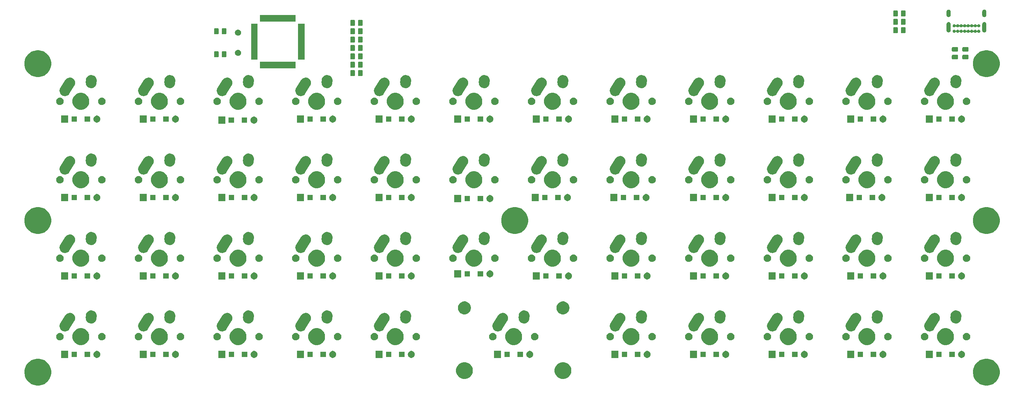
<source format=gbr>
G04 #@! TF.GenerationSoftware,KiCad,Pcbnew,(5.1.0)-1*
G04 #@! TF.CreationDate,2020-09-20T16:15:50-04:00*
G04 #@! TF.ProjectId,keyboard,6b657962-6f61-4726-942e-6b696361645f,rev?*
G04 #@! TF.SameCoordinates,Original*
G04 #@! TF.FileFunction,Soldermask,Bot*
G04 #@! TF.FilePolarity,Negative*
%FSLAX46Y46*%
G04 Gerber Fmt 4.6, Leading zero omitted, Abs format (unit mm)*
G04 Created by KiCad (PCBNEW (5.1.0)-1) date 2020-09-20 16:15:50*
%MOMM*%
%LPD*%
G04 APERTURE LIST*
%ADD10C,0.020000*%
G04 APERTURE END LIST*
D10*
G36*
X249808239Y-120255467D02*
G01*
X250122282Y-120317934D01*
X250713926Y-120563001D01*
X251246392Y-120918784D01*
X251699216Y-121371608D01*
X252054999Y-121904074D01*
X252287974Y-122466526D01*
X252300066Y-122495719D01*
X252425000Y-123123803D01*
X252425000Y-123764197D01*
X252362533Y-124078239D01*
X252300066Y-124392282D01*
X252054999Y-124983926D01*
X251699216Y-125516392D01*
X251246392Y-125969216D01*
X250713926Y-126324999D01*
X250122282Y-126570066D01*
X249808239Y-126632533D01*
X249494197Y-126695000D01*
X248853803Y-126695000D01*
X248539761Y-126632533D01*
X248225718Y-126570066D01*
X247634074Y-126324999D01*
X247101608Y-125969216D01*
X246648784Y-125516392D01*
X246293001Y-124983926D01*
X246047934Y-124392282D01*
X245985467Y-124078239D01*
X245923000Y-123764197D01*
X245923000Y-123123803D01*
X246047934Y-122495719D01*
X246060026Y-122466526D01*
X246293001Y-121904074D01*
X246648784Y-121371608D01*
X247101608Y-120918784D01*
X247634074Y-120563001D01*
X248225718Y-120317934D01*
X248539761Y-120255467D01*
X248853803Y-120193000D01*
X249494197Y-120193000D01*
X249808239Y-120255467D01*
X249808239Y-120255467D01*
G37*
G36*
X19938239Y-120255467D02*
G01*
X20252282Y-120317934D01*
X20843926Y-120563001D01*
X21376392Y-120918784D01*
X21829216Y-121371608D01*
X22184999Y-121904074D01*
X22417974Y-122466526D01*
X22430066Y-122495719D01*
X22555000Y-123123803D01*
X22555000Y-123764197D01*
X22492533Y-124078239D01*
X22430066Y-124392282D01*
X22184999Y-124983926D01*
X21829216Y-125516392D01*
X21376392Y-125969216D01*
X20843926Y-126324999D01*
X20252282Y-126570066D01*
X19938239Y-126632533D01*
X19624197Y-126695000D01*
X18983803Y-126695000D01*
X18669761Y-126632533D01*
X18355718Y-126570066D01*
X17764074Y-126324999D01*
X17231608Y-125969216D01*
X16778784Y-125516392D01*
X16423001Y-124983926D01*
X16177934Y-124392282D01*
X16115467Y-124078239D01*
X16053000Y-123764197D01*
X16053000Y-123123803D01*
X16177934Y-122495719D01*
X16190026Y-122466526D01*
X16423001Y-121904074D01*
X16778784Y-121371608D01*
X17231608Y-120918784D01*
X17764074Y-120563001D01*
X18355718Y-120317934D01*
X18669761Y-120255467D01*
X18983803Y-120193000D01*
X19624197Y-120193000D01*
X19938239Y-120255467D01*
X19938239Y-120255467D01*
G37*
G36*
X147154474Y-121096684D02*
G01*
X147372474Y-121186983D01*
X147526623Y-121250833D01*
X147861548Y-121474623D01*
X148146377Y-121759452D01*
X148370167Y-122094377D01*
X148370167Y-122094378D01*
X148524316Y-122466526D01*
X148602900Y-122861594D01*
X148602900Y-123264406D01*
X148524316Y-123659474D01*
X148480938Y-123764197D01*
X148370167Y-124031623D01*
X148146377Y-124366548D01*
X147861548Y-124651377D01*
X147526623Y-124875167D01*
X147372474Y-124939017D01*
X147154474Y-125029316D01*
X146759406Y-125107900D01*
X146356594Y-125107900D01*
X145961526Y-125029316D01*
X145743526Y-124939017D01*
X145589377Y-124875167D01*
X145254452Y-124651377D01*
X144969623Y-124366548D01*
X144745833Y-124031623D01*
X144635062Y-123764197D01*
X144591684Y-123659474D01*
X144513100Y-123264406D01*
X144513100Y-122861594D01*
X144591684Y-122466526D01*
X144745833Y-122094378D01*
X144745833Y-122094377D01*
X144969623Y-121759452D01*
X145254452Y-121474623D01*
X145589377Y-121250833D01*
X145743526Y-121186983D01*
X145961526Y-121096684D01*
X146356594Y-121018100D01*
X146759406Y-121018100D01*
X147154474Y-121096684D01*
X147154474Y-121096684D01*
G37*
G36*
X123278474Y-121096684D02*
G01*
X123496474Y-121186983D01*
X123650623Y-121250833D01*
X123985548Y-121474623D01*
X124270377Y-121759452D01*
X124494167Y-122094377D01*
X124494167Y-122094378D01*
X124648316Y-122466526D01*
X124726900Y-122861594D01*
X124726900Y-123264406D01*
X124648316Y-123659474D01*
X124604938Y-123764197D01*
X124494167Y-124031623D01*
X124270377Y-124366548D01*
X123985548Y-124651377D01*
X123650623Y-124875167D01*
X123496474Y-124939017D01*
X123278474Y-125029316D01*
X122883406Y-125107900D01*
X122480594Y-125107900D01*
X122085526Y-125029316D01*
X121867526Y-124939017D01*
X121713377Y-124875167D01*
X121378452Y-124651377D01*
X121093623Y-124366548D01*
X120869833Y-124031623D01*
X120759062Y-123764197D01*
X120715684Y-123659474D01*
X120637100Y-123264406D01*
X120637100Y-122861594D01*
X120715684Y-122466526D01*
X120869833Y-122094378D01*
X120869833Y-122094377D01*
X121093623Y-121759452D01*
X121378452Y-121474623D01*
X121713377Y-121250833D01*
X121867526Y-121186983D01*
X122085526Y-121096684D01*
X122480594Y-121018100D01*
X122883406Y-121018100D01*
X123278474Y-121096684D01*
X123278474Y-121096684D01*
G37*
G36*
X91016228Y-118307703D02*
G01*
X91171100Y-118371853D01*
X91310481Y-118464985D01*
X91429015Y-118583519D01*
X91522147Y-118722900D01*
X91586297Y-118877772D01*
X91619000Y-119042184D01*
X91619000Y-119209816D01*
X91586297Y-119374228D01*
X91522147Y-119529100D01*
X91429015Y-119668481D01*
X91310481Y-119787015D01*
X91171100Y-119880147D01*
X91016228Y-119944297D01*
X90851816Y-119977000D01*
X90684184Y-119977000D01*
X90519772Y-119944297D01*
X90364900Y-119880147D01*
X90225519Y-119787015D01*
X90106985Y-119668481D01*
X90013853Y-119529100D01*
X89949703Y-119374228D01*
X89917000Y-119209816D01*
X89917000Y-119042184D01*
X89949703Y-118877772D01*
X90013853Y-118722900D01*
X90106985Y-118583519D01*
X90225519Y-118464985D01*
X90364900Y-118371853D01*
X90519772Y-118307703D01*
X90684184Y-118275000D01*
X90851816Y-118275000D01*
X91016228Y-118307703D01*
X91016228Y-118307703D01*
G37*
G36*
X33866228Y-118307703D02*
G01*
X34021100Y-118371853D01*
X34160481Y-118464985D01*
X34279015Y-118583519D01*
X34372147Y-118722900D01*
X34436297Y-118877772D01*
X34469000Y-119042184D01*
X34469000Y-119209816D01*
X34436297Y-119374228D01*
X34372147Y-119529100D01*
X34279015Y-119668481D01*
X34160481Y-119787015D01*
X34021100Y-119880147D01*
X33866228Y-119944297D01*
X33701816Y-119977000D01*
X33534184Y-119977000D01*
X33369772Y-119944297D01*
X33214900Y-119880147D01*
X33075519Y-119787015D01*
X32956985Y-119668481D01*
X32863853Y-119529100D01*
X32799703Y-119374228D01*
X32767000Y-119209816D01*
X32767000Y-119042184D01*
X32799703Y-118877772D01*
X32863853Y-118722900D01*
X32956985Y-118583519D01*
X33075519Y-118464985D01*
X33214900Y-118371853D01*
X33369772Y-118307703D01*
X33534184Y-118275000D01*
X33701816Y-118275000D01*
X33866228Y-118307703D01*
X33866228Y-118307703D01*
G37*
G36*
X26669000Y-119977000D02*
G01*
X24967000Y-119977000D01*
X24967000Y-118275000D01*
X26669000Y-118275000D01*
X26669000Y-119977000D01*
X26669000Y-119977000D01*
G37*
G36*
X45719000Y-119977000D02*
G01*
X44017000Y-119977000D01*
X44017000Y-118275000D01*
X45719000Y-118275000D01*
X45719000Y-119977000D01*
X45719000Y-119977000D01*
G37*
G36*
X52916228Y-118307703D02*
G01*
X53071100Y-118371853D01*
X53210481Y-118464985D01*
X53329015Y-118583519D01*
X53422147Y-118722900D01*
X53486297Y-118877772D01*
X53519000Y-119042184D01*
X53519000Y-119209816D01*
X53486297Y-119374228D01*
X53422147Y-119529100D01*
X53329015Y-119668481D01*
X53210481Y-119787015D01*
X53071100Y-119880147D01*
X52916228Y-119944297D01*
X52751816Y-119977000D01*
X52584184Y-119977000D01*
X52419772Y-119944297D01*
X52264900Y-119880147D01*
X52125519Y-119787015D01*
X52006985Y-119668481D01*
X51913853Y-119529100D01*
X51849703Y-119374228D01*
X51817000Y-119209816D01*
X51817000Y-119042184D01*
X51849703Y-118877772D01*
X51913853Y-118722900D01*
X52006985Y-118583519D01*
X52125519Y-118464985D01*
X52264900Y-118371853D01*
X52419772Y-118307703D01*
X52584184Y-118275000D01*
X52751816Y-118275000D01*
X52916228Y-118307703D01*
X52916228Y-118307703D01*
G37*
G36*
X71966228Y-118307703D02*
G01*
X72121100Y-118371853D01*
X72260481Y-118464985D01*
X72379015Y-118583519D01*
X72472147Y-118722900D01*
X72536297Y-118877772D01*
X72569000Y-119042184D01*
X72569000Y-119209816D01*
X72536297Y-119374228D01*
X72472147Y-119529100D01*
X72379015Y-119668481D01*
X72260481Y-119787015D01*
X72121100Y-119880147D01*
X71966228Y-119944297D01*
X71801816Y-119977000D01*
X71634184Y-119977000D01*
X71469772Y-119944297D01*
X71314900Y-119880147D01*
X71175519Y-119787015D01*
X71056985Y-119668481D01*
X70963853Y-119529100D01*
X70899703Y-119374228D01*
X70867000Y-119209816D01*
X70867000Y-119042184D01*
X70899703Y-118877772D01*
X70963853Y-118722900D01*
X71056985Y-118583519D01*
X71175519Y-118464985D01*
X71314900Y-118371853D01*
X71469772Y-118307703D01*
X71634184Y-118275000D01*
X71801816Y-118275000D01*
X71966228Y-118307703D01*
X71966228Y-118307703D01*
G37*
G36*
X64769000Y-119977000D02*
G01*
X63067000Y-119977000D01*
X63067000Y-118275000D01*
X64769000Y-118275000D01*
X64769000Y-119977000D01*
X64769000Y-119977000D01*
G37*
G36*
X83819000Y-119977000D02*
G01*
X82117000Y-119977000D01*
X82117000Y-118275000D01*
X83819000Y-118275000D01*
X83819000Y-119977000D01*
X83819000Y-119977000D01*
G37*
G36*
X110066228Y-118307703D02*
G01*
X110221100Y-118371853D01*
X110360481Y-118464985D01*
X110479015Y-118583519D01*
X110572147Y-118722900D01*
X110636297Y-118877772D01*
X110669000Y-119042184D01*
X110669000Y-119209816D01*
X110636297Y-119374228D01*
X110572147Y-119529100D01*
X110479015Y-119668481D01*
X110360481Y-119787015D01*
X110221100Y-119880147D01*
X110066228Y-119944297D01*
X109901816Y-119977000D01*
X109734184Y-119977000D01*
X109569772Y-119944297D01*
X109414900Y-119880147D01*
X109275519Y-119787015D01*
X109156985Y-119668481D01*
X109063853Y-119529100D01*
X108999703Y-119374228D01*
X108967000Y-119209816D01*
X108967000Y-119042184D01*
X108999703Y-118877772D01*
X109063853Y-118722900D01*
X109156985Y-118583519D01*
X109275519Y-118464985D01*
X109414900Y-118371853D01*
X109569772Y-118307703D01*
X109734184Y-118275000D01*
X109901816Y-118275000D01*
X110066228Y-118307703D01*
X110066228Y-118307703D01*
G37*
G36*
X102869000Y-119977000D02*
G01*
X101167000Y-119977000D01*
X101167000Y-118275000D01*
X102869000Y-118275000D01*
X102869000Y-119977000D01*
X102869000Y-119977000D01*
G37*
G36*
X138768228Y-118307703D02*
G01*
X138923100Y-118371853D01*
X139062481Y-118464985D01*
X139181015Y-118583519D01*
X139274147Y-118722900D01*
X139338297Y-118877772D01*
X139371000Y-119042184D01*
X139371000Y-119209816D01*
X139338297Y-119374228D01*
X139274147Y-119529100D01*
X139181015Y-119668481D01*
X139062481Y-119787015D01*
X138923100Y-119880147D01*
X138768228Y-119944297D01*
X138603816Y-119977000D01*
X138436184Y-119977000D01*
X138271772Y-119944297D01*
X138116900Y-119880147D01*
X137977519Y-119787015D01*
X137858985Y-119668481D01*
X137765853Y-119529100D01*
X137701703Y-119374228D01*
X137669000Y-119209816D01*
X137669000Y-119042184D01*
X137701703Y-118877772D01*
X137765853Y-118722900D01*
X137858985Y-118583519D01*
X137977519Y-118464985D01*
X138116900Y-118371853D01*
X138271772Y-118307703D01*
X138436184Y-118275000D01*
X138603816Y-118275000D01*
X138768228Y-118307703D01*
X138768228Y-118307703D01*
G37*
G36*
X167216228Y-118307703D02*
G01*
X167371100Y-118371853D01*
X167510481Y-118464985D01*
X167629015Y-118583519D01*
X167722147Y-118722900D01*
X167786297Y-118877772D01*
X167819000Y-119042184D01*
X167819000Y-119209816D01*
X167786297Y-119374228D01*
X167722147Y-119529100D01*
X167629015Y-119668481D01*
X167510481Y-119787015D01*
X167371100Y-119880147D01*
X167216228Y-119944297D01*
X167051816Y-119977000D01*
X166884184Y-119977000D01*
X166719772Y-119944297D01*
X166564900Y-119880147D01*
X166425519Y-119787015D01*
X166306985Y-119668481D01*
X166213853Y-119529100D01*
X166149703Y-119374228D01*
X166117000Y-119209816D01*
X166117000Y-119042184D01*
X166149703Y-118877772D01*
X166213853Y-118722900D01*
X166306985Y-118583519D01*
X166425519Y-118464985D01*
X166564900Y-118371853D01*
X166719772Y-118307703D01*
X166884184Y-118275000D01*
X167051816Y-118275000D01*
X167216228Y-118307703D01*
X167216228Y-118307703D01*
G37*
G36*
X243416228Y-118307703D02*
G01*
X243571100Y-118371853D01*
X243710481Y-118464985D01*
X243829015Y-118583519D01*
X243922147Y-118722900D01*
X243986297Y-118877772D01*
X244019000Y-119042184D01*
X244019000Y-119209816D01*
X243986297Y-119374228D01*
X243922147Y-119529100D01*
X243829015Y-119668481D01*
X243710481Y-119787015D01*
X243571100Y-119880147D01*
X243416228Y-119944297D01*
X243251816Y-119977000D01*
X243084184Y-119977000D01*
X242919772Y-119944297D01*
X242764900Y-119880147D01*
X242625519Y-119787015D01*
X242506985Y-119668481D01*
X242413853Y-119529100D01*
X242349703Y-119374228D01*
X242317000Y-119209816D01*
X242317000Y-119042184D01*
X242349703Y-118877772D01*
X242413853Y-118722900D01*
X242506985Y-118583519D01*
X242625519Y-118464985D01*
X242764900Y-118371853D01*
X242919772Y-118307703D01*
X243084184Y-118275000D01*
X243251816Y-118275000D01*
X243416228Y-118307703D01*
X243416228Y-118307703D01*
G37*
G36*
X236219000Y-119977000D02*
G01*
X234517000Y-119977000D01*
X234517000Y-118275000D01*
X236219000Y-118275000D01*
X236219000Y-119977000D01*
X236219000Y-119977000D01*
G37*
G36*
X217169000Y-119977000D02*
G01*
X215467000Y-119977000D01*
X215467000Y-118275000D01*
X217169000Y-118275000D01*
X217169000Y-119977000D01*
X217169000Y-119977000D01*
G37*
G36*
X224366228Y-118307703D02*
G01*
X224521100Y-118371853D01*
X224660481Y-118464985D01*
X224779015Y-118583519D01*
X224872147Y-118722900D01*
X224936297Y-118877772D01*
X224969000Y-119042184D01*
X224969000Y-119209816D01*
X224936297Y-119374228D01*
X224872147Y-119529100D01*
X224779015Y-119668481D01*
X224660481Y-119787015D01*
X224521100Y-119880147D01*
X224366228Y-119944297D01*
X224201816Y-119977000D01*
X224034184Y-119977000D01*
X223869772Y-119944297D01*
X223714900Y-119880147D01*
X223575519Y-119787015D01*
X223456985Y-119668481D01*
X223363853Y-119529100D01*
X223299703Y-119374228D01*
X223267000Y-119209816D01*
X223267000Y-119042184D01*
X223299703Y-118877772D01*
X223363853Y-118722900D01*
X223456985Y-118583519D01*
X223575519Y-118464985D01*
X223714900Y-118371853D01*
X223869772Y-118307703D01*
X224034184Y-118275000D01*
X224201816Y-118275000D01*
X224366228Y-118307703D01*
X224366228Y-118307703D01*
G37*
G36*
X205316228Y-118307703D02*
G01*
X205471100Y-118371853D01*
X205610481Y-118464985D01*
X205729015Y-118583519D01*
X205822147Y-118722900D01*
X205886297Y-118877772D01*
X205919000Y-119042184D01*
X205919000Y-119209816D01*
X205886297Y-119374228D01*
X205822147Y-119529100D01*
X205729015Y-119668481D01*
X205610481Y-119787015D01*
X205471100Y-119880147D01*
X205316228Y-119944297D01*
X205151816Y-119977000D01*
X204984184Y-119977000D01*
X204819772Y-119944297D01*
X204664900Y-119880147D01*
X204525519Y-119787015D01*
X204406985Y-119668481D01*
X204313853Y-119529100D01*
X204249703Y-119374228D01*
X204217000Y-119209816D01*
X204217000Y-119042184D01*
X204249703Y-118877772D01*
X204313853Y-118722900D01*
X204406985Y-118583519D01*
X204525519Y-118464985D01*
X204664900Y-118371853D01*
X204819772Y-118307703D01*
X204984184Y-118275000D01*
X205151816Y-118275000D01*
X205316228Y-118307703D01*
X205316228Y-118307703D01*
G37*
G36*
X198119000Y-119977000D02*
G01*
X196417000Y-119977000D01*
X196417000Y-118275000D01*
X198119000Y-118275000D01*
X198119000Y-119977000D01*
X198119000Y-119977000D01*
G37*
G36*
X186266228Y-118307703D02*
G01*
X186421100Y-118371853D01*
X186560481Y-118464985D01*
X186679015Y-118583519D01*
X186772147Y-118722900D01*
X186836297Y-118877772D01*
X186869000Y-119042184D01*
X186869000Y-119209816D01*
X186836297Y-119374228D01*
X186772147Y-119529100D01*
X186679015Y-119668481D01*
X186560481Y-119787015D01*
X186421100Y-119880147D01*
X186266228Y-119944297D01*
X186101816Y-119977000D01*
X185934184Y-119977000D01*
X185769772Y-119944297D01*
X185614900Y-119880147D01*
X185475519Y-119787015D01*
X185356985Y-119668481D01*
X185263853Y-119529100D01*
X185199703Y-119374228D01*
X185167000Y-119209816D01*
X185167000Y-119042184D01*
X185199703Y-118877772D01*
X185263853Y-118722900D01*
X185356985Y-118583519D01*
X185475519Y-118464985D01*
X185614900Y-118371853D01*
X185769772Y-118307703D01*
X185934184Y-118275000D01*
X186101816Y-118275000D01*
X186266228Y-118307703D01*
X186266228Y-118307703D01*
G37*
G36*
X179069000Y-119977000D02*
G01*
X177367000Y-119977000D01*
X177367000Y-118275000D01*
X179069000Y-118275000D01*
X179069000Y-119977000D01*
X179069000Y-119977000D01*
G37*
G36*
X160019000Y-119977000D02*
G01*
X158317000Y-119977000D01*
X158317000Y-118275000D01*
X160019000Y-118275000D01*
X160019000Y-119977000D01*
X160019000Y-119977000D01*
G37*
G36*
X131571000Y-119977000D02*
G01*
X129869000Y-119977000D01*
X129869000Y-118275000D01*
X131571000Y-118275000D01*
X131571000Y-119977000D01*
X131571000Y-119977000D01*
G37*
G36*
X184344000Y-119777000D02*
G01*
X183042000Y-119777000D01*
X183042000Y-118475000D01*
X184344000Y-118475000D01*
X184344000Y-119777000D01*
X184344000Y-119777000D01*
G37*
G36*
X219294000Y-119777000D02*
G01*
X217992000Y-119777000D01*
X217992000Y-118475000D01*
X219294000Y-118475000D01*
X219294000Y-119777000D01*
X219294000Y-119777000D01*
G37*
G36*
X222444000Y-119777000D02*
G01*
X221142000Y-119777000D01*
X221142000Y-118475000D01*
X222444000Y-118475000D01*
X222444000Y-119777000D01*
X222444000Y-119777000D01*
G37*
G36*
X238344000Y-119777000D02*
G01*
X237042000Y-119777000D01*
X237042000Y-118475000D01*
X238344000Y-118475000D01*
X238344000Y-119777000D01*
X238344000Y-119777000D01*
G37*
G36*
X241494000Y-119777000D02*
G01*
X240192000Y-119777000D01*
X240192000Y-118475000D01*
X241494000Y-118475000D01*
X241494000Y-119777000D01*
X241494000Y-119777000D01*
G37*
G36*
X203394000Y-119777000D02*
G01*
X202092000Y-119777000D01*
X202092000Y-118475000D01*
X203394000Y-118475000D01*
X203394000Y-119777000D01*
X203394000Y-119777000D01*
G37*
G36*
X162144000Y-119777000D02*
G01*
X160842000Y-119777000D01*
X160842000Y-118475000D01*
X162144000Y-118475000D01*
X162144000Y-119777000D01*
X162144000Y-119777000D01*
G37*
G36*
X181194000Y-119777000D02*
G01*
X179892000Y-119777000D01*
X179892000Y-118475000D01*
X181194000Y-118475000D01*
X181194000Y-119777000D01*
X181194000Y-119777000D01*
G37*
G36*
X200244000Y-119777000D02*
G01*
X198942000Y-119777000D01*
X198942000Y-118475000D01*
X200244000Y-118475000D01*
X200244000Y-119777000D01*
X200244000Y-119777000D01*
G37*
G36*
X165294000Y-119777000D02*
G01*
X163992000Y-119777000D01*
X163992000Y-118475000D01*
X165294000Y-118475000D01*
X165294000Y-119777000D01*
X165294000Y-119777000D01*
G37*
G36*
X66894000Y-119777000D02*
G01*
X65592000Y-119777000D01*
X65592000Y-118475000D01*
X66894000Y-118475000D01*
X66894000Y-119777000D01*
X66894000Y-119777000D01*
G37*
G36*
X70044000Y-119777000D02*
G01*
X68742000Y-119777000D01*
X68742000Y-118475000D01*
X70044000Y-118475000D01*
X70044000Y-119777000D01*
X70044000Y-119777000D01*
G37*
G36*
X89094000Y-119777000D02*
G01*
X87792000Y-119777000D01*
X87792000Y-118475000D01*
X89094000Y-118475000D01*
X89094000Y-119777000D01*
X89094000Y-119777000D01*
G37*
G36*
X85944000Y-119777000D02*
G01*
X84642000Y-119777000D01*
X84642000Y-118475000D01*
X85944000Y-118475000D01*
X85944000Y-119777000D01*
X85944000Y-119777000D01*
G37*
G36*
X47844000Y-119777000D02*
G01*
X46542000Y-119777000D01*
X46542000Y-118475000D01*
X47844000Y-118475000D01*
X47844000Y-119777000D01*
X47844000Y-119777000D01*
G37*
G36*
X50994000Y-119777000D02*
G01*
X49692000Y-119777000D01*
X49692000Y-118475000D01*
X50994000Y-118475000D01*
X50994000Y-119777000D01*
X50994000Y-119777000D01*
G37*
G36*
X31944000Y-119777000D02*
G01*
X30642000Y-119777000D01*
X30642000Y-118475000D01*
X31944000Y-118475000D01*
X31944000Y-119777000D01*
X31944000Y-119777000D01*
G37*
G36*
X104994000Y-119777000D02*
G01*
X103692000Y-119777000D01*
X103692000Y-118475000D01*
X104994000Y-118475000D01*
X104994000Y-119777000D01*
X104994000Y-119777000D01*
G37*
G36*
X108144000Y-119777000D02*
G01*
X106842000Y-119777000D01*
X106842000Y-118475000D01*
X108144000Y-118475000D01*
X108144000Y-119777000D01*
X108144000Y-119777000D01*
G37*
G36*
X28794000Y-119777000D02*
G01*
X27492000Y-119777000D01*
X27492000Y-118475000D01*
X28794000Y-118475000D01*
X28794000Y-119777000D01*
X28794000Y-119777000D01*
G37*
G36*
X133696000Y-119777000D02*
G01*
X132394000Y-119777000D01*
X132394000Y-118475000D01*
X133696000Y-118475000D01*
X133696000Y-119777000D01*
X133696000Y-119777000D01*
G37*
G36*
X136846000Y-119777000D02*
G01*
X135544000Y-119777000D01*
X135544000Y-118475000D01*
X136846000Y-118475000D01*
X136846000Y-119777000D01*
X136846000Y-119777000D01*
G37*
G36*
X30314474Y-112841684D02*
G01*
X30532474Y-112931983D01*
X30686623Y-112995833D01*
X31021548Y-113219623D01*
X31306377Y-113504452D01*
X31530167Y-113839377D01*
X31594017Y-113993526D01*
X31684316Y-114211526D01*
X31762900Y-114606594D01*
X31762900Y-115009406D01*
X31684316Y-115404474D01*
X31600322Y-115607253D01*
X31530167Y-115776623D01*
X31306377Y-116111548D01*
X31021548Y-116396377D01*
X30686623Y-116620167D01*
X30532474Y-116684017D01*
X30314474Y-116774316D01*
X29919406Y-116852900D01*
X29516594Y-116852900D01*
X29121526Y-116774316D01*
X28903526Y-116684017D01*
X28749377Y-116620167D01*
X28414452Y-116396377D01*
X28129623Y-116111548D01*
X27905833Y-115776623D01*
X27835678Y-115607253D01*
X27751684Y-115404474D01*
X27673100Y-115009406D01*
X27673100Y-114606594D01*
X27751684Y-114211526D01*
X27841983Y-113993526D01*
X27905833Y-113839377D01*
X28129623Y-113504452D01*
X28414452Y-113219623D01*
X28749377Y-112995833D01*
X28903526Y-112931983D01*
X29121526Y-112841684D01*
X29516594Y-112763100D01*
X29919406Y-112763100D01*
X30314474Y-112841684D01*
X30314474Y-112841684D01*
G37*
G36*
X49364474Y-112841684D02*
G01*
X49582474Y-112931983D01*
X49736623Y-112995833D01*
X50071548Y-113219623D01*
X50356377Y-113504452D01*
X50580167Y-113839377D01*
X50644017Y-113993526D01*
X50734316Y-114211526D01*
X50812900Y-114606594D01*
X50812900Y-115009406D01*
X50734316Y-115404474D01*
X50650322Y-115607253D01*
X50580167Y-115776623D01*
X50356377Y-116111548D01*
X50071548Y-116396377D01*
X49736623Y-116620167D01*
X49582474Y-116684017D01*
X49364474Y-116774316D01*
X48969406Y-116852900D01*
X48566594Y-116852900D01*
X48171526Y-116774316D01*
X47953526Y-116684017D01*
X47799377Y-116620167D01*
X47464452Y-116396377D01*
X47179623Y-116111548D01*
X46955833Y-115776623D01*
X46885678Y-115607253D01*
X46801684Y-115404474D01*
X46723100Y-115009406D01*
X46723100Y-114606594D01*
X46801684Y-114211526D01*
X46891983Y-113993526D01*
X46955833Y-113839377D01*
X47179623Y-113504452D01*
X47464452Y-113219623D01*
X47799377Y-112995833D01*
X47953526Y-112931983D01*
X48171526Y-112841684D01*
X48566594Y-112763100D01*
X48969406Y-112763100D01*
X49364474Y-112841684D01*
X49364474Y-112841684D01*
G37*
G36*
X68414474Y-112841684D02*
G01*
X68632474Y-112931983D01*
X68786623Y-112995833D01*
X69121548Y-113219623D01*
X69406377Y-113504452D01*
X69630167Y-113839377D01*
X69694017Y-113993526D01*
X69784316Y-114211526D01*
X69862900Y-114606594D01*
X69862900Y-115009406D01*
X69784316Y-115404474D01*
X69700322Y-115607253D01*
X69630167Y-115776623D01*
X69406377Y-116111548D01*
X69121548Y-116396377D01*
X68786623Y-116620167D01*
X68632474Y-116684017D01*
X68414474Y-116774316D01*
X68019406Y-116852900D01*
X67616594Y-116852900D01*
X67221526Y-116774316D01*
X67003526Y-116684017D01*
X66849377Y-116620167D01*
X66514452Y-116396377D01*
X66229623Y-116111548D01*
X66005833Y-115776623D01*
X65935678Y-115607253D01*
X65851684Y-115404474D01*
X65773100Y-115009406D01*
X65773100Y-114606594D01*
X65851684Y-114211526D01*
X65941983Y-113993526D01*
X66005833Y-113839377D01*
X66229623Y-113504452D01*
X66514452Y-113219623D01*
X66849377Y-112995833D01*
X67003526Y-112931983D01*
X67221526Y-112841684D01*
X67616594Y-112763100D01*
X68019406Y-112763100D01*
X68414474Y-112841684D01*
X68414474Y-112841684D01*
G37*
G36*
X87464474Y-112841684D02*
G01*
X87682474Y-112931983D01*
X87836623Y-112995833D01*
X88171548Y-113219623D01*
X88456377Y-113504452D01*
X88680167Y-113839377D01*
X88744017Y-113993526D01*
X88834316Y-114211526D01*
X88912900Y-114606594D01*
X88912900Y-115009406D01*
X88834316Y-115404474D01*
X88750322Y-115607253D01*
X88680167Y-115776623D01*
X88456377Y-116111548D01*
X88171548Y-116396377D01*
X87836623Y-116620167D01*
X87682474Y-116684017D01*
X87464474Y-116774316D01*
X87069406Y-116852900D01*
X86666594Y-116852900D01*
X86271526Y-116774316D01*
X86053526Y-116684017D01*
X85899377Y-116620167D01*
X85564452Y-116396377D01*
X85279623Y-116111548D01*
X85055833Y-115776623D01*
X84985678Y-115607253D01*
X84901684Y-115404474D01*
X84823100Y-115009406D01*
X84823100Y-114606594D01*
X84901684Y-114211526D01*
X84991983Y-113993526D01*
X85055833Y-113839377D01*
X85279623Y-113504452D01*
X85564452Y-113219623D01*
X85899377Y-112995833D01*
X86053526Y-112931983D01*
X86271526Y-112841684D01*
X86666594Y-112763100D01*
X87069406Y-112763100D01*
X87464474Y-112841684D01*
X87464474Y-112841684D01*
G37*
G36*
X106514474Y-112841684D02*
G01*
X106732474Y-112931983D01*
X106886623Y-112995833D01*
X107221548Y-113219623D01*
X107506377Y-113504452D01*
X107730167Y-113839377D01*
X107794017Y-113993526D01*
X107884316Y-114211526D01*
X107962900Y-114606594D01*
X107962900Y-115009406D01*
X107884316Y-115404474D01*
X107800322Y-115607253D01*
X107730167Y-115776623D01*
X107506377Y-116111548D01*
X107221548Y-116396377D01*
X106886623Y-116620167D01*
X106732474Y-116684017D01*
X106514474Y-116774316D01*
X106119406Y-116852900D01*
X105716594Y-116852900D01*
X105321526Y-116774316D01*
X105103526Y-116684017D01*
X104949377Y-116620167D01*
X104614452Y-116396377D01*
X104329623Y-116111548D01*
X104105833Y-115776623D01*
X104035678Y-115607253D01*
X103951684Y-115404474D01*
X103873100Y-115009406D01*
X103873100Y-114606594D01*
X103951684Y-114211526D01*
X104041983Y-113993526D01*
X104105833Y-113839377D01*
X104329623Y-113504452D01*
X104614452Y-113219623D01*
X104949377Y-112995833D01*
X105103526Y-112931983D01*
X105321526Y-112841684D01*
X105716594Y-112763100D01*
X106119406Y-112763100D01*
X106514474Y-112841684D01*
X106514474Y-112841684D01*
G37*
G36*
X163664474Y-112841684D02*
G01*
X163882474Y-112931983D01*
X164036623Y-112995833D01*
X164371548Y-113219623D01*
X164656377Y-113504452D01*
X164880167Y-113839377D01*
X164944017Y-113993526D01*
X165034316Y-114211526D01*
X165112900Y-114606594D01*
X165112900Y-115009406D01*
X165034316Y-115404474D01*
X164950322Y-115607253D01*
X164880167Y-115776623D01*
X164656377Y-116111548D01*
X164371548Y-116396377D01*
X164036623Y-116620167D01*
X163882474Y-116684017D01*
X163664474Y-116774316D01*
X163269406Y-116852900D01*
X162866594Y-116852900D01*
X162471526Y-116774316D01*
X162253526Y-116684017D01*
X162099377Y-116620167D01*
X161764452Y-116396377D01*
X161479623Y-116111548D01*
X161255833Y-115776623D01*
X161185678Y-115607253D01*
X161101684Y-115404474D01*
X161023100Y-115009406D01*
X161023100Y-114606594D01*
X161101684Y-114211526D01*
X161191983Y-113993526D01*
X161255833Y-113839377D01*
X161479623Y-113504452D01*
X161764452Y-113219623D01*
X162099377Y-112995833D01*
X162253526Y-112931983D01*
X162471526Y-112841684D01*
X162866594Y-112763100D01*
X163269406Y-112763100D01*
X163664474Y-112841684D01*
X163664474Y-112841684D01*
G37*
G36*
X182714474Y-112841684D02*
G01*
X182932474Y-112931983D01*
X183086623Y-112995833D01*
X183421548Y-113219623D01*
X183706377Y-113504452D01*
X183930167Y-113839377D01*
X183994017Y-113993526D01*
X184084316Y-114211526D01*
X184162900Y-114606594D01*
X184162900Y-115009406D01*
X184084316Y-115404474D01*
X184000322Y-115607253D01*
X183930167Y-115776623D01*
X183706377Y-116111548D01*
X183421548Y-116396377D01*
X183086623Y-116620167D01*
X182932474Y-116684017D01*
X182714474Y-116774316D01*
X182319406Y-116852900D01*
X181916594Y-116852900D01*
X181521526Y-116774316D01*
X181303526Y-116684017D01*
X181149377Y-116620167D01*
X180814452Y-116396377D01*
X180529623Y-116111548D01*
X180305833Y-115776623D01*
X180235678Y-115607253D01*
X180151684Y-115404474D01*
X180073100Y-115009406D01*
X180073100Y-114606594D01*
X180151684Y-114211526D01*
X180241983Y-113993526D01*
X180305833Y-113839377D01*
X180529623Y-113504452D01*
X180814452Y-113219623D01*
X181149377Y-112995833D01*
X181303526Y-112931983D01*
X181521526Y-112841684D01*
X181916594Y-112763100D01*
X182319406Y-112763100D01*
X182714474Y-112841684D01*
X182714474Y-112841684D01*
G37*
G36*
X201764474Y-112841684D02*
G01*
X201982474Y-112931983D01*
X202136623Y-112995833D01*
X202471548Y-113219623D01*
X202756377Y-113504452D01*
X202980167Y-113839377D01*
X203044017Y-113993526D01*
X203134316Y-114211526D01*
X203212900Y-114606594D01*
X203212900Y-115009406D01*
X203134316Y-115404474D01*
X203050322Y-115607253D01*
X202980167Y-115776623D01*
X202756377Y-116111548D01*
X202471548Y-116396377D01*
X202136623Y-116620167D01*
X201982474Y-116684017D01*
X201764474Y-116774316D01*
X201369406Y-116852900D01*
X200966594Y-116852900D01*
X200571526Y-116774316D01*
X200353526Y-116684017D01*
X200199377Y-116620167D01*
X199864452Y-116396377D01*
X199579623Y-116111548D01*
X199355833Y-115776623D01*
X199285678Y-115607253D01*
X199201684Y-115404474D01*
X199123100Y-115009406D01*
X199123100Y-114606594D01*
X199201684Y-114211526D01*
X199291983Y-113993526D01*
X199355833Y-113839377D01*
X199579623Y-113504452D01*
X199864452Y-113219623D01*
X200199377Y-112995833D01*
X200353526Y-112931983D01*
X200571526Y-112841684D01*
X200966594Y-112763100D01*
X201369406Y-112763100D01*
X201764474Y-112841684D01*
X201764474Y-112841684D01*
G37*
G36*
X220814474Y-112841684D02*
G01*
X221032474Y-112931983D01*
X221186623Y-112995833D01*
X221521548Y-113219623D01*
X221806377Y-113504452D01*
X222030167Y-113839377D01*
X222094017Y-113993526D01*
X222184316Y-114211526D01*
X222262900Y-114606594D01*
X222262900Y-115009406D01*
X222184316Y-115404474D01*
X222100322Y-115607253D01*
X222030167Y-115776623D01*
X221806377Y-116111548D01*
X221521548Y-116396377D01*
X221186623Y-116620167D01*
X221032474Y-116684017D01*
X220814474Y-116774316D01*
X220419406Y-116852900D01*
X220016594Y-116852900D01*
X219621526Y-116774316D01*
X219403526Y-116684017D01*
X219249377Y-116620167D01*
X218914452Y-116396377D01*
X218629623Y-116111548D01*
X218405833Y-115776623D01*
X218335678Y-115607253D01*
X218251684Y-115404474D01*
X218173100Y-115009406D01*
X218173100Y-114606594D01*
X218251684Y-114211526D01*
X218341983Y-113993526D01*
X218405833Y-113839377D01*
X218629623Y-113504452D01*
X218914452Y-113219623D01*
X219249377Y-112995833D01*
X219403526Y-112931983D01*
X219621526Y-112841684D01*
X220016594Y-112763100D01*
X220419406Y-112763100D01*
X220814474Y-112841684D01*
X220814474Y-112841684D01*
G37*
G36*
X239864474Y-112841684D02*
G01*
X240082474Y-112931983D01*
X240236623Y-112995833D01*
X240571548Y-113219623D01*
X240856377Y-113504452D01*
X241080167Y-113839377D01*
X241144017Y-113993526D01*
X241234316Y-114211526D01*
X241312900Y-114606594D01*
X241312900Y-115009406D01*
X241234316Y-115404474D01*
X241150322Y-115607253D01*
X241080167Y-115776623D01*
X240856377Y-116111548D01*
X240571548Y-116396377D01*
X240236623Y-116620167D01*
X240082474Y-116684017D01*
X239864474Y-116774316D01*
X239469406Y-116852900D01*
X239066594Y-116852900D01*
X238671526Y-116774316D01*
X238453526Y-116684017D01*
X238299377Y-116620167D01*
X237964452Y-116396377D01*
X237679623Y-116111548D01*
X237455833Y-115776623D01*
X237385678Y-115607253D01*
X237301684Y-115404474D01*
X237223100Y-115009406D01*
X237223100Y-114606594D01*
X237301684Y-114211526D01*
X237391983Y-113993526D01*
X237455833Y-113839377D01*
X237679623Y-113504452D01*
X237964452Y-113219623D01*
X238299377Y-112995833D01*
X238453526Y-112931983D01*
X238671526Y-112841684D01*
X239066594Y-112763100D01*
X239469406Y-112763100D01*
X239864474Y-112841684D01*
X239864474Y-112841684D01*
G37*
G36*
X135216474Y-112841684D02*
G01*
X135434474Y-112931983D01*
X135588623Y-112995833D01*
X135923548Y-113219623D01*
X136208377Y-113504452D01*
X136432167Y-113839377D01*
X136496017Y-113993526D01*
X136586316Y-114211526D01*
X136664900Y-114606594D01*
X136664900Y-115009406D01*
X136586316Y-115404474D01*
X136502322Y-115607253D01*
X136432167Y-115776623D01*
X136208377Y-116111548D01*
X135923548Y-116396377D01*
X135588623Y-116620167D01*
X135434474Y-116684017D01*
X135216474Y-116774316D01*
X134821406Y-116852900D01*
X134418594Y-116852900D01*
X134023526Y-116774316D01*
X133805526Y-116684017D01*
X133651377Y-116620167D01*
X133316452Y-116396377D01*
X133031623Y-116111548D01*
X132807833Y-115776623D01*
X132737678Y-115607253D01*
X132653684Y-115404474D01*
X132575100Y-115009406D01*
X132575100Y-114606594D01*
X132653684Y-114211526D01*
X132743983Y-113993526D01*
X132807833Y-113839377D01*
X133031623Y-113504452D01*
X133316452Y-113219623D01*
X133651377Y-112995833D01*
X133805526Y-112931983D01*
X134023526Y-112841684D01*
X134418594Y-112763100D01*
X134821406Y-112763100D01*
X135216474Y-112841684D01*
X135216474Y-112841684D01*
G37*
G36*
X81963952Y-113923430D02*
G01*
X82051075Y-113940759D01*
X82160498Y-113986084D01*
X82215211Y-114008747D01*
X82361933Y-114106783D01*
X82362928Y-114107448D01*
X82488552Y-114233072D01*
X82488554Y-114233075D01*
X82587253Y-114380789D01*
X82587253Y-114380790D01*
X82655241Y-114544925D01*
X82689900Y-114719171D01*
X82689900Y-114896829D01*
X82655241Y-115071075D01*
X82609916Y-115180498D01*
X82587253Y-115235211D01*
X82489217Y-115381933D01*
X82488552Y-115382928D01*
X82362928Y-115508552D01*
X82362925Y-115508554D01*
X82215211Y-115607253D01*
X82160498Y-115629916D01*
X82051075Y-115675241D01*
X81963952Y-115692570D01*
X81876831Y-115709900D01*
X81699169Y-115709900D01*
X81612048Y-115692570D01*
X81524925Y-115675241D01*
X81415502Y-115629916D01*
X81360789Y-115607253D01*
X81213075Y-115508554D01*
X81213072Y-115508552D01*
X81087448Y-115382928D01*
X81086783Y-115381933D01*
X80988747Y-115235211D01*
X80966084Y-115180498D01*
X80920759Y-115071075D01*
X80886100Y-114896829D01*
X80886100Y-114719171D01*
X80920759Y-114544925D01*
X80988747Y-114380790D01*
X80988747Y-114380789D01*
X81087446Y-114233075D01*
X81087448Y-114233072D01*
X81213072Y-114107448D01*
X81214067Y-114106783D01*
X81360789Y-114008747D01*
X81415502Y-113986084D01*
X81524925Y-113940759D01*
X81612048Y-113923430D01*
X81699169Y-113906100D01*
X81876831Y-113906100D01*
X81963952Y-113923430D01*
X81963952Y-113923430D01*
G37*
G36*
X54023952Y-113923430D02*
G01*
X54111075Y-113940759D01*
X54220498Y-113986084D01*
X54275211Y-114008747D01*
X54421933Y-114106783D01*
X54422928Y-114107448D01*
X54548552Y-114233072D01*
X54548554Y-114233075D01*
X54647253Y-114380789D01*
X54647253Y-114380790D01*
X54715241Y-114544925D01*
X54749900Y-114719171D01*
X54749900Y-114896829D01*
X54715241Y-115071075D01*
X54669916Y-115180498D01*
X54647253Y-115235211D01*
X54549217Y-115381933D01*
X54548552Y-115382928D01*
X54422928Y-115508552D01*
X54422925Y-115508554D01*
X54275211Y-115607253D01*
X54220498Y-115629916D01*
X54111075Y-115675241D01*
X54023952Y-115692570D01*
X53936831Y-115709900D01*
X53759169Y-115709900D01*
X53672048Y-115692570D01*
X53584925Y-115675241D01*
X53475502Y-115629916D01*
X53420789Y-115607253D01*
X53273075Y-115508554D01*
X53273072Y-115508552D01*
X53147448Y-115382928D01*
X53146783Y-115381933D01*
X53048747Y-115235211D01*
X53026084Y-115180498D01*
X52980759Y-115071075D01*
X52946100Y-114896829D01*
X52946100Y-114719171D01*
X52980759Y-114544925D01*
X53048747Y-114380790D01*
X53048747Y-114380789D01*
X53147446Y-114233075D01*
X53147448Y-114233072D01*
X53273072Y-114107448D01*
X53274067Y-114106783D01*
X53420789Y-114008747D01*
X53475502Y-113986084D01*
X53584925Y-113940759D01*
X53672048Y-113923430D01*
X53759169Y-113906100D01*
X53936831Y-113906100D01*
X54023952Y-113923430D01*
X54023952Y-113923430D01*
G37*
G36*
X111173952Y-113923430D02*
G01*
X111261075Y-113940759D01*
X111370498Y-113986084D01*
X111425211Y-114008747D01*
X111571933Y-114106783D01*
X111572928Y-114107448D01*
X111698552Y-114233072D01*
X111698554Y-114233075D01*
X111797253Y-114380789D01*
X111797253Y-114380790D01*
X111865241Y-114544925D01*
X111899900Y-114719171D01*
X111899900Y-114896829D01*
X111865241Y-115071075D01*
X111819916Y-115180498D01*
X111797253Y-115235211D01*
X111699217Y-115381933D01*
X111698552Y-115382928D01*
X111572928Y-115508552D01*
X111572925Y-115508554D01*
X111425211Y-115607253D01*
X111370498Y-115629916D01*
X111261075Y-115675241D01*
X111173952Y-115692570D01*
X111086831Y-115709900D01*
X110909169Y-115709900D01*
X110822048Y-115692570D01*
X110734925Y-115675241D01*
X110625502Y-115629916D01*
X110570789Y-115607253D01*
X110423075Y-115508554D01*
X110423072Y-115508552D01*
X110297448Y-115382928D01*
X110296783Y-115381933D01*
X110198747Y-115235211D01*
X110176084Y-115180498D01*
X110130759Y-115071075D01*
X110096100Y-114896829D01*
X110096100Y-114719171D01*
X110130759Y-114544925D01*
X110198747Y-114380790D01*
X110198747Y-114380789D01*
X110297446Y-114233075D01*
X110297448Y-114233072D01*
X110423072Y-114107448D01*
X110424067Y-114106783D01*
X110570789Y-114008747D01*
X110625502Y-113986084D01*
X110734925Y-113940759D01*
X110822048Y-113923430D01*
X110909169Y-113906100D01*
X111086831Y-113906100D01*
X111173952Y-113923430D01*
X111173952Y-113923430D01*
G37*
G36*
X139875952Y-113923430D02*
G01*
X139963075Y-113940759D01*
X140072498Y-113986084D01*
X140127211Y-114008747D01*
X140273933Y-114106783D01*
X140274928Y-114107448D01*
X140400552Y-114233072D01*
X140400554Y-114233075D01*
X140499253Y-114380789D01*
X140499253Y-114380790D01*
X140567241Y-114544925D01*
X140601900Y-114719171D01*
X140601900Y-114896829D01*
X140567241Y-115071075D01*
X140521916Y-115180498D01*
X140499253Y-115235211D01*
X140401217Y-115381933D01*
X140400552Y-115382928D01*
X140274928Y-115508552D01*
X140274925Y-115508554D01*
X140127211Y-115607253D01*
X140072498Y-115629916D01*
X139963075Y-115675241D01*
X139875952Y-115692570D01*
X139788831Y-115709900D01*
X139611169Y-115709900D01*
X139524048Y-115692570D01*
X139436925Y-115675241D01*
X139327502Y-115629916D01*
X139272789Y-115607253D01*
X139125075Y-115508554D01*
X139125072Y-115508552D01*
X138999448Y-115382928D01*
X138998783Y-115381933D01*
X138900747Y-115235211D01*
X138878084Y-115180498D01*
X138832759Y-115071075D01*
X138798100Y-114896829D01*
X138798100Y-114719171D01*
X138832759Y-114544925D01*
X138900747Y-114380790D01*
X138900747Y-114380789D01*
X138999446Y-114233075D01*
X138999448Y-114233072D01*
X139125072Y-114107448D01*
X139126067Y-114106783D01*
X139272789Y-114008747D01*
X139327502Y-113986084D01*
X139436925Y-113940759D01*
X139524048Y-113923430D01*
X139611169Y-113906100D01*
X139788831Y-113906100D01*
X139875952Y-113923430D01*
X139875952Y-113923430D01*
G37*
G36*
X158163952Y-113923430D02*
G01*
X158251075Y-113940759D01*
X158360498Y-113986084D01*
X158415211Y-114008747D01*
X158561933Y-114106783D01*
X158562928Y-114107448D01*
X158688552Y-114233072D01*
X158688554Y-114233075D01*
X158787253Y-114380789D01*
X158787253Y-114380790D01*
X158855241Y-114544925D01*
X158889900Y-114719171D01*
X158889900Y-114896829D01*
X158855241Y-115071075D01*
X158809916Y-115180498D01*
X158787253Y-115235211D01*
X158689217Y-115381933D01*
X158688552Y-115382928D01*
X158562928Y-115508552D01*
X158562925Y-115508554D01*
X158415211Y-115607253D01*
X158360498Y-115629916D01*
X158251075Y-115675241D01*
X158163952Y-115692570D01*
X158076831Y-115709900D01*
X157899169Y-115709900D01*
X157812048Y-115692570D01*
X157724925Y-115675241D01*
X157615502Y-115629916D01*
X157560789Y-115607253D01*
X157413075Y-115508554D01*
X157413072Y-115508552D01*
X157287448Y-115382928D01*
X157286783Y-115381933D01*
X157188747Y-115235211D01*
X157166084Y-115180498D01*
X157120759Y-115071075D01*
X157086100Y-114896829D01*
X157086100Y-114719171D01*
X157120759Y-114544925D01*
X157188747Y-114380790D01*
X157188747Y-114380789D01*
X157287446Y-114233075D01*
X157287448Y-114233072D01*
X157413072Y-114107448D01*
X157414067Y-114106783D01*
X157560789Y-114008747D01*
X157615502Y-113986084D01*
X157724925Y-113940759D01*
X157812048Y-113923430D01*
X157899169Y-113906100D01*
X158076831Y-113906100D01*
X158163952Y-113923430D01*
X158163952Y-113923430D01*
G37*
G36*
X168323952Y-113923430D02*
G01*
X168411075Y-113940759D01*
X168520498Y-113986084D01*
X168575211Y-114008747D01*
X168721933Y-114106783D01*
X168722928Y-114107448D01*
X168848552Y-114233072D01*
X168848554Y-114233075D01*
X168947253Y-114380789D01*
X168947253Y-114380790D01*
X169015241Y-114544925D01*
X169049900Y-114719171D01*
X169049900Y-114896829D01*
X169015241Y-115071075D01*
X168969916Y-115180498D01*
X168947253Y-115235211D01*
X168849217Y-115381933D01*
X168848552Y-115382928D01*
X168722928Y-115508552D01*
X168722925Y-115508554D01*
X168575211Y-115607253D01*
X168520498Y-115629916D01*
X168411075Y-115675241D01*
X168323952Y-115692570D01*
X168236831Y-115709900D01*
X168059169Y-115709900D01*
X167972048Y-115692570D01*
X167884925Y-115675241D01*
X167775502Y-115629916D01*
X167720789Y-115607253D01*
X167573075Y-115508554D01*
X167573072Y-115508552D01*
X167447448Y-115382928D01*
X167446783Y-115381933D01*
X167348747Y-115235211D01*
X167326084Y-115180498D01*
X167280759Y-115071075D01*
X167246100Y-114896829D01*
X167246100Y-114719171D01*
X167280759Y-114544925D01*
X167348747Y-114380790D01*
X167348747Y-114380789D01*
X167447446Y-114233075D01*
X167447448Y-114233072D01*
X167573072Y-114107448D01*
X167574067Y-114106783D01*
X167720789Y-114008747D01*
X167775502Y-113986084D01*
X167884925Y-113940759D01*
X167972048Y-113923430D01*
X168059169Y-113906100D01*
X168236831Y-113906100D01*
X168323952Y-113923430D01*
X168323952Y-113923430D01*
G37*
G36*
X177213952Y-113923430D02*
G01*
X177301075Y-113940759D01*
X177410498Y-113986084D01*
X177465211Y-114008747D01*
X177611933Y-114106783D01*
X177612928Y-114107448D01*
X177738552Y-114233072D01*
X177738554Y-114233075D01*
X177837253Y-114380789D01*
X177837253Y-114380790D01*
X177905241Y-114544925D01*
X177939900Y-114719171D01*
X177939900Y-114896829D01*
X177905241Y-115071075D01*
X177859916Y-115180498D01*
X177837253Y-115235211D01*
X177739217Y-115381933D01*
X177738552Y-115382928D01*
X177612928Y-115508552D01*
X177612925Y-115508554D01*
X177465211Y-115607253D01*
X177410498Y-115629916D01*
X177301075Y-115675241D01*
X177213952Y-115692570D01*
X177126831Y-115709900D01*
X176949169Y-115709900D01*
X176862048Y-115692570D01*
X176774925Y-115675241D01*
X176665502Y-115629916D01*
X176610789Y-115607253D01*
X176463075Y-115508554D01*
X176463072Y-115508552D01*
X176337448Y-115382928D01*
X176336783Y-115381933D01*
X176238747Y-115235211D01*
X176216084Y-115180498D01*
X176170759Y-115071075D01*
X176136100Y-114896829D01*
X176136100Y-114719171D01*
X176170759Y-114544925D01*
X176238747Y-114380790D01*
X176238747Y-114380789D01*
X176337446Y-114233075D01*
X176337448Y-114233072D01*
X176463072Y-114107448D01*
X176464067Y-114106783D01*
X176610789Y-114008747D01*
X176665502Y-113986084D01*
X176774925Y-113940759D01*
X176862048Y-113923430D01*
X176949169Y-113906100D01*
X177126831Y-113906100D01*
X177213952Y-113923430D01*
X177213952Y-113923430D01*
G37*
G36*
X187373952Y-113923430D02*
G01*
X187461075Y-113940759D01*
X187570498Y-113986084D01*
X187625211Y-114008747D01*
X187771933Y-114106783D01*
X187772928Y-114107448D01*
X187898552Y-114233072D01*
X187898554Y-114233075D01*
X187997253Y-114380789D01*
X187997253Y-114380790D01*
X188065241Y-114544925D01*
X188099900Y-114719171D01*
X188099900Y-114896829D01*
X188065241Y-115071075D01*
X188019916Y-115180498D01*
X187997253Y-115235211D01*
X187899217Y-115381933D01*
X187898552Y-115382928D01*
X187772928Y-115508552D01*
X187772925Y-115508554D01*
X187625211Y-115607253D01*
X187570498Y-115629916D01*
X187461075Y-115675241D01*
X187373952Y-115692570D01*
X187286831Y-115709900D01*
X187109169Y-115709900D01*
X187022048Y-115692570D01*
X186934925Y-115675241D01*
X186825502Y-115629916D01*
X186770789Y-115607253D01*
X186623075Y-115508554D01*
X186623072Y-115508552D01*
X186497448Y-115382928D01*
X186496783Y-115381933D01*
X186398747Y-115235211D01*
X186376084Y-115180498D01*
X186330759Y-115071075D01*
X186296100Y-114896829D01*
X186296100Y-114719171D01*
X186330759Y-114544925D01*
X186398747Y-114380790D01*
X186398747Y-114380789D01*
X186497446Y-114233075D01*
X186497448Y-114233072D01*
X186623072Y-114107448D01*
X186624067Y-114106783D01*
X186770789Y-114008747D01*
X186825502Y-113986084D01*
X186934925Y-113940759D01*
X187022048Y-113923430D01*
X187109169Y-113906100D01*
X187286831Y-113906100D01*
X187373952Y-113923430D01*
X187373952Y-113923430D01*
G37*
G36*
X196263952Y-113923430D02*
G01*
X196351075Y-113940759D01*
X196460498Y-113986084D01*
X196515211Y-114008747D01*
X196661933Y-114106783D01*
X196662928Y-114107448D01*
X196788552Y-114233072D01*
X196788554Y-114233075D01*
X196887253Y-114380789D01*
X196887253Y-114380790D01*
X196955241Y-114544925D01*
X196989900Y-114719171D01*
X196989900Y-114896829D01*
X196955241Y-115071075D01*
X196909916Y-115180498D01*
X196887253Y-115235211D01*
X196789217Y-115381933D01*
X196788552Y-115382928D01*
X196662928Y-115508552D01*
X196662925Y-115508554D01*
X196515211Y-115607253D01*
X196460498Y-115629916D01*
X196351075Y-115675241D01*
X196263952Y-115692570D01*
X196176831Y-115709900D01*
X195999169Y-115709900D01*
X195912048Y-115692570D01*
X195824925Y-115675241D01*
X195715502Y-115629916D01*
X195660789Y-115607253D01*
X195513075Y-115508554D01*
X195513072Y-115508552D01*
X195387448Y-115382928D01*
X195386783Y-115381933D01*
X195288747Y-115235211D01*
X195266084Y-115180498D01*
X195220759Y-115071075D01*
X195186100Y-114896829D01*
X195186100Y-114719171D01*
X195220759Y-114544925D01*
X195288747Y-114380790D01*
X195288747Y-114380789D01*
X195387446Y-114233075D01*
X195387448Y-114233072D01*
X195513072Y-114107448D01*
X195514067Y-114106783D01*
X195660789Y-114008747D01*
X195715502Y-113986084D01*
X195824925Y-113940759D01*
X195912048Y-113923430D01*
X195999169Y-113906100D01*
X196176831Y-113906100D01*
X196263952Y-113923430D01*
X196263952Y-113923430D01*
G37*
G36*
X206423952Y-113923430D02*
G01*
X206511075Y-113940759D01*
X206620498Y-113986084D01*
X206675211Y-114008747D01*
X206821933Y-114106783D01*
X206822928Y-114107448D01*
X206948552Y-114233072D01*
X206948554Y-114233075D01*
X207047253Y-114380789D01*
X207047253Y-114380790D01*
X207115241Y-114544925D01*
X207149900Y-114719171D01*
X207149900Y-114896829D01*
X207115241Y-115071075D01*
X207069916Y-115180498D01*
X207047253Y-115235211D01*
X206949217Y-115381933D01*
X206948552Y-115382928D01*
X206822928Y-115508552D01*
X206822925Y-115508554D01*
X206675211Y-115607253D01*
X206620498Y-115629916D01*
X206511075Y-115675241D01*
X206423952Y-115692570D01*
X206336831Y-115709900D01*
X206159169Y-115709900D01*
X206072048Y-115692570D01*
X205984925Y-115675241D01*
X205875502Y-115629916D01*
X205820789Y-115607253D01*
X205673075Y-115508554D01*
X205673072Y-115508552D01*
X205547448Y-115382928D01*
X205546783Y-115381933D01*
X205448747Y-115235211D01*
X205426084Y-115180498D01*
X205380759Y-115071075D01*
X205346100Y-114896829D01*
X205346100Y-114719171D01*
X205380759Y-114544925D01*
X205448747Y-114380790D01*
X205448747Y-114380789D01*
X205547446Y-114233075D01*
X205547448Y-114233072D01*
X205673072Y-114107448D01*
X205674067Y-114106783D01*
X205820789Y-114008747D01*
X205875502Y-113986084D01*
X205984925Y-113940759D01*
X206072048Y-113923430D01*
X206159169Y-113906100D01*
X206336831Y-113906100D01*
X206423952Y-113923430D01*
X206423952Y-113923430D01*
G37*
G36*
X215313952Y-113923430D02*
G01*
X215401075Y-113940759D01*
X215510498Y-113986084D01*
X215565211Y-114008747D01*
X215711933Y-114106783D01*
X215712928Y-114107448D01*
X215838552Y-114233072D01*
X215838554Y-114233075D01*
X215937253Y-114380789D01*
X215937253Y-114380790D01*
X216005241Y-114544925D01*
X216039900Y-114719171D01*
X216039900Y-114896829D01*
X216005241Y-115071075D01*
X215959916Y-115180498D01*
X215937253Y-115235211D01*
X215839217Y-115381933D01*
X215838552Y-115382928D01*
X215712928Y-115508552D01*
X215712925Y-115508554D01*
X215565211Y-115607253D01*
X215510498Y-115629916D01*
X215401075Y-115675241D01*
X215313952Y-115692570D01*
X215226831Y-115709900D01*
X215049169Y-115709900D01*
X214962048Y-115692570D01*
X214874925Y-115675241D01*
X214765502Y-115629916D01*
X214710789Y-115607253D01*
X214563075Y-115508554D01*
X214563072Y-115508552D01*
X214437448Y-115382928D01*
X214436783Y-115381933D01*
X214338747Y-115235211D01*
X214316084Y-115180498D01*
X214270759Y-115071075D01*
X214236100Y-114896829D01*
X214236100Y-114719171D01*
X214270759Y-114544925D01*
X214338747Y-114380790D01*
X214338747Y-114380789D01*
X214437446Y-114233075D01*
X214437448Y-114233072D01*
X214563072Y-114107448D01*
X214564067Y-114106783D01*
X214710789Y-114008747D01*
X214765502Y-113986084D01*
X214874925Y-113940759D01*
X214962048Y-113923430D01*
X215049169Y-113906100D01*
X215226831Y-113906100D01*
X215313952Y-113923430D01*
X215313952Y-113923430D01*
G37*
G36*
X43863952Y-113923430D02*
G01*
X43951075Y-113940759D01*
X44060498Y-113986084D01*
X44115211Y-114008747D01*
X44261933Y-114106783D01*
X44262928Y-114107448D01*
X44388552Y-114233072D01*
X44388554Y-114233075D01*
X44487253Y-114380789D01*
X44487253Y-114380790D01*
X44555241Y-114544925D01*
X44589900Y-114719171D01*
X44589900Y-114896829D01*
X44555241Y-115071075D01*
X44509916Y-115180498D01*
X44487253Y-115235211D01*
X44389217Y-115381933D01*
X44388552Y-115382928D01*
X44262928Y-115508552D01*
X44262925Y-115508554D01*
X44115211Y-115607253D01*
X44060498Y-115629916D01*
X43951075Y-115675241D01*
X43863952Y-115692570D01*
X43776831Y-115709900D01*
X43599169Y-115709900D01*
X43512048Y-115692570D01*
X43424925Y-115675241D01*
X43315502Y-115629916D01*
X43260789Y-115607253D01*
X43113075Y-115508554D01*
X43113072Y-115508552D01*
X42987448Y-115382928D01*
X42986783Y-115381933D01*
X42888747Y-115235211D01*
X42866084Y-115180498D01*
X42820759Y-115071075D01*
X42786100Y-114896829D01*
X42786100Y-114719171D01*
X42820759Y-114544925D01*
X42888747Y-114380790D01*
X42888747Y-114380789D01*
X42987446Y-114233075D01*
X42987448Y-114233072D01*
X43113072Y-114107448D01*
X43114067Y-114106783D01*
X43260789Y-114008747D01*
X43315502Y-113986084D01*
X43424925Y-113940759D01*
X43512048Y-113923430D01*
X43599169Y-113906100D01*
X43776831Y-113906100D01*
X43863952Y-113923430D01*
X43863952Y-113923430D01*
G37*
G36*
X234363952Y-113923430D02*
G01*
X234451075Y-113940759D01*
X234560498Y-113986084D01*
X234615211Y-114008747D01*
X234761933Y-114106783D01*
X234762928Y-114107448D01*
X234888552Y-114233072D01*
X234888554Y-114233075D01*
X234987253Y-114380789D01*
X234987253Y-114380790D01*
X235055241Y-114544925D01*
X235089900Y-114719171D01*
X235089900Y-114896829D01*
X235055241Y-115071075D01*
X235009916Y-115180498D01*
X234987253Y-115235211D01*
X234889217Y-115381933D01*
X234888552Y-115382928D01*
X234762928Y-115508552D01*
X234762925Y-115508554D01*
X234615211Y-115607253D01*
X234560498Y-115629916D01*
X234451075Y-115675241D01*
X234363952Y-115692570D01*
X234276831Y-115709900D01*
X234099169Y-115709900D01*
X234012048Y-115692570D01*
X233924925Y-115675241D01*
X233815502Y-115629916D01*
X233760789Y-115607253D01*
X233613075Y-115508554D01*
X233613072Y-115508552D01*
X233487448Y-115382928D01*
X233486783Y-115381933D01*
X233388747Y-115235211D01*
X233366084Y-115180498D01*
X233320759Y-115071075D01*
X233286100Y-114896829D01*
X233286100Y-114719171D01*
X233320759Y-114544925D01*
X233388747Y-114380790D01*
X233388747Y-114380789D01*
X233487446Y-114233075D01*
X233487448Y-114233072D01*
X233613072Y-114107448D01*
X233614067Y-114106783D01*
X233760789Y-114008747D01*
X233815502Y-113986084D01*
X233924925Y-113940759D01*
X234012048Y-113923430D01*
X234099169Y-113906100D01*
X234276831Y-113906100D01*
X234363952Y-113923430D01*
X234363952Y-113923430D01*
G37*
G36*
X225473952Y-113923430D02*
G01*
X225561075Y-113940759D01*
X225670498Y-113986084D01*
X225725211Y-114008747D01*
X225871933Y-114106783D01*
X225872928Y-114107448D01*
X225998552Y-114233072D01*
X225998554Y-114233075D01*
X226097253Y-114380789D01*
X226097253Y-114380790D01*
X226165241Y-114544925D01*
X226199900Y-114719171D01*
X226199900Y-114896829D01*
X226165241Y-115071075D01*
X226119916Y-115180498D01*
X226097253Y-115235211D01*
X225999217Y-115381933D01*
X225998552Y-115382928D01*
X225872928Y-115508552D01*
X225872925Y-115508554D01*
X225725211Y-115607253D01*
X225670498Y-115629916D01*
X225561075Y-115675241D01*
X225473952Y-115692570D01*
X225386831Y-115709900D01*
X225209169Y-115709900D01*
X225122048Y-115692570D01*
X225034925Y-115675241D01*
X224925502Y-115629916D01*
X224870789Y-115607253D01*
X224723075Y-115508554D01*
X224723072Y-115508552D01*
X224597448Y-115382928D01*
X224596783Y-115381933D01*
X224498747Y-115235211D01*
X224476084Y-115180498D01*
X224430759Y-115071075D01*
X224396100Y-114896829D01*
X224396100Y-114719171D01*
X224430759Y-114544925D01*
X224498747Y-114380790D01*
X224498747Y-114380789D01*
X224597446Y-114233075D01*
X224597448Y-114233072D01*
X224723072Y-114107448D01*
X224724067Y-114106783D01*
X224870789Y-114008747D01*
X224925502Y-113986084D01*
X225034925Y-113940759D01*
X225122048Y-113923430D01*
X225209169Y-113906100D01*
X225386831Y-113906100D01*
X225473952Y-113923430D01*
X225473952Y-113923430D01*
G37*
G36*
X244523952Y-113923430D02*
G01*
X244611075Y-113940759D01*
X244720498Y-113986084D01*
X244775211Y-114008747D01*
X244921933Y-114106783D01*
X244922928Y-114107448D01*
X245048552Y-114233072D01*
X245048554Y-114233075D01*
X245147253Y-114380789D01*
X245147253Y-114380790D01*
X245215241Y-114544925D01*
X245249900Y-114719171D01*
X245249900Y-114896829D01*
X245215241Y-115071075D01*
X245169916Y-115180498D01*
X245147253Y-115235211D01*
X245049217Y-115381933D01*
X245048552Y-115382928D01*
X244922928Y-115508552D01*
X244922925Y-115508554D01*
X244775211Y-115607253D01*
X244720498Y-115629916D01*
X244611075Y-115675241D01*
X244523952Y-115692570D01*
X244436831Y-115709900D01*
X244259169Y-115709900D01*
X244172048Y-115692570D01*
X244084925Y-115675241D01*
X243975502Y-115629916D01*
X243920789Y-115607253D01*
X243773075Y-115508554D01*
X243773072Y-115508552D01*
X243647448Y-115382928D01*
X243646783Y-115381933D01*
X243548747Y-115235211D01*
X243526084Y-115180498D01*
X243480759Y-115071075D01*
X243446100Y-114896829D01*
X243446100Y-114719171D01*
X243480759Y-114544925D01*
X243548747Y-114380790D01*
X243548747Y-114380789D01*
X243647446Y-114233075D01*
X243647448Y-114233072D01*
X243773072Y-114107448D01*
X243774067Y-114106783D01*
X243920789Y-114008747D01*
X243975502Y-113986084D01*
X244084925Y-113940759D01*
X244172048Y-113923430D01*
X244259169Y-113906100D01*
X244436831Y-113906100D01*
X244523952Y-113923430D01*
X244523952Y-113923430D01*
G37*
G36*
X24813952Y-113923430D02*
G01*
X24901075Y-113940759D01*
X25010498Y-113986084D01*
X25065211Y-114008747D01*
X25211933Y-114106783D01*
X25212928Y-114107448D01*
X25338552Y-114233072D01*
X25338554Y-114233075D01*
X25437253Y-114380789D01*
X25437253Y-114380790D01*
X25505241Y-114544925D01*
X25539900Y-114719171D01*
X25539900Y-114896829D01*
X25505241Y-115071075D01*
X25459916Y-115180498D01*
X25437253Y-115235211D01*
X25339217Y-115381933D01*
X25338552Y-115382928D01*
X25212928Y-115508552D01*
X25212925Y-115508554D01*
X25065211Y-115607253D01*
X25010498Y-115629916D01*
X24901075Y-115675241D01*
X24813952Y-115692570D01*
X24726831Y-115709900D01*
X24549169Y-115709900D01*
X24462048Y-115692570D01*
X24374925Y-115675241D01*
X24265502Y-115629916D01*
X24210789Y-115607253D01*
X24063075Y-115508554D01*
X24063072Y-115508552D01*
X23937448Y-115382928D01*
X23936783Y-115381933D01*
X23838747Y-115235211D01*
X23816084Y-115180498D01*
X23770759Y-115071075D01*
X23736100Y-114896829D01*
X23736100Y-114719171D01*
X23770759Y-114544925D01*
X23838747Y-114380790D01*
X23838747Y-114380789D01*
X23937446Y-114233075D01*
X23937448Y-114233072D01*
X24063072Y-114107448D01*
X24064067Y-114106783D01*
X24210789Y-114008747D01*
X24265502Y-113986084D01*
X24374925Y-113940759D01*
X24462048Y-113923430D01*
X24549169Y-113906100D01*
X24726831Y-113906100D01*
X24813952Y-113923430D01*
X24813952Y-113923430D01*
G37*
G36*
X73073952Y-113923430D02*
G01*
X73161075Y-113940759D01*
X73270498Y-113986084D01*
X73325211Y-114008747D01*
X73471933Y-114106783D01*
X73472928Y-114107448D01*
X73598552Y-114233072D01*
X73598554Y-114233075D01*
X73697253Y-114380789D01*
X73697253Y-114380790D01*
X73765241Y-114544925D01*
X73799900Y-114719171D01*
X73799900Y-114896829D01*
X73765241Y-115071075D01*
X73719916Y-115180498D01*
X73697253Y-115235211D01*
X73599217Y-115381933D01*
X73598552Y-115382928D01*
X73472928Y-115508552D01*
X73472925Y-115508554D01*
X73325211Y-115607253D01*
X73270498Y-115629916D01*
X73161075Y-115675241D01*
X73073952Y-115692570D01*
X72986831Y-115709900D01*
X72809169Y-115709900D01*
X72722048Y-115692570D01*
X72634925Y-115675241D01*
X72525502Y-115629916D01*
X72470789Y-115607253D01*
X72323075Y-115508554D01*
X72323072Y-115508552D01*
X72197448Y-115382928D01*
X72196783Y-115381933D01*
X72098747Y-115235211D01*
X72076084Y-115180498D01*
X72030759Y-115071075D01*
X71996100Y-114896829D01*
X71996100Y-114719171D01*
X72030759Y-114544925D01*
X72098747Y-114380790D01*
X72098747Y-114380789D01*
X72197446Y-114233075D01*
X72197448Y-114233072D01*
X72323072Y-114107448D01*
X72324067Y-114106783D01*
X72470789Y-114008747D01*
X72525502Y-113986084D01*
X72634925Y-113940759D01*
X72722048Y-113923430D01*
X72809169Y-113906100D01*
X72986831Y-113906100D01*
X73073952Y-113923430D01*
X73073952Y-113923430D01*
G37*
G36*
X62913952Y-113923430D02*
G01*
X63001075Y-113940759D01*
X63110498Y-113986084D01*
X63165211Y-114008747D01*
X63311933Y-114106783D01*
X63312928Y-114107448D01*
X63438552Y-114233072D01*
X63438554Y-114233075D01*
X63537253Y-114380789D01*
X63537253Y-114380790D01*
X63605241Y-114544925D01*
X63639900Y-114719171D01*
X63639900Y-114896829D01*
X63605241Y-115071075D01*
X63559916Y-115180498D01*
X63537253Y-115235211D01*
X63439217Y-115381933D01*
X63438552Y-115382928D01*
X63312928Y-115508552D01*
X63312925Y-115508554D01*
X63165211Y-115607253D01*
X63110498Y-115629916D01*
X63001075Y-115675241D01*
X62913952Y-115692570D01*
X62826831Y-115709900D01*
X62649169Y-115709900D01*
X62562048Y-115692570D01*
X62474925Y-115675241D01*
X62365502Y-115629916D01*
X62310789Y-115607253D01*
X62163075Y-115508554D01*
X62163072Y-115508552D01*
X62037448Y-115382928D01*
X62036783Y-115381933D01*
X61938747Y-115235211D01*
X61916084Y-115180498D01*
X61870759Y-115071075D01*
X61836100Y-114896829D01*
X61836100Y-114719171D01*
X61870759Y-114544925D01*
X61938747Y-114380790D01*
X61938747Y-114380789D01*
X62037446Y-114233075D01*
X62037448Y-114233072D01*
X62163072Y-114107448D01*
X62164067Y-114106783D01*
X62310789Y-114008747D01*
X62365502Y-113986084D01*
X62474925Y-113940759D01*
X62562048Y-113923430D01*
X62649169Y-113906100D01*
X62826831Y-113906100D01*
X62913952Y-113923430D01*
X62913952Y-113923430D01*
G37*
G36*
X92123952Y-113923430D02*
G01*
X92211075Y-113940759D01*
X92320498Y-113986084D01*
X92375211Y-114008747D01*
X92521933Y-114106783D01*
X92522928Y-114107448D01*
X92648552Y-114233072D01*
X92648554Y-114233075D01*
X92747253Y-114380789D01*
X92747253Y-114380790D01*
X92815241Y-114544925D01*
X92849900Y-114719171D01*
X92849900Y-114896829D01*
X92815241Y-115071075D01*
X92769916Y-115180498D01*
X92747253Y-115235211D01*
X92649217Y-115381933D01*
X92648552Y-115382928D01*
X92522928Y-115508552D01*
X92522925Y-115508554D01*
X92375211Y-115607253D01*
X92320498Y-115629916D01*
X92211075Y-115675241D01*
X92123952Y-115692570D01*
X92036831Y-115709900D01*
X91859169Y-115709900D01*
X91772048Y-115692570D01*
X91684925Y-115675241D01*
X91575502Y-115629916D01*
X91520789Y-115607253D01*
X91373075Y-115508554D01*
X91373072Y-115508552D01*
X91247448Y-115382928D01*
X91246783Y-115381933D01*
X91148747Y-115235211D01*
X91126084Y-115180498D01*
X91080759Y-115071075D01*
X91046100Y-114896829D01*
X91046100Y-114719171D01*
X91080759Y-114544925D01*
X91148747Y-114380790D01*
X91148747Y-114380789D01*
X91247446Y-114233075D01*
X91247448Y-114233072D01*
X91373072Y-114107448D01*
X91374067Y-114106783D01*
X91520789Y-114008747D01*
X91575502Y-113986084D01*
X91684925Y-113940759D01*
X91772048Y-113923430D01*
X91859169Y-113906100D01*
X92036831Y-113906100D01*
X92123952Y-113923430D01*
X92123952Y-113923430D01*
G37*
G36*
X101013952Y-113923430D02*
G01*
X101101075Y-113940759D01*
X101210498Y-113986084D01*
X101265211Y-114008747D01*
X101411933Y-114106783D01*
X101412928Y-114107448D01*
X101538552Y-114233072D01*
X101538554Y-114233075D01*
X101637253Y-114380789D01*
X101637253Y-114380790D01*
X101705241Y-114544925D01*
X101739900Y-114719171D01*
X101739900Y-114896829D01*
X101705241Y-115071075D01*
X101659916Y-115180498D01*
X101637253Y-115235211D01*
X101539217Y-115381933D01*
X101538552Y-115382928D01*
X101412928Y-115508552D01*
X101412925Y-115508554D01*
X101265211Y-115607253D01*
X101210498Y-115629916D01*
X101101075Y-115675241D01*
X101013952Y-115692570D01*
X100926831Y-115709900D01*
X100749169Y-115709900D01*
X100662048Y-115692570D01*
X100574925Y-115675241D01*
X100465502Y-115629916D01*
X100410789Y-115607253D01*
X100263075Y-115508554D01*
X100263072Y-115508552D01*
X100137448Y-115382928D01*
X100136783Y-115381933D01*
X100038747Y-115235211D01*
X100016084Y-115180498D01*
X99970759Y-115071075D01*
X99936100Y-114896829D01*
X99936100Y-114719171D01*
X99970759Y-114544925D01*
X100038747Y-114380790D01*
X100038747Y-114380789D01*
X100137446Y-114233075D01*
X100137448Y-114233072D01*
X100263072Y-114107448D01*
X100264067Y-114106783D01*
X100410789Y-114008747D01*
X100465502Y-113986084D01*
X100574925Y-113940759D01*
X100662048Y-113923430D01*
X100749169Y-113906100D01*
X100926831Y-113906100D01*
X101013952Y-113923430D01*
X101013952Y-113923430D01*
G37*
G36*
X129715952Y-113923430D02*
G01*
X129803075Y-113940759D01*
X129912498Y-113986084D01*
X129967211Y-114008747D01*
X130113933Y-114106783D01*
X130114928Y-114107448D01*
X130240552Y-114233072D01*
X130240554Y-114233075D01*
X130339253Y-114380789D01*
X130339253Y-114380790D01*
X130407241Y-114544925D01*
X130441900Y-114719171D01*
X130441900Y-114896829D01*
X130407241Y-115071075D01*
X130361916Y-115180498D01*
X130339253Y-115235211D01*
X130241217Y-115381933D01*
X130240552Y-115382928D01*
X130114928Y-115508552D01*
X130114925Y-115508554D01*
X129967211Y-115607253D01*
X129912498Y-115629916D01*
X129803075Y-115675241D01*
X129715952Y-115692570D01*
X129628831Y-115709900D01*
X129451169Y-115709900D01*
X129364048Y-115692570D01*
X129276925Y-115675241D01*
X129167502Y-115629916D01*
X129112789Y-115607253D01*
X128965075Y-115508554D01*
X128965072Y-115508552D01*
X128839448Y-115382928D01*
X128838783Y-115381933D01*
X128740747Y-115235211D01*
X128718084Y-115180498D01*
X128672759Y-115071075D01*
X128638100Y-114896829D01*
X128638100Y-114719171D01*
X128672759Y-114544925D01*
X128740747Y-114380790D01*
X128740747Y-114380789D01*
X128839446Y-114233075D01*
X128839448Y-114233072D01*
X128965072Y-114107448D01*
X128966067Y-114106783D01*
X129112789Y-114008747D01*
X129167502Y-113986084D01*
X129276925Y-113940759D01*
X129364048Y-113923430D01*
X129451169Y-113906100D01*
X129628831Y-113906100D01*
X129715952Y-113923430D01*
X129715952Y-113923430D01*
G37*
G36*
X34973952Y-113923430D02*
G01*
X35061075Y-113940759D01*
X35170498Y-113986084D01*
X35225211Y-114008747D01*
X35371933Y-114106783D01*
X35372928Y-114107448D01*
X35498552Y-114233072D01*
X35498554Y-114233075D01*
X35597253Y-114380789D01*
X35597253Y-114380790D01*
X35665241Y-114544925D01*
X35699900Y-114719171D01*
X35699900Y-114896829D01*
X35665241Y-115071075D01*
X35619916Y-115180498D01*
X35597253Y-115235211D01*
X35499217Y-115381933D01*
X35498552Y-115382928D01*
X35372928Y-115508552D01*
X35372925Y-115508554D01*
X35225211Y-115607253D01*
X35170498Y-115629916D01*
X35061075Y-115675241D01*
X34973952Y-115692570D01*
X34886831Y-115709900D01*
X34709169Y-115709900D01*
X34622048Y-115692570D01*
X34534925Y-115675241D01*
X34425502Y-115629916D01*
X34370789Y-115607253D01*
X34223075Y-115508554D01*
X34223072Y-115508552D01*
X34097448Y-115382928D01*
X34096783Y-115381933D01*
X33998747Y-115235211D01*
X33976084Y-115180498D01*
X33930759Y-115071075D01*
X33896100Y-114896829D01*
X33896100Y-114719171D01*
X33930759Y-114544925D01*
X33998747Y-114380790D01*
X33998747Y-114380789D01*
X34097446Y-114233075D01*
X34097448Y-114233072D01*
X34223072Y-114107448D01*
X34224067Y-114106783D01*
X34370789Y-114008747D01*
X34425502Y-113986084D01*
X34534925Y-113940759D01*
X34622048Y-113923430D01*
X34709169Y-113906100D01*
X34886831Y-113906100D01*
X34973952Y-113923430D01*
X34973952Y-113923430D01*
G37*
G36*
X65309294Y-109045236D02*
G01*
X65394471Y-109051753D01*
X65434253Y-109062879D01*
X65641275Y-109120777D01*
X65869870Y-109236625D01*
X66071472Y-109394843D01*
X66238334Y-109589353D01*
X66364043Y-109812678D01*
X66442358Y-110051931D01*
X66443768Y-110056239D01*
X66471060Y-110282599D01*
X66474444Y-110310667D01*
X66454895Y-110566195D01*
X66431741Y-110648983D01*
X66385870Y-110813000D01*
X66347559Y-110888596D01*
X66299050Y-110984316D01*
X65021454Y-112989738D01*
X64979457Y-113043250D01*
X64902880Y-113140826D01*
X64708373Y-113307686D01*
X64571755Y-113384587D01*
X64485045Y-113433396D01*
X64267968Y-113504452D01*
X64241484Y-113513121D01*
X63987057Y-113543797D01*
X63987056Y-113543797D01*
X63731529Y-113524248D01*
X63484725Y-113455223D01*
X63484724Y-113455223D01*
X63484722Y-113455222D01*
X63256135Y-113339378D01*
X63256133Y-113339377D01*
X63256130Y-113339375D01*
X63054528Y-113181157D01*
X63054524Y-113181154D01*
X62887667Y-112986650D01*
X62761958Y-112763323D01*
X62761957Y-112763322D01*
X62682233Y-112519764D01*
X62682232Y-112519761D01*
X62651556Y-112265334D01*
X62651556Y-112265333D01*
X62671105Y-112009806D01*
X62740130Y-111763002D01*
X62740130Y-111763001D01*
X62820770Y-111603880D01*
X62826950Y-111591685D01*
X64104545Y-109586262D01*
X64223119Y-109435175D01*
X64367052Y-109311701D01*
X64417630Y-109268312D01*
X64640948Y-109142606D01*
X64640954Y-109142604D01*
X64884511Y-109062880D01*
X64884512Y-109062880D01*
X64884515Y-109062879D01*
X65138941Y-109032203D01*
X65138943Y-109032203D01*
X65309294Y-109045236D01*
X65309294Y-109045236D01*
G37*
G36*
X132111294Y-109045236D02*
G01*
X132196471Y-109051753D01*
X132236253Y-109062879D01*
X132443275Y-109120777D01*
X132671870Y-109236625D01*
X132873472Y-109394843D01*
X133040334Y-109589353D01*
X133166043Y-109812678D01*
X133244358Y-110051931D01*
X133245768Y-110056239D01*
X133273060Y-110282599D01*
X133276444Y-110310667D01*
X133256895Y-110566195D01*
X133233741Y-110648983D01*
X133187870Y-110813000D01*
X133149559Y-110888596D01*
X133101050Y-110984316D01*
X131823454Y-112989738D01*
X131781457Y-113043250D01*
X131704880Y-113140826D01*
X131510373Y-113307686D01*
X131373755Y-113384587D01*
X131287045Y-113433396D01*
X131069968Y-113504452D01*
X131043484Y-113513121D01*
X130789057Y-113543797D01*
X130789056Y-113543797D01*
X130533529Y-113524248D01*
X130286725Y-113455223D01*
X130286724Y-113455223D01*
X130286722Y-113455222D01*
X130058135Y-113339378D01*
X130058133Y-113339377D01*
X130058130Y-113339375D01*
X129856528Y-113181157D01*
X129856524Y-113181154D01*
X129689667Y-112986650D01*
X129563958Y-112763323D01*
X129563957Y-112763322D01*
X129484233Y-112519764D01*
X129484232Y-112519761D01*
X129453556Y-112265334D01*
X129453556Y-112265333D01*
X129473105Y-112009806D01*
X129542130Y-111763002D01*
X129542130Y-111763001D01*
X129622770Y-111603880D01*
X129628950Y-111591685D01*
X130906545Y-109586262D01*
X131025119Y-109435175D01*
X131169052Y-109311701D01*
X131219630Y-109268312D01*
X131442948Y-109142606D01*
X131442954Y-109142604D01*
X131686511Y-109062880D01*
X131686512Y-109062880D01*
X131686515Y-109062879D01*
X131940941Y-109032203D01*
X131940943Y-109032203D01*
X132111294Y-109045236D01*
X132111294Y-109045236D01*
G37*
G36*
X103409294Y-109045236D02*
G01*
X103494471Y-109051753D01*
X103534253Y-109062879D01*
X103741275Y-109120777D01*
X103969870Y-109236625D01*
X104171472Y-109394843D01*
X104338334Y-109589353D01*
X104464043Y-109812678D01*
X104542358Y-110051931D01*
X104543768Y-110056239D01*
X104571060Y-110282599D01*
X104574444Y-110310667D01*
X104554895Y-110566195D01*
X104531741Y-110648983D01*
X104485870Y-110813000D01*
X104447559Y-110888596D01*
X104399050Y-110984316D01*
X103121454Y-112989738D01*
X103079457Y-113043250D01*
X103002880Y-113140826D01*
X102808373Y-113307686D01*
X102671755Y-113384587D01*
X102585045Y-113433396D01*
X102367968Y-113504452D01*
X102341484Y-113513121D01*
X102087057Y-113543797D01*
X102087056Y-113543797D01*
X101831529Y-113524248D01*
X101584725Y-113455223D01*
X101584724Y-113455223D01*
X101584722Y-113455222D01*
X101356135Y-113339378D01*
X101356133Y-113339377D01*
X101356130Y-113339375D01*
X101154528Y-113181157D01*
X101154524Y-113181154D01*
X100987667Y-112986650D01*
X100861958Y-112763323D01*
X100861957Y-112763322D01*
X100782233Y-112519764D01*
X100782232Y-112519761D01*
X100751556Y-112265334D01*
X100751556Y-112265333D01*
X100771105Y-112009806D01*
X100840130Y-111763002D01*
X100840130Y-111763001D01*
X100920770Y-111603880D01*
X100926950Y-111591685D01*
X102204545Y-109586262D01*
X102323119Y-109435175D01*
X102467052Y-109311701D01*
X102517630Y-109268312D01*
X102740948Y-109142606D01*
X102740954Y-109142604D01*
X102984511Y-109062880D01*
X102984512Y-109062880D01*
X102984515Y-109062879D01*
X103238941Y-109032203D01*
X103238943Y-109032203D01*
X103409294Y-109045236D01*
X103409294Y-109045236D01*
G37*
G36*
X46259294Y-109045236D02*
G01*
X46344471Y-109051753D01*
X46384253Y-109062879D01*
X46591275Y-109120777D01*
X46819870Y-109236625D01*
X47021472Y-109394843D01*
X47188334Y-109589353D01*
X47314043Y-109812678D01*
X47392358Y-110051931D01*
X47393768Y-110056239D01*
X47421060Y-110282599D01*
X47424444Y-110310667D01*
X47404895Y-110566195D01*
X47381741Y-110648983D01*
X47335870Y-110813000D01*
X47297559Y-110888596D01*
X47249050Y-110984316D01*
X45971454Y-112989738D01*
X45929457Y-113043250D01*
X45852880Y-113140826D01*
X45658373Y-113307686D01*
X45521755Y-113384587D01*
X45435045Y-113433396D01*
X45217968Y-113504452D01*
X45191484Y-113513121D01*
X44937057Y-113543797D01*
X44937056Y-113543797D01*
X44681529Y-113524248D01*
X44434725Y-113455223D01*
X44434724Y-113455223D01*
X44434722Y-113455222D01*
X44206135Y-113339378D01*
X44206133Y-113339377D01*
X44206130Y-113339375D01*
X44004528Y-113181157D01*
X44004524Y-113181154D01*
X43837667Y-112986650D01*
X43711958Y-112763323D01*
X43711957Y-112763322D01*
X43632233Y-112519764D01*
X43632232Y-112519761D01*
X43601556Y-112265334D01*
X43601556Y-112265333D01*
X43621105Y-112009806D01*
X43690130Y-111763002D01*
X43690130Y-111763001D01*
X43770770Y-111603880D01*
X43776950Y-111591685D01*
X45054545Y-109586262D01*
X45173119Y-109435175D01*
X45317052Y-109311701D01*
X45367630Y-109268312D01*
X45590948Y-109142606D01*
X45590954Y-109142604D01*
X45834511Y-109062880D01*
X45834512Y-109062880D01*
X45834515Y-109062879D01*
X46088941Y-109032203D01*
X46088943Y-109032203D01*
X46259294Y-109045236D01*
X46259294Y-109045236D01*
G37*
G36*
X160559294Y-109045236D02*
G01*
X160644471Y-109051753D01*
X160684253Y-109062879D01*
X160891275Y-109120777D01*
X161119870Y-109236625D01*
X161321472Y-109394843D01*
X161488334Y-109589353D01*
X161614043Y-109812678D01*
X161692358Y-110051931D01*
X161693768Y-110056239D01*
X161721060Y-110282599D01*
X161724444Y-110310667D01*
X161704895Y-110566195D01*
X161681741Y-110648983D01*
X161635870Y-110813000D01*
X161597559Y-110888596D01*
X161549050Y-110984316D01*
X160271454Y-112989738D01*
X160229457Y-113043250D01*
X160152880Y-113140826D01*
X159958373Y-113307686D01*
X159821755Y-113384587D01*
X159735045Y-113433396D01*
X159517968Y-113504452D01*
X159491484Y-113513121D01*
X159237057Y-113543797D01*
X159237056Y-113543797D01*
X158981529Y-113524248D01*
X158734725Y-113455223D01*
X158734724Y-113455223D01*
X158734722Y-113455222D01*
X158506135Y-113339378D01*
X158506133Y-113339377D01*
X158506130Y-113339375D01*
X158304528Y-113181157D01*
X158304524Y-113181154D01*
X158137667Y-112986650D01*
X158011958Y-112763323D01*
X158011957Y-112763322D01*
X157932233Y-112519764D01*
X157932232Y-112519761D01*
X157901556Y-112265334D01*
X157901556Y-112265333D01*
X157921105Y-112009806D01*
X157990130Y-111763002D01*
X157990130Y-111763001D01*
X158070770Y-111603880D01*
X158076950Y-111591685D01*
X159354545Y-109586262D01*
X159473119Y-109435175D01*
X159617052Y-109311701D01*
X159667630Y-109268312D01*
X159890948Y-109142606D01*
X159890954Y-109142604D01*
X160134511Y-109062880D01*
X160134512Y-109062880D01*
X160134515Y-109062879D01*
X160388941Y-109032203D01*
X160388943Y-109032203D01*
X160559294Y-109045236D01*
X160559294Y-109045236D01*
G37*
G36*
X27209294Y-109045236D02*
G01*
X27294471Y-109051753D01*
X27334253Y-109062879D01*
X27541275Y-109120777D01*
X27769870Y-109236625D01*
X27971472Y-109394843D01*
X28138334Y-109589353D01*
X28264043Y-109812678D01*
X28342358Y-110051931D01*
X28343768Y-110056239D01*
X28371060Y-110282599D01*
X28374444Y-110310667D01*
X28354895Y-110566195D01*
X28331741Y-110648983D01*
X28285870Y-110813000D01*
X28247559Y-110888596D01*
X28199050Y-110984316D01*
X26921454Y-112989738D01*
X26879457Y-113043250D01*
X26802880Y-113140826D01*
X26608373Y-113307686D01*
X26471755Y-113384587D01*
X26385045Y-113433396D01*
X26167968Y-113504452D01*
X26141484Y-113513121D01*
X25887057Y-113543797D01*
X25887056Y-113543797D01*
X25631529Y-113524248D01*
X25384725Y-113455223D01*
X25384724Y-113455223D01*
X25384722Y-113455222D01*
X25156135Y-113339378D01*
X25156133Y-113339377D01*
X25156130Y-113339375D01*
X24954528Y-113181157D01*
X24954524Y-113181154D01*
X24787667Y-112986650D01*
X24661958Y-112763323D01*
X24661957Y-112763322D01*
X24582233Y-112519764D01*
X24582232Y-112519761D01*
X24551556Y-112265334D01*
X24551556Y-112265333D01*
X24571105Y-112009806D01*
X24640130Y-111763002D01*
X24640130Y-111763001D01*
X24720770Y-111603880D01*
X24726950Y-111591685D01*
X26004545Y-109586262D01*
X26123119Y-109435175D01*
X26267052Y-109311701D01*
X26317630Y-109268312D01*
X26540948Y-109142606D01*
X26540954Y-109142604D01*
X26784511Y-109062880D01*
X26784512Y-109062880D01*
X26784515Y-109062879D01*
X27038941Y-109032203D01*
X27038943Y-109032203D01*
X27209294Y-109045236D01*
X27209294Y-109045236D01*
G37*
G36*
X179609294Y-109045236D02*
G01*
X179694471Y-109051753D01*
X179734253Y-109062879D01*
X179941275Y-109120777D01*
X180169870Y-109236625D01*
X180371472Y-109394843D01*
X180538334Y-109589353D01*
X180664043Y-109812678D01*
X180742358Y-110051931D01*
X180743768Y-110056239D01*
X180771060Y-110282599D01*
X180774444Y-110310667D01*
X180754895Y-110566195D01*
X180731741Y-110648983D01*
X180685870Y-110813000D01*
X180647559Y-110888596D01*
X180599050Y-110984316D01*
X179321454Y-112989738D01*
X179279457Y-113043250D01*
X179202880Y-113140826D01*
X179008373Y-113307686D01*
X178871755Y-113384587D01*
X178785045Y-113433396D01*
X178567968Y-113504452D01*
X178541484Y-113513121D01*
X178287057Y-113543797D01*
X178287056Y-113543797D01*
X178031529Y-113524248D01*
X177784725Y-113455223D01*
X177784724Y-113455223D01*
X177784722Y-113455222D01*
X177556135Y-113339378D01*
X177556133Y-113339377D01*
X177556130Y-113339375D01*
X177354528Y-113181157D01*
X177354524Y-113181154D01*
X177187667Y-112986650D01*
X177061958Y-112763323D01*
X177061957Y-112763322D01*
X176982233Y-112519764D01*
X176982232Y-112519761D01*
X176951556Y-112265334D01*
X176951556Y-112265333D01*
X176971105Y-112009806D01*
X177040130Y-111763002D01*
X177040130Y-111763001D01*
X177120770Y-111603880D01*
X177126950Y-111591685D01*
X178404545Y-109586262D01*
X178523119Y-109435175D01*
X178667052Y-109311701D01*
X178717630Y-109268312D01*
X178940948Y-109142606D01*
X178940954Y-109142604D01*
X179184511Y-109062880D01*
X179184512Y-109062880D01*
X179184515Y-109062879D01*
X179438941Y-109032203D01*
X179438943Y-109032203D01*
X179609294Y-109045236D01*
X179609294Y-109045236D01*
G37*
G36*
X198659294Y-109045236D02*
G01*
X198744471Y-109051753D01*
X198784253Y-109062879D01*
X198991275Y-109120777D01*
X199219870Y-109236625D01*
X199421472Y-109394843D01*
X199588334Y-109589353D01*
X199714043Y-109812678D01*
X199792358Y-110051931D01*
X199793768Y-110056239D01*
X199821060Y-110282599D01*
X199824444Y-110310667D01*
X199804895Y-110566195D01*
X199781741Y-110648983D01*
X199735870Y-110813000D01*
X199697559Y-110888596D01*
X199649050Y-110984316D01*
X198371454Y-112989738D01*
X198329457Y-113043250D01*
X198252880Y-113140826D01*
X198058373Y-113307686D01*
X197921755Y-113384587D01*
X197835045Y-113433396D01*
X197617968Y-113504452D01*
X197591484Y-113513121D01*
X197337057Y-113543797D01*
X197337056Y-113543797D01*
X197081529Y-113524248D01*
X196834725Y-113455223D01*
X196834724Y-113455223D01*
X196834722Y-113455222D01*
X196606135Y-113339378D01*
X196606133Y-113339377D01*
X196606130Y-113339375D01*
X196404528Y-113181157D01*
X196404524Y-113181154D01*
X196237667Y-112986650D01*
X196111958Y-112763323D01*
X196111957Y-112763322D01*
X196032233Y-112519764D01*
X196032232Y-112519761D01*
X196001556Y-112265334D01*
X196001556Y-112265333D01*
X196021105Y-112009806D01*
X196090130Y-111763002D01*
X196090130Y-111763001D01*
X196170770Y-111603880D01*
X196176950Y-111591685D01*
X197454545Y-109586262D01*
X197573119Y-109435175D01*
X197717052Y-109311701D01*
X197767630Y-109268312D01*
X197990948Y-109142606D01*
X197990954Y-109142604D01*
X198234511Y-109062880D01*
X198234512Y-109062880D01*
X198234515Y-109062879D01*
X198488941Y-109032203D01*
X198488943Y-109032203D01*
X198659294Y-109045236D01*
X198659294Y-109045236D01*
G37*
G36*
X84359294Y-109045236D02*
G01*
X84444471Y-109051753D01*
X84484253Y-109062879D01*
X84691275Y-109120777D01*
X84919870Y-109236625D01*
X85121472Y-109394843D01*
X85288334Y-109589353D01*
X85414043Y-109812678D01*
X85492358Y-110051931D01*
X85493768Y-110056239D01*
X85521060Y-110282599D01*
X85524444Y-110310667D01*
X85504895Y-110566195D01*
X85481741Y-110648983D01*
X85435870Y-110813000D01*
X85397559Y-110888596D01*
X85349050Y-110984316D01*
X84071454Y-112989738D01*
X84029457Y-113043250D01*
X83952880Y-113140826D01*
X83758373Y-113307686D01*
X83621755Y-113384587D01*
X83535045Y-113433396D01*
X83317968Y-113504452D01*
X83291484Y-113513121D01*
X83037057Y-113543797D01*
X83037056Y-113543797D01*
X82781529Y-113524248D01*
X82534725Y-113455223D01*
X82534724Y-113455223D01*
X82534722Y-113455222D01*
X82306135Y-113339378D01*
X82306133Y-113339377D01*
X82306130Y-113339375D01*
X82104528Y-113181157D01*
X82104524Y-113181154D01*
X81937667Y-112986650D01*
X81811958Y-112763323D01*
X81811957Y-112763322D01*
X81732233Y-112519764D01*
X81732232Y-112519761D01*
X81701556Y-112265334D01*
X81701556Y-112265333D01*
X81721105Y-112009806D01*
X81790130Y-111763002D01*
X81790130Y-111763001D01*
X81870770Y-111603880D01*
X81876950Y-111591685D01*
X83154545Y-109586262D01*
X83273119Y-109435175D01*
X83417052Y-109311701D01*
X83467630Y-109268312D01*
X83690948Y-109142606D01*
X83690954Y-109142604D01*
X83934511Y-109062880D01*
X83934512Y-109062880D01*
X83934515Y-109062879D01*
X84188941Y-109032203D01*
X84188943Y-109032203D01*
X84359294Y-109045236D01*
X84359294Y-109045236D01*
G37*
G36*
X217709294Y-109045236D02*
G01*
X217794471Y-109051753D01*
X217834253Y-109062879D01*
X218041275Y-109120777D01*
X218269870Y-109236625D01*
X218471472Y-109394843D01*
X218638334Y-109589353D01*
X218764043Y-109812678D01*
X218842358Y-110051931D01*
X218843768Y-110056239D01*
X218871060Y-110282599D01*
X218874444Y-110310667D01*
X218854895Y-110566195D01*
X218831741Y-110648983D01*
X218785870Y-110813000D01*
X218747559Y-110888596D01*
X218699050Y-110984316D01*
X217421454Y-112989738D01*
X217379457Y-113043250D01*
X217302880Y-113140826D01*
X217108373Y-113307686D01*
X216971755Y-113384587D01*
X216885045Y-113433396D01*
X216667968Y-113504452D01*
X216641484Y-113513121D01*
X216387057Y-113543797D01*
X216387056Y-113543797D01*
X216131529Y-113524248D01*
X215884725Y-113455223D01*
X215884724Y-113455223D01*
X215884722Y-113455222D01*
X215656135Y-113339378D01*
X215656133Y-113339377D01*
X215656130Y-113339375D01*
X215454528Y-113181157D01*
X215454524Y-113181154D01*
X215287667Y-112986650D01*
X215161958Y-112763323D01*
X215161957Y-112763322D01*
X215082233Y-112519764D01*
X215082232Y-112519761D01*
X215051556Y-112265334D01*
X215051556Y-112265333D01*
X215071105Y-112009806D01*
X215140130Y-111763002D01*
X215140130Y-111763001D01*
X215220770Y-111603880D01*
X215226950Y-111591685D01*
X216504545Y-109586262D01*
X216623119Y-109435175D01*
X216767052Y-109311701D01*
X216817630Y-109268312D01*
X217040948Y-109142606D01*
X217040954Y-109142604D01*
X217284511Y-109062880D01*
X217284512Y-109062880D01*
X217284515Y-109062879D01*
X217538941Y-109032203D01*
X217538943Y-109032203D01*
X217709294Y-109045236D01*
X217709294Y-109045236D01*
G37*
G36*
X236759294Y-109045236D02*
G01*
X236844471Y-109051753D01*
X236884253Y-109062879D01*
X237091275Y-109120777D01*
X237319870Y-109236625D01*
X237521472Y-109394843D01*
X237688334Y-109589353D01*
X237814043Y-109812678D01*
X237892358Y-110051931D01*
X237893768Y-110056239D01*
X237921060Y-110282599D01*
X237924444Y-110310667D01*
X237904895Y-110566195D01*
X237881741Y-110648983D01*
X237835870Y-110813000D01*
X237797559Y-110888596D01*
X237749050Y-110984316D01*
X236471454Y-112989738D01*
X236429457Y-113043250D01*
X236352880Y-113140826D01*
X236158373Y-113307686D01*
X236021755Y-113384587D01*
X235935045Y-113433396D01*
X235717968Y-113504452D01*
X235691484Y-113513121D01*
X235437057Y-113543797D01*
X235437056Y-113543797D01*
X235181529Y-113524248D01*
X234934725Y-113455223D01*
X234934724Y-113455223D01*
X234934722Y-113455222D01*
X234706135Y-113339378D01*
X234706133Y-113339377D01*
X234706130Y-113339375D01*
X234504528Y-113181157D01*
X234504524Y-113181154D01*
X234337667Y-112986650D01*
X234211958Y-112763323D01*
X234211957Y-112763322D01*
X234132233Y-112519764D01*
X234132232Y-112519761D01*
X234101556Y-112265334D01*
X234101556Y-112265333D01*
X234121105Y-112009806D01*
X234190130Y-111763002D01*
X234190130Y-111763001D01*
X234270770Y-111603880D01*
X234276950Y-111591685D01*
X235554545Y-109586262D01*
X235673119Y-109435175D01*
X235817052Y-109311701D01*
X235867630Y-109268312D01*
X236090948Y-109142606D01*
X236090954Y-109142604D01*
X236334511Y-109062880D01*
X236334512Y-109062880D01*
X236334515Y-109062879D01*
X236588941Y-109032203D01*
X236588943Y-109032203D01*
X236759294Y-109045236D01*
X236759294Y-109045236D01*
G37*
G36*
X165949379Y-108466813D02*
G01*
X166188991Y-108557713D01*
X166406265Y-108693613D01*
X166592852Y-108869288D01*
X166704209Y-109025550D01*
X166741580Y-109077990D01*
X166846735Y-109311697D01*
X166846736Y-109311701D01*
X166904276Y-109561428D01*
X166910058Y-109753394D01*
X166910057Y-109753402D01*
X166861916Y-110459571D01*
X166830135Y-110648983D01*
X166739235Y-110888595D01*
X166603335Y-111105869D01*
X166427660Y-111292456D01*
X166271398Y-111403813D01*
X166218958Y-111441184D01*
X165985251Y-111546339D01*
X165985247Y-111546340D01*
X165735521Y-111603880D01*
X165479366Y-111611594D01*
X165479362Y-111611594D01*
X165226621Y-111569187D01*
X164987009Y-111478287D01*
X164769735Y-111342387D01*
X164716703Y-111292456D01*
X164583148Y-111166712D01*
X164453166Y-110984315D01*
X164434420Y-110958010D01*
X164329265Y-110724303D01*
X164271724Y-110474571D01*
X164271272Y-110459571D01*
X164265942Y-110282608D01*
X164314084Y-109576428D01*
X164337785Y-109435175D01*
X164345865Y-109387017D01*
X164436765Y-109147405D01*
X164572665Y-108930131D01*
X164629950Y-108869288D01*
X164748340Y-108743544D01*
X164904602Y-108632187D01*
X164957042Y-108594816D01*
X165190749Y-108489661D01*
X165190753Y-108489660D01*
X165440479Y-108432120D01*
X165696634Y-108424406D01*
X165696638Y-108424406D01*
X165949379Y-108466813D01*
X165949379Y-108466813D01*
G37*
G36*
X137501379Y-108466813D02*
G01*
X137740991Y-108557713D01*
X137958265Y-108693613D01*
X138144852Y-108869288D01*
X138256209Y-109025550D01*
X138293580Y-109077990D01*
X138398735Y-109311697D01*
X138398736Y-109311701D01*
X138456276Y-109561428D01*
X138462058Y-109753394D01*
X138462057Y-109753402D01*
X138413916Y-110459571D01*
X138382135Y-110648983D01*
X138291235Y-110888595D01*
X138155335Y-111105869D01*
X137979660Y-111292456D01*
X137823398Y-111403813D01*
X137770958Y-111441184D01*
X137537251Y-111546339D01*
X137537247Y-111546340D01*
X137287521Y-111603880D01*
X137031366Y-111611594D01*
X137031362Y-111611594D01*
X136778621Y-111569187D01*
X136539009Y-111478287D01*
X136321735Y-111342387D01*
X136268703Y-111292456D01*
X136135148Y-111166712D01*
X136005166Y-110984315D01*
X135986420Y-110958010D01*
X135881265Y-110724303D01*
X135823724Y-110474571D01*
X135823272Y-110459571D01*
X135817942Y-110282608D01*
X135866084Y-109576428D01*
X135889785Y-109435175D01*
X135897865Y-109387017D01*
X135988765Y-109147405D01*
X136124665Y-108930131D01*
X136181950Y-108869288D01*
X136300340Y-108743544D01*
X136456602Y-108632187D01*
X136509042Y-108594816D01*
X136742749Y-108489661D01*
X136742753Y-108489660D01*
X136992479Y-108432120D01*
X137248634Y-108424406D01*
X137248638Y-108424406D01*
X137501379Y-108466813D01*
X137501379Y-108466813D01*
G37*
G36*
X184999379Y-108466813D02*
G01*
X185238991Y-108557713D01*
X185456265Y-108693613D01*
X185642852Y-108869288D01*
X185754209Y-109025550D01*
X185791580Y-109077990D01*
X185896735Y-109311697D01*
X185896736Y-109311701D01*
X185954276Y-109561428D01*
X185960058Y-109753394D01*
X185960057Y-109753402D01*
X185911916Y-110459571D01*
X185880135Y-110648983D01*
X185789235Y-110888595D01*
X185653335Y-111105869D01*
X185477660Y-111292456D01*
X185321398Y-111403813D01*
X185268958Y-111441184D01*
X185035251Y-111546339D01*
X185035247Y-111546340D01*
X184785521Y-111603880D01*
X184529366Y-111611594D01*
X184529362Y-111611594D01*
X184276621Y-111569187D01*
X184037009Y-111478287D01*
X183819735Y-111342387D01*
X183766703Y-111292456D01*
X183633148Y-111166712D01*
X183503166Y-110984315D01*
X183484420Y-110958010D01*
X183379265Y-110724303D01*
X183321724Y-110474571D01*
X183321272Y-110459571D01*
X183315942Y-110282608D01*
X183364084Y-109576428D01*
X183387785Y-109435175D01*
X183395865Y-109387017D01*
X183486765Y-109147405D01*
X183622665Y-108930131D01*
X183679950Y-108869288D01*
X183798340Y-108743544D01*
X183954602Y-108632187D01*
X184007042Y-108594816D01*
X184240749Y-108489661D01*
X184240753Y-108489660D01*
X184490479Y-108432120D01*
X184746634Y-108424406D01*
X184746638Y-108424406D01*
X184999379Y-108466813D01*
X184999379Y-108466813D01*
G37*
G36*
X204049379Y-108466813D02*
G01*
X204288991Y-108557713D01*
X204506265Y-108693613D01*
X204692852Y-108869288D01*
X204804209Y-109025550D01*
X204841580Y-109077990D01*
X204946735Y-109311697D01*
X204946736Y-109311701D01*
X205004276Y-109561428D01*
X205010058Y-109753394D01*
X205010057Y-109753402D01*
X204961916Y-110459571D01*
X204930135Y-110648983D01*
X204839235Y-110888595D01*
X204703335Y-111105869D01*
X204527660Y-111292456D01*
X204371398Y-111403813D01*
X204318958Y-111441184D01*
X204085251Y-111546339D01*
X204085247Y-111546340D01*
X203835521Y-111603880D01*
X203579366Y-111611594D01*
X203579362Y-111611594D01*
X203326621Y-111569187D01*
X203087009Y-111478287D01*
X202869735Y-111342387D01*
X202816703Y-111292456D01*
X202683148Y-111166712D01*
X202553166Y-110984315D01*
X202534420Y-110958010D01*
X202429265Y-110724303D01*
X202371724Y-110474571D01*
X202371272Y-110459571D01*
X202365942Y-110282608D01*
X202414084Y-109576428D01*
X202437785Y-109435175D01*
X202445865Y-109387017D01*
X202536765Y-109147405D01*
X202672665Y-108930131D01*
X202729950Y-108869288D01*
X202848340Y-108743544D01*
X203004602Y-108632187D01*
X203057042Y-108594816D01*
X203290749Y-108489661D01*
X203290753Y-108489660D01*
X203540479Y-108432120D01*
X203796634Y-108424406D01*
X203796638Y-108424406D01*
X204049379Y-108466813D01*
X204049379Y-108466813D01*
G37*
G36*
X223099379Y-108466813D02*
G01*
X223338991Y-108557713D01*
X223556265Y-108693613D01*
X223742852Y-108869288D01*
X223854209Y-109025550D01*
X223891580Y-109077990D01*
X223996735Y-109311697D01*
X223996736Y-109311701D01*
X224054276Y-109561428D01*
X224060058Y-109753394D01*
X224060057Y-109753402D01*
X224011916Y-110459571D01*
X223980135Y-110648983D01*
X223889235Y-110888595D01*
X223753335Y-111105869D01*
X223577660Y-111292456D01*
X223421398Y-111403813D01*
X223368958Y-111441184D01*
X223135251Y-111546339D01*
X223135247Y-111546340D01*
X222885521Y-111603880D01*
X222629366Y-111611594D01*
X222629362Y-111611594D01*
X222376621Y-111569187D01*
X222137009Y-111478287D01*
X221919735Y-111342387D01*
X221866703Y-111292456D01*
X221733148Y-111166712D01*
X221603166Y-110984315D01*
X221584420Y-110958010D01*
X221479265Y-110724303D01*
X221421724Y-110474571D01*
X221421272Y-110459571D01*
X221415942Y-110282608D01*
X221464084Y-109576428D01*
X221487785Y-109435175D01*
X221495865Y-109387017D01*
X221586765Y-109147405D01*
X221722665Y-108930131D01*
X221779950Y-108869288D01*
X221898340Y-108743544D01*
X222054602Y-108632187D01*
X222107042Y-108594816D01*
X222340749Y-108489661D01*
X222340753Y-108489660D01*
X222590479Y-108432120D01*
X222846634Y-108424406D01*
X222846638Y-108424406D01*
X223099379Y-108466813D01*
X223099379Y-108466813D01*
G37*
G36*
X108799379Y-108466813D02*
G01*
X109038991Y-108557713D01*
X109256265Y-108693613D01*
X109442852Y-108869288D01*
X109554209Y-109025550D01*
X109591580Y-109077990D01*
X109696735Y-109311697D01*
X109696736Y-109311701D01*
X109754276Y-109561428D01*
X109760058Y-109753394D01*
X109760057Y-109753402D01*
X109711916Y-110459571D01*
X109680135Y-110648983D01*
X109589235Y-110888595D01*
X109453335Y-111105869D01*
X109277660Y-111292456D01*
X109121398Y-111403813D01*
X109068958Y-111441184D01*
X108835251Y-111546339D01*
X108835247Y-111546340D01*
X108585521Y-111603880D01*
X108329366Y-111611594D01*
X108329362Y-111611594D01*
X108076621Y-111569187D01*
X107837009Y-111478287D01*
X107619735Y-111342387D01*
X107566703Y-111292456D01*
X107433148Y-111166712D01*
X107303166Y-110984315D01*
X107284420Y-110958010D01*
X107179265Y-110724303D01*
X107121724Y-110474571D01*
X107121272Y-110459571D01*
X107115942Y-110282608D01*
X107164084Y-109576428D01*
X107187785Y-109435175D01*
X107195865Y-109387017D01*
X107286765Y-109147405D01*
X107422665Y-108930131D01*
X107479950Y-108869288D01*
X107598340Y-108743544D01*
X107754602Y-108632187D01*
X107807042Y-108594816D01*
X108040749Y-108489661D01*
X108040753Y-108489660D01*
X108290479Y-108432120D01*
X108546634Y-108424406D01*
X108546638Y-108424406D01*
X108799379Y-108466813D01*
X108799379Y-108466813D01*
G37*
G36*
X89749379Y-108466813D02*
G01*
X89988991Y-108557713D01*
X90206265Y-108693613D01*
X90392852Y-108869288D01*
X90504209Y-109025550D01*
X90541580Y-109077990D01*
X90646735Y-109311697D01*
X90646736Y-109311701D01*
X90704276Y-109561428D01*
X90710058Y-109753394D01*
X90710057Y-109753402D01*
X90661916Y-110459571D01*
X90630135Y-110648983D01*
X90539235Y-110888595D01*
X90403335Y-111105869D01*
X90227660Y-111292456D01*
X90071398Y-111403813D01*
X90018958Y-111441184D01*
X89785251Y-111546339D01*
X89785247Y-111546340D01*
X89535521Y-111603880D01*
X89279366Y-111611594D01*
X89279362Y-111611594D01*
X89026621Y-111569187D01*
X88787009Y-111478287D01*
X88569735Y-111342387D01*
X88516703Y-111292456D01*
X88383148Y-111166712D01*
X88253166Y-110984315D01*
X88234420Y-110958010D01*
X88129265Y-110724303D01*
X88071724Y-110474571D01*
X88071272Y-110459571D01*
X88065942Y-110282608D01*
X88114084Y-109576428D01*
X88137785Y-109435175D01*
X88145865Y-109387017D01*
X88236765Y-109147405D01*
X88372665Y-108930131D01*
X88429950Y-108869288D01*
X88548340Y-108743544D01*
X88704602Y-108632187D01*
X88757042Y-108594816D01*
X88990749Y-108489661D01*
X88990753Y-108489660D01*
X89240479Y-108432120D01*
X89496634Y-108424406D01*
X89496638Y-108424406D01*
X89749379Y-108466813D01*
X89749379Y-108466813D01*
G37*
G36*
X70699379Y-108466813D02*
G01*
X70938991Y-108557713D01*
X71156265Y-108693613D01*
X71342852Y-108869288D01*
X71454209Y-109025550D01*
X71491580Y-109077990D01*
X71596735Y-109311697D01*
X71596736Y-109311701D01*
X71654276Y-109561428D01*
X71660058Y-109753394D01*
X71660057Y-109753402D01*
X71611916Y-110459571D01*
X71580135Y-110648983D01*
X71489235Y-110888595D01*
X71353335Y-111105869D01*
X71177660Y-111292456D01*
X71021398Y-111403813D01*
X70968958Y-111441184D01*
X70735251Y-111546339D01*
X70735247Y-111546340D01*
X70485521Y-111603880D01*
X70229366Y-111611594D01*
X70229362Y-111611594D01*
X69976621Y-111569187D01*
X69737009Y-111478287D01*
X69519735Y-111342387D01*
X69466703Y-111292456D01*
X69333148Y-111166712D01*
X69203166Y-110984315D01*
X69184420Y-110958010D01*
X69079265Y-110724303D01*
X69021724Y-110474571D01*
X69021272Y-110459571D01*
X69015942Y-110282608D01*
X69064084Y-109576428D01*
X69087785Y-109435175D01*
X69095865Y-109387017D01*
X69186765Y-109147405D01*
X69322665Y-108930131D01*
X69379950Y-108869288D01*
X69498340Y-108743544D01*
X69654602Y-108632187D01*
X69707042Y-108594816D01*
X69940749Y-108489661D01*
X69940753Y-108489660D01*
X70190479Y-108432120D01*
X70446634Y-108424406D01*
X70446638Y-108424406D01*
X70699379Y-108466813D01*
X70699379Y-108466813D01*
G37*
G36*
X51649379Y-108466813D02*
G01*
X51888991Y-108557713D01*
X52106265Y-108693613D01*
X52292852Y-108869288D01*
X52404209Y-109025550D01*
X52441580Y-109077990D01*
X52546735Y-109311697D01*
X52546736Y-109311701D01*
X52604276Y-109561428D01*
X52610058Y-109753394D01*
X52610057Y-109753402D01*
X52561916Y-110459571D01*
X52530135Y-110648983D01*
X52439235Y-110888595D01*
X52303335Y-111105869D01*
X52127660Y-111292456D01*
X51971398Y-111403813D01*
X51918958Y-111441184D01*
X51685251Y-111546339D01*
X51685247Y-111546340D01*
X51435521Y-111603880D01*
X51179366Y-111611594D01*
X51179362Y-111611594D01*
X50926621Y-111569187D01*
X50687009Y-111478287D01*
X50469735Y-111342387D01*
X50416703Y-111292456D01*
X50283148Y-111166712D01*
X50153166Y-110984315D01*
X50134420Y-110958010D01*
X50029265Y-110724303D01*
X49971724Y-110474571D01*
X49971272Y-110459571D01*
X49965942Y-110282608D01*
X50014084Y-109576428D01*
X50037785Y-109435175D01*
X50045865Y-109387017D01*
X50136765Y-109147405D01*
X50272665Y-108930131D01*
X50329950Y-108869288D01*
X50448340Y-108743544D01*
X50604602Y-108632187D01*
X50657042Y-108594816D01*
X50890749Y-108489661D01*
X50890753Y-108489660D01*
X51140479Y-108432120D01*
X51396634Y-108424406D01*
X51396638Y-108424406D01*
X51649379Y-108466813D01*
X51649379Y-108466813D01*
G37*
G36*
X32599379Y-108466813D02*
G01*
X32838991Y-108557713D01*
X33056265Y-108693613D01*
X33242852Y-108869288D01*
X33354209Y-109025550D01*
X33391580Y-109077990D01*
X33496735Y-109311697D01*
X33496736Y-109311701D01*
X33554276Y-109561428D01*
X33560058Y-109753394D01*
X33560057Y-109753402D01*
X33511916Y-110459571D01*
X33480135Y-110648983D01*
X33389235Y-110888595D01*
X33253335Y-111105869D01*
X33077660Y-111292456D01*
X32921398Y-111403813D01*
X32868958Y-111441184D01*
X32635251Y-111546339D01*
X32635247Y-111546340D01*
X32385521Y-111603880D01*
X32129366Y-111611594D01*
X32129362Y-111611594D01*
X31876621Y-111569187D01*
X31637009Y-111478287D01*
X31419735Y-111342387D01*
X31366703Y-111292456D01*
X31233148Y-111166712D01*
X31103166Y-110984315D01*
X31084420Y-110958010D01*
X30979265Y-110724303D01*
X30921724Y-110474571D01*
X30921272Y-110459571D01*
X30915942Y-110282608D01*
X30964084Y-109576428D01*
X30987785Y-109435175D01*
X30995865Y-109387017D01*
X31086765Y-109147405D01*
X31222665Y-108930131D01*
X31279950Y-108869288D01*
X31398340Y-108743544D01*
X31554602Y-108632187D01*
X31607042Y-108594816D01*
X31840749Y-108489661D01*
X31840753Y-108489660D01*
X32090479Y-108432120D01*
X32346634Y-108424406D01*
X32346638Y-108424406D01*
X32599379Y-108466813D01*
X32599379Y-108466813D01*
G37*
G36*
X242149379Y-108466813D02*
G01*
X242388991Y-108557713D01*
X242606265Y-108693613D01*
X242792852Y-108869288D01*
X242904209Y-109025550D01*
X242941580Y-109077990D01*
X243046735Y-109311697D01*
X243046736Y-109311701D01*
X243104276Y-109561428D01*
X243110058Y-109753394D01*
X243110057Y-109753402D01*
X243061916Y-110459571D01*
X243030135Y-110648983D01*
X242939235Y-110888595D01*
X242803335Y-111105869D01*
X242627660Y-111292456D01*
X242471398Y-111403813D01*
X242418958Y-111441184D01*
X242185251Y-111546339D01*
X242185247Y-111546340D01*
X241935521Y-111603880D01*
X241679366Y-111611594D01*
X241679362Y-111611594D01*
X241426621Y-111569187D01*
X241187009Y-111478287D01*
X240969735Y-111342387D01*
X240916703Y-111292456D01*
X240783148Y-111166712D01*
X240653166Y-110984315D01*
X240634420Y-110958010D01*
X240529265Y-110724303D01*
X240471724Y-110474571D01*
X240471272Y-110459571D01*
X240465942Y-110282608D01*
X240514084Y-109576428D01*
X240537785Y-109435175D01*
X240545865Y-109387017D01*
X240636765Y-109147405D01*
X240772665Y-108930131D01*
X240829950Y-108869288D01*
X240948340Y-108743544D01*
X241104602Y-108632187D01*
X241157042Y-108594816D01*
X241390749Y-108489661D01*
X241390753Y-108489660D01*
X241640479Y-108432120D01*
X241896634Y-108424406D01*
X241896638Y-108424406D01*
X242149379Y-108466813D01*
X242149379Y-108466813D01*
G37*
G36*
X147017411Y-106308526D02*
G01*
X147136137Y-106357704D01*
X147304041Y-106427252D01*
X147304042Y-106427253D01*
X147562004Y-106599617D01*
X147781383Y-106818996D01*
X147896553Y-106991361D01*
X147953748Y-107076959D01*
X148072474Y-107363590D01*
X148133000Y-107667875D01*
X148133000Y-107978125D01*
X148072474Y-108282410D01*
X147953748Y-108569041D01*
X147936524Y-108594818D01*
X147781383Y-108827004D01*
X147562004Y-109046383D01*
X147410815Y-109147404D01*
X147304041Y-109218748D01*
X147184382Y-109268312D01*
X147017411Y-109337474D01*
X146713125Y-109398000D01*
X146402875Y-109398000D01*
X146098589Y-109337474D01*
X145931618Y-109268312D01*
X145811959Y-109218748D01*
X145705185Y-109147404D01*
X145553996Y-109046383D01*
X145334617Y-108827004D01*
X145179476Y-108594818D01*
X145162252Y-108569041D01*
X145043526Y-108282410D01*
X144983000Y-107978125D01*
X144983000Y-107667875D01*
X145043526Y-107363590D01*
X145162252Y-107076959D01*
X145219447Y-106991361D01*
X145334617Y-106818996D01*
X145553996Y-106599617D01*
X145811958Y-106427253D01*
X145811959Y-106427252D01*
X145979863Y-106357704D01*
X146098589Y-106308526D01*
X146250733Y-106278263D01*
X146402875Y-106248000D01*
X146713125Y-106248000D01*
X147017411Y-106308526D01*
X147017411Y-106308526D01*
G37*
G36*
X123141411Y-106308526D02*
G01*
X123260137Y-106357704D01*
X123428041Y-106427252D01*
X123428042Y-106427253D01*
X123686004Y-106599617D01*
X123905383Y-106818996D01*
X124020553Y-106991361D01*
X124077748Y-107076959D01*
X124196474Y-107363590D01*
X124257000Y-107667875D01*
X124257000Y-107978125D01*
X124196474Y-108282410D01*
X124077748Y-108569041D01*
X124060524Y-108594818D01*
X123905383Y-108827004D01*
X123686004Y-109046383D01*
X123534815Y-109147404D01*
X123428041Y-109218748D01*
X123308382Y-109268312D01*
X123141411Y-109337474D01*
X122837125Y-109398000D01*
X122526875Y-109398000D01*
X122222589Y-109337474D01*
X122055618Y-109268312D01*
X121935959Y-109218748D01*
X121829185Y-109147404D01*
X121677996Y-109046383D01*
X121458617Y-108827004D01*
X121303476Y-108594818D01*
X121286252Y-108569041D01*
X121167526Y-108282410D01*
X121107000Y-107978125D01*
X121107000Y-107667875D01*
X121167526Y-107363590D01*
X121286252Y-107076959D01*
X121343447Y-106991361D01*
X121458617Y-106818996D01*
X121677996Y-106599617D01*
X121935958Y-106427253D01*
X121935959Y-106427252D01*
X122103863Y-106357704D01*
X122222589Y-106308526D01*
X122374733Y-106278263D01*
X122526875Y-106248000D01*
X122837125Y-106248000D01*
X123141411Y-106308526D01*
X123141411Y-106308526D01*
G37*
G36*
X243416228Y-99257703D02*
G01*
X243571100Y-99321853D01*
X243710481Y-99414985D01*
X243829015Y-99533519D01*
X243922147Y-99672900D01*
X243986297Y-99827772D01*
X244019000Y-99992184D01*
X244019000Y-100159816D01*
X243986297Y-100324228D01*
X243922147Y-100479100D01*
X243829015Y-100618481D01*
X243710481Y-100737015D01*
X243571100Y-100830147D01*
X243416228Y-100894297D01*
X243251816Y-100927000D01*
X243084184Y-100927000D01*
X242919772Y-100894297D01*
X242764900Y-100830147D01*
X242625519Y-100737015D01*
X242506985Y-100618481D01*
X242413853Y-100479100D01*
X242349703Y-100324228D01*
X242317000Y-100159816D01*
X242317000Y-99992184D01*
X242349703Y-99827772D01*
X242413853Y-99672900D01*
X242506985Y-99533519D01*
X242625519Y-99414985D01*
X242764900Y-99321853D01*
X242919772Y-99257703D01*
X243084184Y-99225000D01*
X243251816Y-99225000D01*
X243416228Y-99257703D01*
X243416228Y-99257703D01*
G37*
G36*
X236219000Y-100927000D02*
G01*
X234517000Y-100927000D01*
X234517000Y-99225000D01*
X236219000Y-99225000D01*
X236219000Y-100927000D01*
X236219000Y-100927000D01*
G37*
G36*
X217169000Y-100927000D02*
G01*
X215467000Y-100927000D01*
X215467000Y-99225000D01*
X217169000Y-99225000D01*
X217169000Y-100927000D01*
X217169000Y-100927000D01*
G37*
G36*
X224366228Y-99257703D02*
G01*
X224521100Y-99321853D01*
X224660481Y-99414985D01*
X224779015Y-99533519D01*
X224872147Y-99672900D01*
X224936297Y-99827772D01*
X224969000Y-99992184D01*
X224969000Y-100159816D01*
X224936297Y-100324228D01*
X224872147Y-100479100D01*
X224779015Y-100618481D01*
X224660481Y-100737015D01*
X224521100Y-100830147D01*
X224366228Y-100894297D01*
X224201816Y-100927000D01*
X224034184Y-100927000D01*
X223869772Y-100894297D01*
X223714900Y-100830147D01*
X223575519Y-100737015D01*
X223456985Y-100618481D01*
X223363853Y-100479100D01*
X223299703Y-100324228D01*
X223267000Y-100159816D01*
X223267000Y-99992184D01*
X223299703Y-99827772D01*
X223363853Y-99672900D01*
X223456985Y-99533519D01*
X223575519Y-99414985D01*
X223714900Y-99321853D01*
X223869772Y-99257703D01*
X224034184Y-99225000D01*
X224201816Y-99225000D01*
X224366228Y-99257703D01*
X224366228Y-99257703D01*
G37*
G36*
X198119000Y-100927000D02*
G01*
X196417000Y-100927000D01*
X196417000Y-99225000D01*
X198119000Y-99225000D01*
X198119000Y-100927000D01*
X198119000Y-100927000D01*
G37*
G36*
X179069000Y-100927000D02*
G01*
X177367000Y-100927000D01*
X177367000Y-99225000D01*
X179069000Y-99225000D01*
X179069000Y-100927000D01*
X179069000Y-100927000D01*
G37*
G36*
X186266228Y-99257703D02*
G01*
X186421100Y-99321853D01*
X186560481Y-99414985D01*
X186679015Y-99533519D01*
X186772147Y-99672900D01*
X186836297Y-99827772D01*
X186869000Y-99992184D01*
X186869000Y-100159816D01*
X186836297Y-100324228D01*
X186772147Y-100479100D01*
X186679015Y-100618481D01*
X186560481Y-100737015D01*
X186421100Y-100830147D01*
X186266228Y-100894297D01*
X186101816Y-100927000D01*
X185934184Y-100927000D01*
X185769772Y-100894297D01*
X185614900Y-100830147D01*
X185475519Y-100737015D01*
X185356985Y-100618481D01*
X185263853Y-100479100D01*
X185199703Y-100324228D01*
X185167000Y-100159816D01*
X185167000Y-99992184D01*
X185199703Y-99827772D01*
X185263853Y-99672900D01*
X185356985Y-99533519D01*
X185475519Y-99414985D01*
X185614900Y-99321853D01*
X185769772Y-99257703D01*
X185934184Y-99225000D01*
X186101816Y-99225000D01*
X186266228Y-99257703D01*
X186266228Y-99257703D01*
G37*
G36*
X167216228Y-99257703D02*
G01*
X167371100Y-99321853D01*
X167510481Y-99414985D01*
X167629015Y-99533519D01*
X167722147Y-99672900D01*
X167786297Y-99827772D01*
X167819000Y-99992184D01*
X167819000Y-100159816D01*
X167786297Y-100324228D01*
X167722147Y-100479100D01*
X167629015Y-100618481D01*
X167510481Y-100737015D01*
X167371100Y-100830147D01*
X167216228Y-100894297D01*
X167051816Y-100927000D01*
X166884184Y-100927000D01*
X166719772Y-100894297D01*
X166564900Y-100830147D01*
X166425519Y-100737015D01*
X166306985Y-100618481D01*
X166213853Y-100479100D01*
X166149703Y-100324228D01*
X166117000Y-100159816D01*
X166117000Y-99992184D01*
X166149703Y-99827772D01*
X166213853Y-99672900D01*
X166306985Y-99533519D01*
X166425519Y-99414985D01*
X166564900Y-99321853D01*
X166719772Y-99257703D01*
X166884184Y-99225000D01*
X167051816Y-99225000D01*
X167216228Y-99257703D01*
X167216228Y-99257703D01*
G37*
G36*
X160019000Y-100927000D02*
G01*
X158317000Y-100927000D01*
X158317000Y-99225000D01*
X160019000Y-99225000D01*
X160019000Y-100927000D01*
X160019000Y-100927000D01*
G37*
G36*
X148166228Y-99257703D02*
G01*
X148321100Y-99321853D01*
X148460481Y-99414985D01*
X148579015Y-99533519D01*
X148672147Y-99672900D01*
X148736297Y-99827772D01*
X148769000Y-99992184D01*
X148769000Y-100159816D01*
X148736297Y-100324228D01*
X148672147Y-100479100D01*
X148579015Y-100618481D01*
X148460481Y-100737015D01*
X148321100Y-100830147D01*
X148166228Y-100894297D01*
X148001816Y-100927000D01*
X147834184Y-100927000D01*
X147669772Y-100894297D01*
X147514900Y-100830147D01*
X147375519Y-100737015D01*
X147256985Y-100618481D01*
X147163853Y-100479100D01*
X147099703Y-100324228D01*
X147067000Y-100159816D01*
X147067000Y-99992184D01*
X147099703Y-99827772D01*
X147163853Y-99672900D01*
X147256985Y-99533519D01*
X147375519Y-99414985D01*
X147514900Y-99321853D01*
X147669772Y-99257703D01*
X147834184Y-99225000D01*
X148001816Y-99225000D01*
X148166228Y-99257703D01*
X148166228Y-99257703D01*
G37*
G36*
X140969000Y-100927000D02*
G01*
X139267000Y-100927000D01*
X139267000Y-99225000D01*
X140969000Y-99225000D01*
X140969000Y-100927000D01*
X140969000Y-100927000D01*
G37*
G36*
X26669000Y-100927000D02*
G01*
X24967000Y-100927000D01*
X24967000Y-99225000D01*
X26669000Y-99225000D01*
X26669000Y-100927000D01*
X26669000Y-100927000D01*
G37*
G36*
X33866228Y-99257703D02*
G01*
X34021100Y-99321853D01*
X34160481Y-99414985D01*
X34279015Y-99533519D01*
X34372147Y-99672900D01*
X34436297Y-99827772D01*
X34469000Y-99992184D01*
X34469000Y-100159816D01*
X34436297Y-100324228D01*
X34372147Y-100479100D01*
X34279015Y-100618481D01*
X34160481Y-100737015D01*
X34021100Y-100830147D01*
X33866228Y-100894297D01*
X33701816Y-100927000D01*
X33534184Y-100927000D01*
X33369772Y-100894297D01*
X33214900Y-100830147D01*
X33075519Y-100737015D01*
X32956985Y-100618481D01*
X32863853Y-100479100D01*
X32799703Y-100324228D01*
X32767000Y-100159816D01*
X32767000Y-99992184D01*
X32799703Y-99827772D01*
X32863853Y-99672900D01*
X32956985Y-99533519D01*
X33075519Y-99414985D01*
X33214900Y-99321853D01*
X33369772Y-99257703D01*
X33534184Y-99225000D01*
X33701816Y-99225000D01*
X33866228Y-99257703D01*
X33866228Y-99257703D01*
G37*
G36*
X64769000Y-100927000D02*
G01*
X63067000Y-100927000D01*
X63067000Y-99225000D01*
X64769000Y-99225000D01*
X64769000Y-100927000D01*
X64769000Y-100927000D01*
G37*
G36*
X83819000Y-100927000D02*
G01*
X82117000Y-100927000D01*
X82117000Y-99225000D01*
X83819000Y-99225000D01*
X83819000Y-100927000D01*
X83819000Y-100927000D01*
G37*
G36*
X71966228Y-99257703D02*
G01*
X72121100Y-99321853D01*
X72260481Y-99414985D01*
X72379015Y-99533519D01*
X72472147Y-99672900D01*
X72536297Y-99827772D01*
X72569000Y-99992184D01*
X72569000Y-100159816D01*
X72536297Y-100324228D01*
X72472147Y-100479100D01*
X72379015Y-100618481D01*
X72260481Y-100737015D01*
X72121100Y-100830147D01*
X71966228Y-100894297D01*
X71801816Y-100927000D01*
X71634184Y-100927000D01*
X71469772Y-100894297D01*
X71314900Y-100830147D01*
X71175519Y-100737015D01*
X71056985Y-100618481D01*
X70963853Y-100479100D01*
X70899703Y-100324228D01*
X70867000Y-100159816D01*
X70867000Y-99992184D01*
X70899703Y-99827772D01*
X70963853Y-99672900D01*
X71056985Y-99533519D01*
X71175519Y-99414985D01*
X71314900Y-99321853D01*
X71469772Y-99257703D01*
X71634184Y-99225000D01*
X71801816Y-99225000D01*
X71966228Y-99257703D01*
X71966228Y-99257703D01*
G37*
G36*
X102869000Y-100927000D02*
G01*
X101167000Y-100927000D01*
X101167000Y-99225000D01*
X102869000Y-99225000D01*
X102869000Y-100927000D01*
X102869000Y-100927000D01*
G37*
G36*
X91016228Y-99257703D02*
G01*
X91171100Y-99321853D01*
X91310481Y-99414985D01*
X91429015Y-99533519D01*
X91522147Y-99672900D01*
X91586297Y-99827772D01*
X91619000Y-99992184D01*
X91619000Y-100159816D01*
X91586297Y-100324228D01*
X91522147Y-100479100D01*
X91429015Y-100618481D01*
X91310481Y-100737015D01*
X91171100Y-100830147D01*
X91016228Y-100894297D01*
X90851816Y-100927000D01*
X90684184Y-100927000D01*
X90519772Y-100894297D01*
X90364900Y-100830147D01*
X90225519Y-100737015D01*
X90106985Y-100618481D01*
X90013853Y-100479100D01*
X89949703Y-100324228D01*
X89917000Y-100159816D01*
X89917000Y-99992184D01*
X89949703Y-99827772D01*
X90013853Y-99672900D01*
X90106985Y-99533519D01*
X90225519Y-99414985D01*
X90364900Y-99321853D01*
X90519772Y-99257703D01*
X90684184Y-99225000D01*
X90851816Y-99225000D01*
X91016228Y-99257703D01*
X91016228Y-99257703D01*
G37*
G36*
X110066228Y-99257703D02*
G01*
X110221100Y-99321853D01*
X110360481Y-99414985D01*
X110479015Y-99533519D01*
X110572147Y-99672900D01*
X110636297Y-99827772D01*
X110669000Y-99992184D01*
X110669000Y-100159816D01*
X110636297Y-100324228D01*
X110572147Y-100479100D01*
X110479015Y-100618481D01*
X110360481Y-100737015D01*
X110221100Y-100830147D01*
X110066228Y-100894297D01*
X109901816Y-100927000D01*
X109734184Y-100927000D01*
X109569772Y-100894297D01*
X109414900Y-100830147D01*
X109275519Y-100737015D01*
X109156985Y-100618481D01*
X109063853Y-100479100D01*
X108999703Y-100324228D01*
X108967000Y-100159816D01*
X108967000Y-99992184D01*
X108999703Y-99827772D01*
X109063853Y-99672900D01*
X109156985Y-99533519D01*
X109275519Y-99414985D01*
X109414900Y-99321853D01*
X109569772Y-99257703D01*
X109734184Y-99225000D01*
X109901816Y-99225000D01*
X110066228Y-99257703D01*
X110066228Y-99257703D01*
G37*
G36*
X205316228Y-99257703D02*
G01*
X205471100Y-99321853D01*
X205610481Y-99414985D01*
X205729015Y-99533519D01*
X205822147Y-99672900D01*
X205886297Y-99827772D01*
X205919000Y-99992184D01*
X205919000Y-100159816D01*
X205886297Y-100324228D01*
X205822147Y-100479100D01*
X205729015Y-100618481D01*
X205610481Y-100737015D01*
X205471100Y-100830147D01*
X205316228Y-100894297D01*
X205151816Y-100927000D01*
X204984184Y-100927000D01*
X204819772Y-100894297D01*
X204664900Y-100830147D01*
X204525519Y-100737015D01*
X204406985Y-100618481D01*
X204313853Y-100479100D01*
X204249703Y-100324228D01*
X204217000Y-100159816D01*
X204217000Y-99992184D01*
X204249703Y-99827772D01*
X204313853Y-99672900D01*
X204406985Y-99533519D01*
X204525519Y-99414985D01*
X204664900Y-99321853D01*
X204819772Y-99257703D01*
X204984184Y-99225000D01*
X205151816Y-99225000D01*
X205316228Y-99257703D01*
X205316228Y-99257703D01*
G37*
G36*
X52916228Y-99257703D02*
G01*
X53071100Y-99321853D01*
X53210481Y-99414985D01*
X53329015Y-99533519D01*
X53422147Y-99672900D01*
X53486297Y-99827772D01*
X53519000Y-99992184D01*
X53519000Y-100159816D01*
X53486297Y-100324228D01*
X53422147Y-100479100D01*
X53329015Y-100618481D01*
X53210481Y-100737015D01*
X53071100Y-100830147D01*
X52916228Y-100894297D01*
X52751816Y-100927000D01*
X52584184Y-100927000D01*
X52419772Y-100894297D01*
X52264900Y-100830147D01*
X52125519Y-100737015D01*
X52006985Y-100618481D01*
X51913853Y-100479100D01*
X51849703Y-100324228D01*
X51817000Y-100159816D01*
X51817000Y-99992184D01*
X51849703Y-99827772D01*
X51913853Y-99672900D01*
X52006985Y-99533519D01*
X52125519Y-99414985D01*
X52264900Y-99321853D01*
X52419772Y-99257703D01*
X52584184Y-99225000D01*
X52751816Y-99225000D01*
X52916228Y-99257703D01*
X52916228Y-99257703D01*
G37*
G36*
X45719000Y-100927000D02*
G01*
X44017000Y-100927000D01*
X44017000Y-99225000D01*
X45719000Y-99225000D01*
X45719000Y-100927000D01*
X45719000Y-100927000D01*
G37*
G36*
X222444000Y-100727000D02*
G01*
X221142000Y-100727000D01*
X221142000Y-99425000D01*
X222444000Y-99425000D01*
X222444000Y-100727000D01*
X222444000Y-100727000D01*
G37*
G36*
X241494000Y-100727000D02*
G01*
X240192000Y-100727000D01*
X240192000Y-99425000D01*
X241494000Y-99425000D01*
X241494000Y-100727000D01*
X241494000Y-100727000D01*
G37*
G36*
X238344000Y-100727000D02*
G01*
X237042000Y-100727000D01*
X237042000Y-99425000D01*
X238344000Y-99425000D01*
X238344000Y-100727000D01*
X238344000Y-100727000D01*
G37*
G36*
X219294000Y-100727000D02*
G01*
X217992000Y-100727000D01*
X217992000Y-99425000D01*
X219294000Y-99425000D01*
X219294000Y-100727000D01*
X219294000Y-100727000D01*
G37*
G36*
X203394000Y-100727000D02*
G01*
X202092000Y-100727000D01*
X202092000Y-99425000D01*
X203394000Y-99425000D01*
X203394000Y-100727000D01*
X203394000Y-100727000D01*
G37*
G36*
X200244000Y-100727000D02*
G01*
X198942000Y-100727000D01*
X198942000Y-99425000D01*
X200244000Y-99425000D01*
X200244000Y-100727000D01*
X200244000Y-100727000D01*
G37*
G36*
X184344000Y-100727000D02*
G01*
X183042000Y-100727000D01*
X183042000Y-99425000D01*
X184344000Y-99425000D01*
X184344000Y-100727000D01*
X184344000Y-100727000D01*
G37*
G36*
X181194000Y-100727000D02*
G01*
X179892000Y-100727000D01*
X179892000Y-99425000D01*
X181194000Y-99425000D01*
X181194000Y-100727000D01*
X181194000Y-100727000D01*
G37*
G36*
X165294000Y-100727000D02*
G01*
X163992000Y-100727000D01*
X163992000Y-99425000D01*
X165294000Y-99425000D01*
X165294000Y-100727000D01*
X165294000Y-100727000D01*
G37*
G36*
X162144000Y-100727000D02*
G01*
X160842000Y-100727000D01*
X160842000Y-99425000D01*
X162144000Y-99425000D01*
X162144000Y-100727000D01*
X162144000Y-100727000D01*
G37*
G36*
X143094000Y-100727000D02*
G01*
X141792000Y-100727000D01*
X141792000Y-99425000D01*
X143094000Y-99425000D01*
X143094000Y-100727000D01*
X143094000Y-100727000D01*
G37*
G36*
X146244000Y-100727000D02*
G01*
X144942000Y-100727000D01*
X144942000Y-99425000D01*
X146244000Y-99425000D01*
X146244000Y-100727000D01*
X146244000Y-100727000D01*
G37*
G36*
X108144000Y-100727000D02*
G01*
X106842000Y-100727000D01*
X106842000Y-99425000D01*
X108144000Y-99425000D01*
X108144000Y-100727000D01*
X108144000Y-100727000D01*
G37*
G36*
X47844000Y-100727000D02*
G01*
X46542000Y-100727000D01*
X46542000Y-99425000D01*
X47844000Y-99425000D01*
X47844000Y-100727000D01*
X47844000Y-100727000D01*
G37*
G36*
X66894000Y-100727000D02*
G01*
X65592000Y-100727000D01*
X65592000Y-99425000D01*
X66894000Y-99425000D01*
X66894000Y-100727000D01*
X66894000Y-100727000D01*
G37*
G36*
X50994000Y-100727000D02*
G01*
X49692000Y-100727000D01*
X49692000Y-99425000D01*
X50994000Y-99425000D01*
X50994000Y-100727000D01*
X50994000Y-100727000D01*
G37*
G36*
X70044000Y-100727000D02*
G01*
X68742000Y-100727000D01*
X68742000Y-99425000D01*
X70044000Y-99425000D01*
X70044000Y-100727000D01*
X70044000Y-100727000D01*
G37*
G36*
X85944000Y-100727000D02*
G01*
X84642000Y-100727000D01*
X84642000Y-99425000D01*
X85944000Y-99425000D01*
X85944000Y-100727000D01*
X85944000Y-100727000D01*
G37*
G36*
X89094000Y-100727000D02*
G01*
X87792000Y-100727000D01*
X87792000Y-99425000D01*
X89094000Y-99425000D01*
X89094000Y-100727000D01*
X89094000Y-100727000D01*
G37*
G36*
X104994000Y-100727000D02*
G01*
X103692000Y-100727000D01*
X103692000Y-99425000D01*
X104994000Y-99425000D01*
X104994000Y-100727000D01*
X104994000Y-100727000D01*
G37*
G36*
X28794000Y-100727000D02*
G01*
X27492000Y-100727000D01*
X27492000Y-99425000D01*
X28794000Y-99425000D01*
X28794000Y-100727000D01*
X28794000Y-100727000D01*
G37*
G36*
X31944000Y-100727000D02*
G01*
X30642000Y-100727000D01*
X30642000Y-99425000D01*
X31944000Y-99425000D01*
X31944000Y-100727000D01*
X31944000Y-100727000D01*
G37*
G36*
X121919000Y-100419000D02*
G01*
X120217000Y-100419000D01*
X120217000Y-98717000D01*
X121919000Y-98717000D01*
X121919000Y-100419000D01*
X121919000Y-100419000D01*
G37*
G36*
X129116228Y-98749703D02*
G01*
X129271100Y-98813853D01*
X129410481Y-98906985D01*
X129529015Y-99025519D01*
X129622147Y-99164900D01*
X129686297Y-99319772D01*
X129719000Y-99484184D01*
X129719000Y-99651816D01*
X129686297Y-99816228D01*
X129622147Y-99971100D01*
X129529015Y-100110481D01*
X129410481Y-100229015D01*
X129271100Y-100322147D01*
X129116228Y-100386297D01*
X128951816Y-100419000D01*
X128784184Y-100419000D01*
X128619772Y-100386297D01*
X128464900Y-100322147D01*
X128325519Y-100229015D01*
X128206985Y-100110481D01*
X128113853Y-99971100D01*
X128049703Y-99816228D01*
X128017000Y-99651816D01*
X128017000Y-99484184D01*
X128049703Y-99319772D01*
X128113853Y-99164900D01*
X128206985Y-99025519D01*
X128325519Y-98906985D01*
X128464900Y-98813853D01*
X128619772Y-98749703D01*
X128784184Y-98717000D01*
X128951816Y-98717000D01*
X129116228Y-98749703D01*
X129116228Y-98749703D01*
G37*
G36*
X127194000Y-100219000D02*
G01*
X125892000Y-100219000D01*
X125892000Y-98917000D01*
X127194000Y-98917000D01*
X127194000Y-100219000D01*
X127194000Y-100219000D01*
G37*
G36*
X124044000Y-100219000D02*
G01*
X122742000Y-100219000D01*
X122742000Y-98917000D01*
X124044000Y-98917000D01*
X124044000Y-100219000D01*
X124044000Y-100219000D01*
G37*
G36*
X125564474Y-93791684D02*
G01*
X125782474Y-93881983D01*
X125936623Y-93945833D01*
X126271548Y-94169623D01*
X126556377Y-94454452D01*
X126780167Y-94789377D01*
X126844017Y-94943526D01*
X126934316Y-95161526D01*
X127012900Y-95556594D01*
X127012900Y-95959406D01*
X126934316Y-96354474D01*
X126850322Y-96557253D01*
X126780167Y-96726623D01*
X126556377Y-97061548D01*
X126271548Y-97346377D01*
X125936623Y-97570167D01*
X125782474Y-97634017D01*
X125564474Y-97724316D01*
X125169406Y-97802900D01*
X124766594Y-97802900D01*
X124371526Y-97724316D01*
X124153526Y-97634017D01*
X123999377Y-97570167D01*
X123664452Y-97346377D01*
X123379623Y-97061548D01*
X123155833Y-96726623D01*
X123085678Y-96557253D01*
X123001684Y-96354474D01*
X122923100Y-95959406D01*
X122923100Y-95556594D01*
X123001684Y-95161526D01*
X123091983Y-94943526D01*
X123155833Y-94789377D01*
X123379623Y-94454452D01*
X123664452Y-94169623D01*
X123999377Y-93945833D01*
X124153526Y-93881983D01*
X124371526Y-93791684D01*
X124766594Y-93713100D01*
X125169406Y-93713100D01*
X125564474Y-93791684D01*
X125564474Y-93791684D01*
G37*
G36*
X30314474Y-93791684D02*
G01*
X30532474Y-93881983D01*
X30686623Y-93945833D01*
X31021548Y-94169623D01*
X31306377Y-94454452D01*
X31530167Y-94789377D01*
X31594017Y-94943526D01*
X31684316Y-95161526D01*
X31762900Y-95556594D01*
X31762900Y-95959406D01*
X31684316Y-96354474D01*
X31600322Y-96557253D01*
X31530167Y-96726623D01*
X31306377Y-97061548D01*
X31021548Y-97346377D01*
X30686623Y-97570167D01*
X30532474Y-97634017D01*
X30314474Y-97724316D01*
X29919406Y-97802900D01*
X29516594Y-97802900D01*
X29121526Y-97724316D01*
X28903526Y-97634017D01*
X28749377Y-97570167D01*
X28414452Y-97346377D01*
X28129623Y-97061548D01*
X27905833Y-96726623D01*
X27835678Y-96557253D01*
X27751684Y-96354474D01*
X27673100Y-95959406D01*
X27673100Y-95556594D01*
X27751684Y-95161526D01*
X27841983Y-94943526D01*
X27905833Y-94789377D01*
X28129623Y-94454452D01*
X28414452Y-94169623D01*
X28749377Y-93945833D01*
X28903526Y-93881983D01*
X29121526Y-93791684D01*
X29516594Y-93713100D01*
X29919406Y-93713100D01*
X30314474Y-93791684D01*
X30314474Y-93791684D01*
G37*
G36*
X144614474Y-93791684D02*
G01*
X144832474Y-93881983D01*
X144986623Y-93945833D01*
X145321548Y-94169623D01*
X145606377Y-94454452D01*
X145830167Y-94789377D01*
X145894017Y-94943526D01*
X145984316Y-95161526D01*
X146062900Y-95556594D01*
X146062900Y-95959406D01*
X145984316Y-96354474D01*
X145900322Y-96557253D01*
X145830167Y-96726623D01*
X145606377Y-97061548D01*
X145321548Y-97346377D01*
X144986623Y-97570167D01*
X144832474Y-97634017D01*
X144614474Y-97724316D01*
X144219406Y-97802900D01*
X143816594Y-97802900D01*
X143421526Y-97724316D01*
X143203526Y-97634017D01*
X143049377Y-97570167D01*
X142714452Y-97346377D01*
X142429623Y-97061548D01*
X142205833Y-96726623D01*
X142135678Y-96557253D01*
X142051684Y-96354474D01*
X141973100Y-95959406D01*
X141973100Y-95556594D01*
X142051684Y-95161526D01*
X142141983Y-94943526D01*
X142205833Y-94789377D01*
X142429623Y-94454452D01*
X142714452Y-94169623D01*
X143049377Y-93945833D01*
X143203526Y-93881983D01*
X143421526Y-93791684D01*
X143816594Y-93713100D01*
X144219406Y-93713100D01*
X144614474Y-93791684D01*
X144614474Y-93791684D01*
G37*
G36*
X163664474Y-93791684D02*
G01*
X163882474Y-93881983D01*
X164036623Y-93945833D01*
X164371548Y-94169623D01*
X164656377Y-94454452D01*
X164880167Y-94789377D01*
X164944017Y-94943526D01*
X165034316Y-95161526D01*
X165112900Y-95556594D01*
X165112900Y-95959406D01*
X165034316Y-96354474D01*
X164950322Y-96557253D01*
X164880167Y-96726623D01*
X164656377Y-97061548D01*
X164371548Y-97346377D01*
X164036623Y-97570167D01*
X163882474Y-97634017D01*
X163664474Y-97724316D01*
X163269406Y-97802900D01*
X162866594Y-97802900D01*
X162471526Y-97724316D01*
X162253526Y-97634017D01*
X162099377Y-97570167D01*
X161764452Y-97346377D01*
X161479623Y-97061548D01*
X161255833Y-96726623D01*
X161185678Y-96557253D01*
X161101684Y-96354474D01*
X161023100Y-95959406D01*
X161023100Y-95556594D01*
X161101684Y-95161526D01*
X161191983Y-94943526D01*
X161255833Y-94789377D01*
X161479623Y-94454452D01*
X161764452Y-94169623D01*
X162099377Y-93945833D01*
X162253526Y-93881983D01*
X162471526Y-93791684D01*
X162866594Y-93713100D01*
X163269406Y-93713100D01*
X163664474Y-93791684D01*
X163664474Y-93791684D01*
G37*
G36*
X106514474Y-93791684D02*
G01*
X106732474Y-93881983D01*
X106886623Y-93945833D01*
X107221548Y-94169623D01*
X107506377Y-94454452D01*
X107730167Y-94789377D01*
X107794017Y-94943526D01*
X107884316Y-95161526D01*
X107962900Y-95556594D01*
X107962900Y-95959406D01*
X107884316Y-96354474D01*
X107800322Y-96557253D01*
X107730167Y-96726623D01*
X107506377Y-97061548D01*
X107221548Y-97346377D01*
X106886623Y-97570167D01*
X106732474Y-97634017D01*
X106514474Y-97724316D01*
X106119406Y-97802900D01*
X105716594Y-97802900D01*
X105321526Y-97724316D01*
X105103526Y-97634017D01*
X104949377Y-97570167D01*
X104614452Y-97346377D01*
X104329623Y-97061548D01*
X104105833Y-96726623D01*
X104035678Y-96557253D01*
X103951684Y-96354474D01*
X103873100Y-95959406D01*
X103873100Y-95556594D01*
X103951684Y-95161526D01*
X104041983Y-94943526D01*
X104105833Y-94789377D01*
X104329623Y-94454452D01*
X104614452Y-94169623D01*
X104949377Y-93945833D01*
X105103526Y-93881983D01*
X105321526Y-93791684D01*
X105716594Y-93713100D01*
X106119406Y-93713100D01*
X106514474Y-93791684D01*
X106514474Y-93791684D01*
G37*
G36*
X182714474Y-93791684D02*
G01*
X182932474Y-93881983D01*
X183086623Y-93945833D01*
X183421548Y-94169623D01*
X183706377Y-94454452D01*
X183930167Y-94789377D01*
X183994017Y-94943526D01*
X184084316Y-95161526D01*
X184162900Y-95556594D01*
X184162900Y-95959406D01*
X184084316Y-96354474D01*
X184000322Y-96557253D01*
X183930167Y-96726623D01*
X183706377Y-97061548D01*
X183421548Y-97346377D01*
X183086623Y-97570167D01*
X182932474Y-97634017D01*
X182714474Y-97724316D01*
X182319406Y-97802900D01*
X181916594Y-97802900D01*
X181521526Y-97724316D01*
X181303526Y-97634017D01*
X181149377Y-97570167D01*
X180814452Y-97346377D01*
X180529623Y-97061548D01*
X180305833Y-96726623D01*
X180235678Y-96557253D01*
X180151684Y-96354474D01*
X180073100Y-95959406D01*
X180073100Y-95556594D01*
X180151684Y-95161526D01*
X180241983Y-94943526D01*
X180305833Y-94789377D01*
X180529623Y-94454452D01*
X180814452Y-94169623D01*
X181149377Y-93945833D01*
X181303526Y-93881983D01*
X181521526Y-93791684D01*
X181916594Y-93713100D01*
X182319406Y-93713100D01*
X182714474Y-93791684D01*
X182714474Y-93791684D01*
G37*
G36*
X220814474Y-93791684D02*
G01*
X221032474Y-93881983D01*
X221186623Y-93945833D01*
X221521548Y-94169623D01*
X221806377Y-94454452D01*
X222030167Y-94789377D01*
X222094017Y-94943526D01*
X222184316Y-95161526D01*
X222262900Y-95556594D01*
X222262900Y-95959406D01*
X222184316Y-96354474D01*
X222100322Y-96557253D01*
X222030167Y-96726623D01*
X221806377Y-97061548D01*
X221521548Y-97346377D01*
X221186623Y-97570167D01*
X221032474Y-97634017D01*
X220814474Y-97724316D01*
X220419406Y-97802900D01*
X220016594Y-97802900D01*
X219621526Y-97724316D01*
X219403526Y-97634017D01*
X219249377Y-97570167D01*
X218914452Y-97346377D01*
X218629623Y-97061548D01*
X218405833Y-96726623D01*
X218335678Y-96557253D01*
X218251684Y-96354474D01*
X218173100Y-95959406D01*
X218173100Y-95556594D01*
X218251684Y-95161526D01*
X218341983Y-94943526D01*
X218405833Y-94789377D01*
X218629623Y-94454452D01*
X218914452Y-94169623D01*
X219249377Y-93945833D01*
X219403526Y-93881983D01*
X219621526Y-93791684D01*
X220016594Y-93713100D01*
X220419406Y-93713100D01*
X220814474Y-93791684D01*
X220814474Y-93791684D01*
G37*
G36*
X87464474Y-93791684D02*
G01*
X87682474Y-93881983D01*
X87836623Y-93945833D01*
X88171548Y-94169623D01*
X88456377Y-94454452D01*
X88680167Y-94789377D01*
X88744017Y-94943526D01*
X88834316Y-95161526D01*
X88912900Y-95556594D01*
X88912900Y-95959406D01*
X88834316Y-96354474D01*
X88750322Y-96557253D01*
X88680167Y-96726623D01*
X88456377Y-97061548D01*
X88171548Y-97346377D01*
X87836623Y-97570167D01*
X87682474Y-97634017D01*
X87464474Y-97724316D01*
X87069406Y-97802900D01*
X86666594Y-97802900D01*
X86271526Y-97724316D01*
X86053526Y-97634017D01*
X85899377Y-97570167D01*
X85564452Y-97346377D01*
X85279623Y-97061548D01*
X85055833Y-96726623D01*
X84985678Y-96557253D01*
X84901684Y-96354474D01*
X84823100Y-95959406D01*
X84823100Y-95556594D01*
X84901684Y-95161526D01*
X84991983Y-94943526D01*
X85055833Y-94789377D01*
X85279623Y-94454452D01*
X85564452Y-94169623D01*
X85899377Y-93945833D01*
X86053526Y-93881983D01*
X86271526Y-93791684D01*
X86666594Y-93713100D01*
X87069406Y-93713100D01*
X87464474Y-93791684D01*
X87464474Y-93791684D01*
G37*
G36*
X68414474Y-93791684D02*
G01*
X68632474Y-93881983D01*
X68786623Y-93945833D01*
X69121548Y-94169623D01*
X69406377Y-94454452D01*
X69630167Y-94789377D01*
X69694017Y-94943526D01*
X69784316Y-95161526D01*
X69862900Y-95556594D01*
X69862900Y-95959406D01*
X69784316Y-96354474D01*
X69700322Y-96557253D01*
X69630167Y-96726623D01*
X69406377Y-97061548D01*
X69121548Y-97346377D01*
X68786623Y-97570167D01*
X68632474Y-97634017D01*
X68414474Y-97724316D01*
X68019406Y-97802900D01*
X67616594Y-97802900D01*
X67221526Y-97724316D01*
X67003526Y-97634017D01*
X66849377Y-97570167D01*
X66514452Y-97346377D01*
X66229623Y-97061548D01*
X66005833Y-96726623D01*
X65935678Y-96557253D01*
X65851684Y-96354474D01*
X65773100Y-95959406D01*
X65773100Y-95556594D01*
X65851684Y-95161526D01*
X65941983Y-94943526D01*
X66005833Y-94789377D01*
X66229623Y-94454452D01*
X66514452Y-94169623D01*
X66849377Y-93945833D01*
X67003526Y-93881983D01*
X67221526Y-93791684D01*
X67616594Y-93713100D01*
X68019406Y-93713100D01*
X68414474Y-93791684D01*
X68414474Y-93791684D01*
G37*
G36*
X49364474Y-93791684D02*
G01*
X49582474Y-93881983D01*
X49736623Y-93945833D01*
X50071548Y-94169623D01*
X50356377Y-94454452D01*
X50580167Y-94789377D01*
X50644017Y-94943526D01*
X50734316Y-95161526D01*
X50812900Y-95556594D01*
X50812900Y-95959406D01*
X50734316Y-96354474D01*
X50650322Y-96557253D01*
X50580167Y-96726623D01*
X50356377Y-97061548D01*
X50071548Y-97346377D01*
X49736623Y-97570167D01*
X49582474Y-97634017D01*
X49364474Y-97724316D01*
X48969406Y-97802900D01*
X48566594Y-97802900D01*
X48171526Y-97724316D01*
X47953526Y-97634017D01*
X47799377Y-97570167D01*
X47464452Y-97346377D01*
X47179623Y-97061548D01*
X46955833Y-96726623D01*
X46885678Y-96557253D01*
X46801684Y-96354474D01*
X46723100Y-95959406D01*
X46723100Y-95556594D01*
X46801684Y-95161526D01*
X46891983Y-94943526D01*
X46955833Y-94789377D01*
X47179623Y-94454452D01*
X47464452Y-94169623D01*
X47799377Y-93945833D01*
X47953526Y-93881983D01*
X48171526Y-93791684D01*
X48566594Y-93713100D01*
X48969406Y-93713100D01*
X49364474Y-93791684D01*
X49364474Y-93791684D01*
G37*
G36*
X239864474Y-93791684D02*
G01*
X240082474Y-93881983D01*
X240236623Y-93945833D01*
X240571548Y-94169623D01*
X240856377Y-94454452D01*
X241080167Y-94789377D01*
X241144017Y-94943526D01*
X241234316Y-95161526D01*
X241312900Y-95556594D01*
X241312900Y-95959406D01*
X241234316Y-96354474D01*
X241150322Y-96557253D01*
X241080167Y-96726623D01*
X240856377Y-97061548D01*
X240571548Y-97346377D01*
X240236623Y-97570167D01*
X240082474Y-97634017D01*
X239864474Y-97724316D01*
X239469406Y-97802900D01*
X239066594Y-97802900D01*
X238671526Y-97724316D01*
X238453526Y-97634017D01*
X238299377Y-97570167D01*
X237964452Y-97346377D01*
X237679623Y-97061548D01*
X237455833Y-96726623D01*
X237385678Y-96557253D01*
X237301684Y-96354474D01*
X237223100Y-95959406D01*
X237223100Y-95556594D01*
X237301684Y-95161526D01*
X237391983Y-94943526D01*
X237455833Y-94789377D01*
X237679623Y-94454452D01*
X237964452Y-94169623D01*
X238299377Y-93945833D01*
X238453526Y-93881983D01*
X238671526Y-93791684D01*
X239066594Y-93713100D01*
X239469406Y-93713100D01*
X239864474Y-93791684D01*
X239864474Y-93791684D01*
G37*
G36*
X201764474Y-93791684D02*
G01*
X201982474Y-93881983D01*
X202136623Y-93945833D01*
X202471548Y-94169623D01*
X202756377Y-94454452D01*
X202980167Y-94789377D01*
X203044017Y-94943526D01*
X203134316Y-95161526D01*
X203212900Y-95556594D01*
X203212900Y-95959406D01*
X203134316Y-96354474D01*
X203050322Y-96557253D01*
X202980167Y-96726623D01*
X202756377Y-97061548D01*
X202471548Y-97346377D01*
X202136623Y-97570167D01*
X201982474Y-97634017D01*
X201764474Y-97724316D01*
X201369406Y-97802900D01*
X200966594Y-97802900D01*
X200571526Y-97724316D01*
X200353526Y-97634017D01*
X200199377Y-97570167D01*
X199864452Y-97346377D01*
X199579623Y-97061548D01*
X199355833Y-96726623D01*
X199285678Y-96557253D01*
X199201684Y-96354474D01*
X199123100Y-95959406D01*
X199123100Y-95556594D01*
X199201684Y-95161526D01*
X199291983Y-94943526D01*
X199355833Y-94789377D01*
X199579623Y-94454452D01*
X199864452Y-94169623D01*
X200199377Y-93945833D01*
X200353526Y-93881983D01*
X200571526Y-93791684D01*
X200966594Y-93713100D01*
X201369406Y-93713100D01*
X201764474Y-93791684D01*
X201764474Y-93791684D01*
G37*
G36*
X206423952Y-94873430D02*
G01*
X206511075Y-94890759D01*
X206620498Y-94936084D01*
X206675211Y-94958747D01*
X206821933Y-95056783D01*
X206822928Y-95057448D01*
X206948552Y-95183072D01*
X206948554Y-95183075D01*
X207047253Y-95330789D01*
X207047253Y-95330790D01*
X207115241Y-95494925D01*
X207149900Y-95669171D01*
X207149900Y-95846829D01*
X207115241Y-96021075D01*
X207069916Y-96130498D01*
X207047253Y-96185211D01*
X206949217Y-96331933D01*
X206948552Y-96332928D01*
X206822928Y-96458552D01*
X206822925Y-96458554D01*
X206675211Y-96557253D01*
X206620498Y-96579916D01*
X206511075Y-96625241D01*
X206423952Y-96642571D01*
X206336831Y-96659900D01*
X206159169Y-96659900D01*
X206072048Y-96642570D01*
X205984925Y-96625241D01*
X205875502Y-96579916D01*
X205820789Y-96557253D01*
X205673075Y-96458554D01*
X205673072Y-96458552D01*
X205547448Y-96332928D01*
X205546783Y-96331933D01*
X205448747Y-96185211D01*
X205426084Y-96130498D01*
X205380759Y-96021075D01*
X205346100Y-95846829D01*
X205346100Y-95669171D01*
X205380759Y-95494925D01*
X205448747Y-95330790D01*
X205448747Y-95330789D01*
X205547446Y-95183075D01*
X205547448Y-95183072D01*
X205673072Y-95057448D01*
X205674067Y-95056783D01*
X205820789Y-94958747D01*
X205875502Y-94936084D01*
X205984925Y-94890759D01*
X206072048Y-94873430D01*
X206159169Y-94856100D01*
X206336831Y-94856100D01*
X206423952Y-94873430D01*
X206423952Y-94873430D01*
G37*
G36*
X130223952Y-94873430D02*
G01*
X130311075Y-94890759D01*
X130420498Y-94936084D01*
X130475211Y-94958747D01*
X130621933Y-95056783D01*
X130622928Y-95057448D01*
X130748552Y-95183072D01*
X130748554Y-95183075D01*
X130847253Y-95330789D01*
X130847253Y-95330790D01*
X130915241Y-95494925D01*
X130949900Y-95669171D01*
X130949900Y-95846829D01*
X130915241Y-96021075D01*
X130869916Y-96130498D01*
X130847253Y-96185211D01*
X130749217Y-96331933D01*
X130748552Y-96332928D01*
X130622928Y-96458552D01*
X130622925Y-96458554D01*
X130475211Y-96557253D01*
X130420498Y-96579916D01*
X130311075Y-96625241D01*
X130223952Y-96642571D01*
X130136831Y-96659900D01*
X129959169Y-96659900D01*
X129872048Y-96642570D01*
X129784925Y-96625241D01*
X129675502Y-96579916D01*
X129620789Y-96557253D01*
X129473075Y-96458554D01*
X129473072Y-96458552D01*
X129347448Y-96332928D01*
X129346783Y-96331933D01*
X129248747Y-96185211D01*
X129226084Y-96130498D01*
X129180759Y-96021075D01*
X129146100Y-95846829D01*
X129146100Y-95669171D01*
X129180759Y-95494925D01*
X129248747Y-95330790D01*
X129248747Y-95330789D01*
X129347446Y-95183075D01*
X129347448Y-95183072D01*
X129473072Y-95057448D01*
X129474067Y-95056783D01*
X129620789Y-94958747D01*
X129675502Y-94936084D01*
X129784925Y-94890759D01*
X129872048Y-94873430D01*
X129959169Y-94856100D01*
X130136831Y-94856100D01*
X130223952Y-94873430D01*
X130223952Y-94873430D01*
G37*
G36*
X81963952Y-94873430D02*
G01*
X82051075Y-94890759D01*
X82160498Y-94936084D01*
X82215211Y-94958747D01*
X82361933Y-95056783D01*
X82362928Y-95057448D01*
X82488552Y-95183072D01*
X82488554Y-95183075D01*
X82587253Y-95330789D01*
X82587253Y-95330790D01*
X82655241Y-95494925D01*
X82689900Y-95669171D01*
X82689900Y-95846829D01*
X82655241Y-96021075D01*
X82609916Y-96130498D01*
X82587253Y-96185211D01*
X82489217Y-96331933D01*
X82488552Y-96332928D01*
X82362928Y-96458552D01*
X82362925Y-96458554D01*
X82215211Y-96557253D01*
X82160498Y-96579916D01*
X82051075Y-96625241D01*
X81963952Y-96642571D01*
X81876831Y-96659900D01*
X81699169Y-96659900D01*
X81612048Y-96642570D01*
X81524925Y-96625241D01*
X81415502Y-96579916D01*
X81360789Y-96557253D01*
X81213075Y-96458554D01*
X81213072Y-96458552D01*
X81087448Y-96332928D01*
X81086783Y-96331933D01*
X80988747Y-96185211D01*
X80966084Y-96130498D01*
X80920759Y-96021075D01*
X80886100Y-95846829D01*
X80886100Y-95669171D01*
X80920759Y-95494925D01*
X80988747Y-95330790D01*
X80988747Y-95330789D01*
X81087446Y-95183075D01*
X81087448Y-95183072D01*
X81213072Y-95057448D01*
X81214067Y-95056783D01*
X81360789Y-94958747D01*
X81415502Y-94936084D01*
X81524925Y-94890759D01*
X81612048Y-94873430D01*
X81699169Y-94856100D01*
X81876831Y-94856100D01*
X81963952Y-94873430D01*
X81963952Y-94873430D01*
G37*
G36*
X92123952Y-94873430D02*
G01*
X92211075Y-94890759D01*
X92320498Y-94936084D01*
X92375211Y-94958747D01*
X92521933Y-95056783D01*
X92522928Y-95057448D01*
X92648552Y-95183072D01*
X92648554Y-95183075D01*
X92747253Y-95330789D01*
X92747253Y-95330790D01*
X92815241Y-95494925D01*
X92849900Y-95669171D01*
X92849900Y-95846829D01*
X92815241Y-96021075D01*
X92769916Y-96130498D01*
X92747253Y-96185211D01*
X92649217Y-96331933D01*
X92648552Y-96332928D01*
X92522928Y-96458552D01*
X92522925Y-96458554D01*
X92375211Y-96557253D01*
X92320498Y-96579916D01*
X92211075Y-96625241D01*
X92123952Y-96642571D01*
X92036831Y-96659900D01*
X91859169Y-96659900D01*
X91772048Y-96642570D01*
X91684925Y-96625241D01*
X91575502Y-96579916D01*
X91520789Y-96557253D01*
X91373075Y-96458554D01*
X91373072Y-96458552D01*
X91247448Y-96332928D01*
X91246783Y-96331933D01*
X91148747Y-96185211D01*
X91126084Y-96130498D01*
X91080759Y-96021075D01*
X91046100Y-95846829D01*
X91046100Y-95669171D01*
X91080759Y-95494925D01*
X91148747Y-95330790D01*
X91148747Y-95330789D01*
X91247446Y-95183075D01*
X91247448Y-95183072D01*
X91373072Y-95057448D01*
X91374067Y-95056783D01*
X91520789Y-94958747D01*
X91575502Y-94936084D01*
X91684925Y-94890759D01*
X91772048Y-94873430D01*
X91859169Y-94856100D01*
X92036831Y-94856100D01*
X92123952Y-94873430D01*
X92123952Y-94873430D01*
G37*
G36*
X139113952Y-94873430D02*
G01*
X139201075Y-94890759D01*
X139310498Y-94936084D01*
X139365211Y-94958747D01*
X139511933Y-95056783D01*
X139512928Y-95057448D01*
X139638552Y-95183072D01*
X139638554Y-95183075D01*
X139737253Y-95330789D01*
X139737253Y-95330790D01*
X139805241Y-95494925D01*
X139839900Y-95669171D01*
X139839900Y-95846829D01*
X139805241Y-96021075D01*
X139759916Y-96130498D01*
X139737253Y-96185211D01*
X139639217Y-96331933D01*
X139638552Y-96332928D01*
X139512928Y-96458552D01*
X139512925Y-96458554D01*
X139365211Y-96557253D01*
X139310498Y-96579916D01*
X139201075Y-96625241D01*
X139113952Y-96642571D01*
X139026831Y-96659900D01*
X138849169Y-96659900D01*
X138762048Y-96642570D01*
X138674925Y-96625241D01*
X138565502Y-96579916D01*
X138510789Y-96557253D01*
X138363075Y-96458554D01*
X138363072Y-96458552D01*
X138237448Y-96332928D01*
X138236783Y-96331933D01*
X138138747Y-96185211D01*
X138116084Y-96130498D01*
X138070759Y-96021075D01*
X138036100Y-95846829D01*
X138036100Y-95669171D01*
X138070759Y-95494925D01*
X138138747Y-95330790D01*
X138138747Y-95330789D01*
X138237446Y-95183075D01*
X138237448Y-95183072D01*
X138363072Y-95057448D01*
X138364067Y-95056783D01*
X138510789Y-94958747D01*
X138565502Y-94936084D01*
X138674925Y-94890759D01*
X138762048Y-94873430D01*
X138849169Y-94856100D01*
X139026831Y-94856100D01*
X139113952Y-94873430D01*
X139113952Y-94873430D01*
G37*
G36*
X149273952Y-94873430D02*
G01*
X149361075Y-94890759D01*
X149470498Y-94936084D01*
X149525211Y-94958747D01*
X149671933Y-95056783D01*
X149672928Y-95057448D01*
X149798552Y-95183072D01*
X149798554Y-95183075D01*
X149897253Y-95330789D01*
X149897253Y-95330790D01*
X149965241Y-95494925D01*
X149999900Y-95669171D01*
X149999900Y-95846829D01*
X149965241Y-96021075D01*
X149919916Y-96130498D01*
X149897253Y-96185211D01*
X149799217Y-96331933D01*
X149798552Y-96332928D01*
X149672928Y-96458552D01*
X149672925Y-96458554D01*
X149525211Y-96557253D01*
X149470498Y-96579916D01*
X149361075Y-96625241D01*
X149273952Y-96642571D01*
X149186831Y-96659900D01*
X149009169Y-96659900D01*
X148922048Y-96642570D01*
X148834925Y-96625241D01*
X148725502Y-96579916D01*
X148670789Y-96557253D01*
X148523075Y-96458554D01*
X148523072Y-96458552D01*
X148397448Y-96332928D01*
X148396783Y-96331933D01*
X148298747Y-96185211D01*
X148276084Y-96130498D01*
X148230759Y-96021075D01*
X148196100Y-95846829D01*
X148196100Y-95669171D01*
X148230759Y-95494925D01*
X148298747Y-95330790D01*
X148298747Y-95330789D01*
X148397446Y-95183075D01*
X148397448Y-95183072D01*
X148523072Y-95057448D01*
X148524067Y-95056783D01*
X148670789Y-94958747D01*
X148725502Y-94936084D01*
X148834925Y-94890759D01*
X148922048Y-94873430D01*
X149009169Y-94856100D01*
X149186831Y-94856100D01*
X149273952Y-94873430D01*
X149273952Y-94873430D01*
G37*
G36*
X24813952Y-94873430D02*
G01*
X24901075Y-94890759D01*
X25010498Y-94936084D01*
X25065211Y-94958747D01*
X25211933Y-95056783D01*
X25212928Y-95057448D01*
X25338552Y-95183072D01*
X25338554Y-95183075D01*
X25437253Y-95330789D01*
X25437253Y-95330790D01*
X25505241Y-95494925D01*
X25539900Y-95669171D01*
X25539900Y-95846829D01*
X25505241Y-96021075D01*
X25459916Y-96130498D01*
X25437253Y-96185211D01*
X25339217Y-96331933D01*
X25338552Y-96332928D01*
X25212928Y-96458552D01*
X25212925Y-96458554D01*
X25065211Y-96557253D01*
X25010498Y-96579916D01*
X24901075Y-96625241D01*
X24813952Y-96642570D01*
X24726831Y-96659900D01*
X24549169Y-96659900D01*
X24462048Y-96642570D01*
X24374925Y-96625241D01*
X24265502Y-96579916D01*
X24210789Y-96557253D01*
X24063075Y-96458554D01*
X24063072Y-96458552D01*
X23937448Y-96332928D01*
X23936783Y-96331933D01*
X23838747Y-96185211D01*
X23816084Y-96130498D01*
X23770759Y-96021075D01*
X23736100Y-95846829D01*
X23736100Y-95669171D01*
X23770759Y-95494925D01*
X23838747Y-95330790D01*
X23838747Y-95330789D01*
X23937446Y-95183075D01*
X23937448Y-95183072D01*
X24063072Y-95057448D01*
X24064067Y-95056783D01*
X24210789Y-94958747D01*
X24265502Y-94936084D01*
X24374925Y-94890759D01*
X24462048Y-94873430D01*
X24549169Y-94856100D01*
X24726831Y-94856100D01*
X24813952Y-94873430D01*
X24813952Y-94873430D01*
G37*
G36*
X34973952Y-94873430D02*
G01*
X35061075Y-94890759D01*
X35170498Y-94936084D01*
X35225211Y-94958747D01*
X35371933Y-95056783D01*
X35372928Y-95057448D01*
X35498552Y-95183072D01*
X35498554Y-95183075D01*
X35597253Y-95330789D01*
X35597253Y-95330790D01*
X35665241Y-95494925D01*
X35699900Y-95669171D01*
X35699900Y-95846829D01*
X35665241Y-96021075D01*
X35619916Y-96130498D01*
X35597253Y-96185211D01*
X35499217Y-96331933D01*
X35498552Y-96332928D01*
X35372928Y-96458552D01*
X35372925Y-96458554D01*
X35225211Y-96557253D01*
X35170498Y-96579916D01*
X35061075Y-96625241D01*
X34973952Y-96642570D01*
X34886831Y-96659900D01*
X34709169Y-96659900D01*
X34622048Y-96642570D01*
X34534925Y-96625241D01*
X34425502Y-96579916D01*
X34370789Y-96557253D01*
X34223075Y-96458554D01*
X34223072Y-96458552D01*
X34097448Y-96332928D01*
X34096783Y-96331933D01*
X33998747Y-96185211D01*
X33976084Y-96130498D01*
X33930759Y-96021075D01*
X33896100Y-95846829D01*
X33896100Y-95669171D01*
X33930759Y-95494925D01*
X33998747Y-95330790D01*
X33998747Y-95330789D01*
X34097446Y-95183075D01*
X34097448Y-95183072D01*
X34223072Y-95057448D01*
X34224067Y-95056783D01*
X34370789Y-94958747D01*
X34425502Y-94936084D01*
X34534925Y-94890759D01*
X34622048Y-94873430D01*
X34709169Y-94856100D01*
X34886831Y-94856100D01*
X34973952Y-94873430D01*
X34973952Y-94873430D01*
G37*
G36*
X73073952Y-94873430D02*
G01*
X73161075Y-94890759D01*
X73270498Y-94936084D01*
X73325211Y-94958747D01*
X73471933Y-95056783D01*
X73472928Y-95057448D01*
X73598552Y-95183072D01*
X73598554Y-95183075D01*
X73697253Y-95330789D01*
X73697253Y-95330790D01*
X73765241Y-95494925D01*
X73799900Y-95669171D01*
X73799900Y-95846829D01*
X73765241Y-96021075D01*
X73719916Y-96130498D01*
X73697253Y-96185211D01*
X73599217Y-96331933D01*
X73598552Y-96332928D01*
X73472928Y-96458552D01*
X73472925Y-96458554D01*
X73325211Y-96557253D01*
X73270498Y-96579916D01*
X73161075Y-96625241D01*
X73073952Y-96642571D01*
X72986831Y-96659900D01*
X72809169Y-96659900D01*
X72722048Y-96642570D01*
X72634925Y-96625241D01*
X72525502Y-96579916D01*
X72470789Y-96557253D01*
X72323075Y-96458554D01*
X72323072Y-96458552D01*
X72197448Y-96332928D01*
X72196783Y-96331933D01*
X72098747Y-96185211D01*
X72076084Y-96130498D01*
X72030759Y-96021075D01*
X71996100Y-95846829D01*
X71996100Y-95669171D01*
X72030759Y-95494925D01*
X72098747Y-95330790D01*
X72098747Y-95330789D01*
X72197446Y-95183075D01*
X72197448Y-95183072D01*
X72323072Y-95057448D01*
X72324067Y-95056783D01*
X72470789Y-94958747D01*
X72525502Y-94936084D01*
X72634925Y-94890759D01*
X72722048Y-94873430D01*
X72809169Y-94856100D01*
X72986831Y-94856100D01*
X73073952Y-94873430D01*
X73073952Y-94873430D01*
G37*
G36*
X62913952Y-94873430D02*
G01*
X63001075Y-94890759D01*
X63110498Y-94936084D01*
X63165211Y-94958747D01*
X63311933Y-95056783D01*
X63312928Y-95057448D01*
X63438552Y-95183072D01*
X63438554Y-95183075D01*
X63537253Y-95330789D01*
X63537253Y-95330790D01*
X63605241Y-95494925D01*
X63639900Y-95669171D01*
X63639900Y-95846829D01*
X63605241Y-96021075D01*
X63559916Y-96130498D01*
X63537253Y-96185211D01*
X63439217Y-96331933D01*
X63438552Y-96332928D01*
X63312928Y-96458552D01*
X63312925Y-96458554D01*
X63165211Y-96557253D01*
X63110498Y-96579916D01*
X63001075Y-96625241D01*
X62913952Y-96642571D01*
X62826831Y-96659900D01*
X62649169Y-96659900D01*
X62562048Y-96642570D01*
X62474925Y-96625241D01*
X62365502Y-96579916D01*
X62310789Y-96557253D01*
X62163075Y-96458554D01*
X62163072Y-96458552D01*
X62037448Y-96332928D01*
X62036783Y-96331933D01*
X61938747Y-96185211D01*
X61916084Y-96130498D01*
X61870759Y-96021075D01*
X61836100Y-95846829D01*
X61836100Y-95669171D01*
X61870759Y-95494925D01*
X61938747Y-95330790D01*
X61938747Y-95330789D01*
X62037446Y-95183075D01*
X62037448Y-95183072D01*
X62163072Y-95057448D01*
X62164067Y-95056783D01*
X62310789Y-94958747D01*
X62365502Y-94936084D01*
X62474925Y-94890759D01*
X62562048Y-94873430D01*
X62649169Y-94856100D01*
X62826831Y-94856100D01*
X62913952Y-94873430D01*
X62913952Y-94873430D01*
G37*
G36*
X43863952Y-94873430D02*
G01*
X43951075Y-94890759D01*
X44060498Y-94936084D01*
X44115211Y-94958747D01*
X44261933Y-95056783D01*
X44262928Y-95057448D01*
X44388552Y-95183072D01*
X44388554Y-95183075D01*
X44487253Y-95330789D01*
X44487253Y-95330790D01*
X44555241Y-95494925D01*
X44589900Y-95669171D01*
X44589900Y-95846829D01*
X44555241Y-96021075D01*
X44509916Y-96130498D01*
X44487253Y-96185211D01*
X44389217Y-96331933D01*
X44388552Y-96332928D01*
X44262928Y-96458552D01*
X44262925Y-96458554D01*
X44115211Y-96557253D01*
X44060498Y-96579916D01*
X43951075Y-96625241D01*
X43863952Y-96642570D01*
X43776831Y-96659900D01*
X43599169Y-96659900D01*
X43512048Y-96642570D01*
X43424925Y-96625241D01*
X43315502Y-96579916D01*
X43260789Y-96557253D01*
X43113075Y-96458554D01*
X43113072Y-96458552D01*
X42987448Y-96332928D01*
X42986783Y-96331933D01*
X42888747Y-96185211D01*
X42866084Y-96130498D01*
X42820759Y-96021075D01*
X42786100Y-95846829D01*
X42786100Y-95669171D01*
X42820759Y-95494925D01*
X42888747Y-95330790D01*
X42888747Y-95330789D01*
X42987446Y-95183075D01*
X42987448Y-95183072D01*
X43113072Y-95057448D01*
X43114067Y-95056783D01*
X43260789Y-94958747D01*
X43315502Y-94936084D01*
X43424925Y-94890759D01*
X43512048Y-94873430D01*
X43599169Y-94856100D01*
X43776831Y-94856100D01*
X43863952Y-94873430D01*
X43863952Y-94873430D01*
G37*
G36*
X54023952Y-94873430D02*
G01*
X54111075Y-94890759D01*
X54220498Y-94936084D01*
X54275211Y-94958747D01*
X54421933Y-95056783D01*
X54422928Y-95057448D01*
X54548552Y-95183072D01*
X54548554Y-95183075D01*
X54647253Y-95330789D01*
X54647253Y-95330790D01*
X54715241Y-95494925D01*
X54749900Y-95669171D01*
X54749900Y-95846829D01*
X54715241Y-96021075D01*
X54669916Y-96130498D01*
X54647253Y-96185211D01*
X54549217Y-96331933D01*
X54548552Y-96332928D01*
X54422928Y-96458552D01*
X54422925Y-96458554D01*
X54275211Y-96557253D01*
X54220498Y-96579916D01*
X54111075Y-96625241D01*
X54023952Y-96642571D01*
X53936831Y-96659900D01*
X53759169Y-96659900D01*
X53672048Y-96642570D01*
X53584925Y-96625241D01*
X53475502Y-96579916D01*
X53420789Y-96557253D01*
X53273075Y-96458554D01*
X53273072Y-96458552D01*
X53147448Y-96332928D01*
X53146783Y-96331933D01*
X53048747Y-96185211D01*
X53026084Y-96130498D01*
X52980759Y-96021075D01*
X52946100Y-95846829D01*
X52946100Y-95669171D01*
X52980759Y-95494925D01*
X53048747Y-95330790D01*
X53048747Y-95330789D01*
X53147446Y-95183075D01*
X53147448Y-95183072D01*
X53273072Y-95057448D01*
X53274067Y-95056783D01*
X53420789Y-94958747D01*
X53475502Y-94936084D01*
X53584925Y-94890759D01*
X53672048Y-94873430D01*
X53759169Y-94856100D01*
X53936831Y-94856100D01*
X54023952Y-94873430D01*
X54023952Y-94873430D01*
G37*
G36*
X111173952Y-94873430D02*
G01*
X111261075Y-94890759D01*
X111370498Y-94936084D01*
X111425211Y-94958747D01*
X111571933Y-95056783D01*
X111572928Y-95057448D01*
X111698552Y-95183072D01*
X111698554Y-95183075D01*
X111797253Y-95330789D01*
X111797253Y-95330790D01*
X111865241Y-95494925D01*
X111899900Y-95669171D01*
X111899900Y-95846829D01*
X111865241Y-96021075D01*
X111819916Y-96130498D01*
X111797253Y-96185211D01*
X111699217Y-96331933D01*
X111698552Y-96332928D01*
X111572928Y-96458552D01*
X111572925Y-96458554D01*
X111425211Y-96557253D01*
X111370498Y-96579916D01*
X111261075Y-96625241D01*
X111173952Y-96642571D01*
X111086831Y-96659900D01*
X110909169Y-96659900D01*
X110822048Y-96642570D01*
X110734925Y-96625241D01*
X110625502Y-96579916D01*
X110570789Y-96557253D01*
X110423075Y-96458554D01*
X110423072Y-96458552D01*
X110297448Y-96332928D01*
X110296783Y-96331933D01*
X110198747Y-96185211D01*
X110176084Y-96130498D01*
X110130759Y-96021075D01*
X110096100Y-95846829D01*
X110096100Y-95669171D01*
X110130759Y-95494925D01*
X110198747Y-95330790D01*
X110198747Y-95330789D01*
X110297446Y-95183075D01*
X110297448Y-95183072D01*
X110423072Y-95057448D01*
X110424067Y-95056783D01*
X110570789Y-94958747D01*
X110625502Y-94936084D01*
X110734925Y-94890759D01*
X110822048Y-94873430D01*
X110909169Y-94856100D01*
X111086831Y-94856100D01*
X111173952Y-94873430D01*
X111173952Y-94873430D01*
G37*
G36*
X101013952Y-94873430D02*
G01*
X101101075Y-94890759D01*
X101210498Y-94936084D01*
X101265211Y-94958747D01*
X101411933Y-95056783D01*
X101412928Y-95057448D01*
X101538552Y-95183072D01*
X101538554Y-95183075D01*
X101637253Y-95330789D01*
X101637253Y-95330790D01*
X101705241Y-95494925D01*
X101739900Y-95669171D01*
X101739900Y-95846829D01*
X101705241Y-96021075D01*
X101659916Y-96130498D01*
X101637253Y-96185211D01*
X101539217Y-96331933D01*
X101538552Y-96332928D01*
X101412928Y-96458552D01*
X101412925Y-96458554D01*
X101265211Y-96557253D01*
X101210498Y-96579916D01*
X101101075Y-96625241D01*
X101013952Y-96642571D01*
X100926831Y-96659900D01*
X100749169Y-96659900D01*
X100662048Y-96642570D01*
X100574925Y-96625241D01*
X100465502Y-96579916D01*
X100410789Y-96557253D01*
X100263075Y-96458554D01*
X100263072Y-96458552D01*
X100137448Y-96332928D01*
X100136783Y-96331933D01*
X100038747Y-96185211D01*
X100016084Y-96130498D01*
X99970759Y-96021075D01*
X99936100Y-95846829D01*
X99936100Y-95669171D01*
X99970759Y-95494925D01*
X100038747Y-95330790D01*
X100038747Y-95330789D01*
X100137446Y-95183075D01*
X100137448Y-95183072D01*
X100263072Y-95057448D01*
X100264067Y-95056783D01*
X100410789Y-94958747D01*
X100465502Y-94936084D01*
X100574925Y-94890759D01*
X100662048Y-94873430D01*
X100749169Y-94856100D01*
X100926831Y-94856100D01*
X101013952Y-94873430D01*
X101013952Y-94873430D01*
G37*
G36*
X120063952Y-94873430D02*
G01*
X120151075Y-94890759D01*
X120260498Y-94936084D01*
X120315211Y-94958747D01*
X120461933Y-95056783D01*
X120462928Y-95057448D01*
X120588552Y-95183072D01*
X120588554Y-95183075D01*
X120687253Y-95330789D01*
X120687253Y-95330790D01*
X120755241Y-95494925D01*
X120789900Y-95669171D01*
X120789900Y-95846829D01*
X120755241Y-96021075D01*
X120709916Y-96130498D01*
X120687253Y-96185211D01*
X120589217Y-96331933D01*
X120588552Y-96332928D01*
X120462928Y-96458552D01*
X120462925Y-96458554D01*
X120315211Y-96557253D01*
X120260498Y-96579916D01*
X120151075Y-96625241D01*
X120063952Y-96642571D01*
X119976831Y-96659900D01*
X119799169Y-96659900D01*
X119712048Y-96642570D01*
X119624925Y-96625241D01*
X119515502Y-96579916D01*
X119460789Y-96557253D01*
X119313075Y-96458554D01*
X119313072Y-96458552D01*
X119187448Y-96332928D01*
X119186783Y-96331933D01*
X119088747Y-96185211D01*
X119066084Y-96130498D01*
X119020759Y-96021075D01*
X118986100Y-95846829D01*
X118986100Y-95669171D01*
X119020759Y-95494925D01*
X119088747Y-95330790D01*
X119088747Y-95330789D01*
X119187446Y-95183075D01*
X119187448Y-95183072D01*
X119313072Y-95057448D01*
X119314067Y-95056783D01*
X119460789Y-94958747D01*
X119515502Y-94936084D01*
X119624925Y-94890759D01*
X119712048Y-94873430D01*
X119799169Y-94856100D01*
X119976831Y-94856100D01*
X120063952Y-94873430D01*
X120063952Y-94873430D01*
G37*
G36*
X196263952Y-94873430D02*
G01*
X196351075Y-94890759D01*
X196460498Y-94936084D01*
X196515211Y-94958747D01*
X196661933Y-95056783D01*
X196662928Y-95057448D01*
X196788552Y-95183072D01*
X196788554Y-95183075D01*
X196887253Y-95330789D01*
X196887253Y-95330790D01*
X196955241Y-95494925D01*
X196989900Y-95669171D01*
X196989900Y-95846829D01*
X196955241Y-96021075D01*
X196909916Y-96130498D01*
X196887253Y-96185211D01*
X196789217Y-96331933D01*
X196788552Y-96332928D01*
X196662928Y-96458552D01*
X196662925Y-96458554D01*
X196515211Y-96557253D01*
X196460498Y-96579916D01*
X196351075Y-96625241D01*
X196263952Y-96642571D01*
X196176831Y-96659900D01*
X195999169Y-96659900D01*
X195912048Y-96642570D01*
X195824925Y-96625241D01*
X195715502Y-96579916D01*
X195660789Y-96557253D01*
X195513075Y-96458554D01*
X195513072Y-96458552D01*
X195387448Y-96332928D01*
X195386783Y-96331933D01*
X195288747Y-96185211D01*
X195266084Y-96130498D01*
X195220759Y-96021075D01*
X195186100Y-95846829D01*
X195186100Y-95669171D01*
X195220759Y-95494925D01*
X195288747Y-95330790D01*
X195288747Y-95330789D01*
X195387446Y-95183075D01*
X195387448Y-95183072D01*
X195513072Y-95057448D01*
X195514067Y-95056783D01*
X195660789Y-94958747D01*
X195715502Y-94936084D01*
X195824925Y-94890759D01*
X195912048Y-94873430D01*
X195999169Y-94856100D01*
X196176831Y-94856100D01*
X196263952Y-94873430D01*
X196263952Y-94873430D01*
G37*
G36*
X177213952Y-94873430D02*
G01*
X177301075Y-94890759D01*
X177410498Y-94936084D01*
X177465211Y-94958747D01*
X177611933Y-95056783D01*
X177612928Y-95057448D01*
X177738552Y-95183072D01*
X177738554Y-95183075D01*
X177837253Y-95330789D01*
X177837253Y-95330790D01*
X177905241Y-95494925D01*
X177939900Y-95669171D01*
X177939900Y-95846829D01*
X177905241Y-96021075D01*
X177859916Y-96130498D01*
X177837253Y-96185211D01*
X177739217Y-96331933D01*
X177738552Y-96332928D01*
X177612928Y-96458552D01*
X177612925Y-96458554D01*
X177465211Y-96557253D01*
X177410498Y-96579916D01*
X177301075Y-96625241D01*
X177213952Y-96642571D01*
X177126831Y-96659900D01*
X176949169Y-96659900D01*
X176862048Y-96642570D01*
X176774925Y-96625241D01*
X176665502Y-96579916D01*
X176610789Y-96557253D01*
X176463075Y-96458554D01*
X176463072Y-96458552D01*
X176337448Y-96332928D01*
X176336783Y-96331933D01*
X176238747Y-96185211D01*
X176216084Y-96130498D01*
X176170759Y-96021075D01*
X176136100Y-95846829D01*
X176136100Y-95669171D01*
X176170759Y-95494925D01*
X176238747Y-95330790D01*
X176238747Y-95330789D01*
X176337446Y-95183075D01*
X176337448Y-95183072D01*
X176463072Y-95057448D01*
X176464067Y-95056783D01*
X176610789Y-94958747D01*
X176665502Y-94936084D01*
X176774925Y-94890759D01*
X176862048Y-94873430D01*
X176949169Y-94856100D01*
X177126831Y-94856100D01*
X177213952Y-94873430D01*
X177213952Y-94873430D01*
G37*
G36*
X187373952Y-94873430D02*
G01*
X187461075Y-94890759D01*
X187570498Y-94936084D01*
X187625211Y-94958747D01*
X187771933Y-95056783D01*
X187772928Y-95057448D01*
X187898552Y-95183072D01*
X187898554Y-95183075D01*
X187997253Y-95330789D01*
X187997253Y-95330790D01*
X188065241Y-95494925D01*
X188099900Y-95669171D01*
X188099900Y-95846829D01*
X188065241Y-96021075D01*
X188019916Y-96130498D01*
X187997253Y-96185211D01*
X187899217Y-96331933D01*
X187898552Y-96332928D01*
X187772928Y-96458552D01*
X187772925Y-96458554D01*
X187625211Y-96557253D01*
X187570498Y-96579916D01*
X187461075Y-96625241D01*
X187373952Y-96642571D01*
X187286831Y-96659900D01*
X187109169Y-96659900D01*
X187022048Y-96642570D01*
X186934925Y-96625241D01*
X186825502Y-96579916D01*
X186770789Y-96557253D01*
X186623075Y-96458554D01*
X186623072Y-96458552D01*
X186497448Y-96332928D01*
X186496783Y-96331933D01*
X186398747Y-96185211D01*
X186376084Y-96130498D01*
X186330759Y-96021075D01*
X186296100Y-95846829D01*
X186296100Y-95669171D01*
X186330759Y-95494925D01*
X186398747Y-95330790D01*
X186398747Y-95330789D01*
X186497446Y-95183075D01*
X186497448Y-95183072D01*
X186623072Y-95057448D01*
X186624067Y-95056783D01*
X186770789Y-94958747D01*
X186825502Y-94936084D01*
X186934925Y-94890759D01*
X187022048Y-94873430D01*
X187109169Y-94856100D01*
X187286831Y-94856100D01*
X187373952Y-94873430D01*
X187373952Y-94873430D01*
G37*
G36*
X215313952Y-94873430D02*
G01*
X215401075Y-94890759D01*
X215510498Y-94936084D01*
X215565211Y-94958747D01*
X215711933Y-95056783D01*
X215712928Y-95057448D01*
X215838552Y-95183072D01*
X215838554Y-95183075D01*
X215937253Y-95330789D01*
X215937253Y-95330790D01*
X216005241Y-95494925D01*
X216039900Y-95669171D01*
X216039900Y-95846829D01*
X216005241Y-96021075D01*
X215959916Y-96130498D01*
X215937253Y-96185211D01*
X215839217Y-96331933D01*
X215838552Y-96332928D01*
X215712928Y-96458552D01*
X215712925Y-96458554D01*
X215565211Y-96557253D01*
X215510498Y-96579916D01*
X215401075Y-96625241D01*
X215313952Y-96642571D01*
X215226831Y-96659900D01*
X215049169Y-96659900D01*
X214962048Y-96642570D01*
X214874925Y-96625241D01*
X214765502Y-96579916D01*
X214710789Y-96557253D01*
X214563075Y-96458554D01*
X214563072Y-96458552D01*
X214437448Y-96332928D01*
X214436783Y-96331933D01*
X214338747Y-96185211D01*
X214316084Y-96130498D01*
X214270759Y-96021075D01*
X214236100Y-95846829D01*
X214236100Y-95669171D01*
X214270759Y-95494925D01*
X214338747Y-95330790D01*
X214338747Y-95330789D01*
X214437446Y-95183075D01*
X214437448Y-95183072D01*
X214563072Y-95057448D01*
X214564067Y-95056783D01*
X214710789Y-94958747D01*
X214765502Y-94936084D01*
X214874925Y-94890759D01*
X214962048Y-94873430D01*
X215049169Y-94856100D01*
X215226831Y-94856100D01*
X215313952Y-94873430D01*
X215313952Y-94873430D01*
G37*
G36*
X234363952Y-94873430D02*
G01*
X234451075Y-94890759D01*
X234560498Y-94936084D01*
X234615211Y-94958747D01*
X234761933Y-95056783D01*
X234762928Y-95057448D01*
X234888552Y-95183072D01*
X234888554Y-95183075D01*
X234987253Y-95330789D01*
X234987253Y-95330790D01*
X235055241Y-95494925D01*
X235089900Y-95669171D01*
X235089900Y-95846829D01*
X235055241Y-96021075D01*
X235009916Y-96130498D01*
X234987253Y-96185211D01*
X234889217Y-96331933D01*
X234888552Y-96332928D01*
X234762928Y-96458552D01*
X234762925Y-96458554D01*
X234615211Y-96557253D01*
X234560498Y-96579916D01*
X234451075Y-96625241D01*
X234363952Y-96642571D01*
X234276831Y-96659900D01*
X234099169Y-96659900D01*
X234012048Y-96642570D01*
X233924925Y-96625241D01*
X233815502Y-96579916D01*
X233760789Y-96557253D01*
X233613075Y-96458554D01*
X233613072Y-96458552D01*
X233487448Y-96332928D01*
X233486783Y-96331933D01*
X233388747Y-96185211D01*
X233366084Y-96130498D01*
X233320759Y-96021075D01*
X233286100Y-95846829D01*
X233286100Y-95669171D01*
X233320759Y-95494925D01*
X233388747Y-95330790D01*
X233388747Y-95330789D01*
X233487446Y-95183075D01*
X233487448Y-95183072D01*
X233613072Y-95057448D01*
X233614067Y-95056783D01*
X233760789Y-94958747D01*
X233815502Y-94936084D01*
X233924925Y-94890759D01*
X234012048Y-94873430D01*
X234099169Y-94856100D01*
X234276831Y-94856100D01*
X234363952Y-94873430D01*
X234363952Y-94873430D01*
G37*
G36*
X168323952Y-94873430D02*
G01*
X168411075Y-94890759D01*
X168520498Y-94936084D01*
X168575211Y-94958747D01*
X168721933Y-95056783D01*
X168722928Y-95057448D01*
X168848552Y-95183072D01*
X168848554Y-95183075D01*
X168947253Y-95330789D01*
X168947253Y-95330790D01*
X169015241Y-95494925D01*
X169049900Y-95669171D01*
X169049900Y-95846829D01*
X169015241Y-96021075D01*
X168969916Y-96130498D01*
X168947253Y-96185211D01*
X168849217Y-96331933D01*
X168848552Y-96332928D01*
X168722928Y-96458552D01*
X168722925Y-96458554D01*
X168575211Y-96557253D01*
X168520498Y-96579916D01*
X168411075Y-96625241D01*
X168323952Y-96642571D01*
X168236831Y-96659900D01*
X168059169Y-96659900D01*
X167972048Y-96642570D01*
X167884925Y-96625241D01*
X167775502Y-96579916D01*
X167720789Y-96557253D01*
X167573075Y-96458554D01*
X167573072Y-96458552D01*
X167447448Y-96332928D01*
X167446783Y-96331933D01*
X167348747Y-96185211D01*
X167326084Y-96130498D01*
X167280759Y-96021075D01*
X167246100Y-95846829D01*
X167246100Y-95669171D01*
X167280759Y-95494925D01*
X167348747Y-95330790D01*
X167348747Y-95330789D01*
X167447446Y-95183075D01*
X167447448Y-95183072D01*
X167573072Y-95057448D01*
X167574067Y-95056783D01*
X167720789Y-94958747D01*
X167775502Y-94936084D01*
X167884925Y-94890759D01*
X167972048Y-94873430D01*
X168059169Y-94856100D01*
X168236831Y-94856100D01*
X168323952Y-94873430D01*
X168323952Y-94873430D01*
G37*
G36*
X158163952Y-94873430D02*
G01*
X158251075Y-94890759D01*
X158360498Y-94936084D01*
X158415211Y-94958747D01*
X158561933Y-95056783D01*
X158562928Y-95057448D01*
X158688552Y-95183072D01*
X158688554Y-95183075D01*
X158787253Y-95330789D01*
X158787253Y-95330790D01*
X158855241Y-95494925D01*
X158889900Y-95669171D01*
X158889900Y-95846829D01*
X158855241Y-96021075D01*
X158809916Y-96130498D01*
X158787253Y-96185211D01*
X158689217Y-96331933D01*
X158688552Y-96332928D01*
X158562928Y-96458552D01*
X158562925Y-96458554D01*
X158415211Y-96557253D01*
X158360498Y-96579916D01*
X158251075Y-96625241D01*
X158163952Y-96642571D01*
X158076831Y-96659900D01*
X157899169Y-96659900D01*
X157812048Y-96642570D01*
X157724925Y-96625241D01*
X157615502Y-96579916D01*
X157560789Y-96557253D01*
X157413075Y-96458554D01*
X157413072Y-96458552D01*
X157287448Y-96332928D01*
X157286783Y-96331933D01*
X157188747Y-96185211D01*
X157166084Y-96130498D01*
X157120759Y-96021075D01*
X157086100Y-95846829D01*
X157086100Y-95669171D01*
X157120759Y-95494925D01*
X157188747Y-95330790D01*
X157188747Y-95330789D01*
X157287446Y-95183075D01*
X157287448Y-95183072D01*
X157413072Y-95057448D01*
X157414067Y-95056783D01*
X157560789Y-94958747D01*
X157615502Y-94936084D01*
X157724925Y-94890759D01*
X157812048Y-94873430D01*
X157899169Y-94856100D01*
X158076831Y-94856100D01*
X158163952Y-94873430D01*
X158163952Y-94873430D01*
G37*
G36*
X244523952Y-94873430D02*
G01*
X244611075Y-94890759D01*
X244720498Y-94936084D01*
X244775211Y-94958747D01*
X244921933Y-95056783D01*
X244922928Y-95057448D01*
X245048552Y-95183072D01*
X245048554Y-95183075D01*
X245147253Y-95330789D01*
X245147253Y-95330790D01*
X245215241Y-95494925D01*
X245249900Y-95669171D01*
X245249900Y-95846829D01*
X245215241Y-96021075D01*
X245169916Y-96130498D01*
X245147253Y-96185211D01*
X245049217Y-96331933D01*
X245048552Y-96332928D01*
X244922928Y-96458552D01*
X244922925Y-96458554D01*
X244775211Y-96557253D01*
X244720498Y-96579916D01*
X244611075Y-96625241D01*
X244523952Y-96642571D01*
X244436831Y-96659900D01*
X244259169Y-96659900D01*
X244172048Y-96642570D01*
X244084925Y-96625241D01*
X243975502Y-96579916D01*
X243920789Y-96557253D01*
X243773075Y-96458554D01*
X243773072Y-96458552D01*
X243647448Y-96332928D01*
X243646783Y-96331933D01*
X243548747Y-96185211D01*
X243526084Y-96130498D01*
X243480759Y-96021075D01*
X243446100Y-95846829D01*
X243446100Y-95669171D01*
X243480759Y-95494925D01*
X243548747Y-95330790D01*
X243548747Y-95330789D01*
X243647446Y-95183075D01*
X243647448Y-95183072D01*
X243773072Y-95057448D01*
X243774067Y-95056783D01*
X243920789Y-94958747D01*
X243975502Y-94936084D01*
X244084925Y-94890759D01*
X244172048Y-94873430D01*
X244259169Y-94856100D01*
X244436831Y-94856100D01*
X244523952Y-94873430D01*
X244523952Y-94873430D01*
G37*
G36*
X225473952Y-94873430D02*
G01*
X225561075Y-94890759D01*
X225670498Y-94936084D01*
X225725211Y-94958747D01*
X225871933Y-95056783D01*
X225872928Y-95057448D01*
X225998552Y-95183072D01*
X225998554Y-95183075D01*
X226097253Y-95330789D01*
X226097253Y-95330790D01*
X226165241Y-95494925D01*
X226199900Y-95669171D01*
X226199900Y-95846829D01*
X226165241Y-96021075D01*
X226119916Y-96130498D01*
X226097253Y-96185211D01*
X225999217Y-96331933D01*
X225998552Y-96332928D01*
X225872928Y-96458552D01*
X225872925Y-96458554D01*
X225725211Y-96557253D01*
X225670498Y-96579916D01*
X225561075Y-96625241D01*
X225473952Y-96642571D01*
X225386831Y-96659900D01*
X225209169Y-96659900D01*
X225122048Y-96642570D01*
X225034925Y-96625241D01*
X224925502Y-96579916D01*
X224870789Y-96557253D01*
X224723075Y-96458554D01*
X224723072Y-96458552D01*
X224597448Y-96332928D01*
X224596783Y-96331933D01*
X224498747Y-96185211D01*
X224476084Y-96130498D01*
X224430759Y-96021075D01*
X224396100Y-95846829D01*
X224396100Y-95669171D01*
X224430759Y-95494925D01*
X224498747Y-95330790D01*
X224498747Y-95330789D01*
X224597446Y-95183075D01*
X224597448Y-95183072D01*
X224723072Y-95057448D01*
X224724067Y-95056783D01*
X224870789Y-94958747D01*
X224925502Y-94936084D01*
X225034925Y-94890759D01*
X225122048Y-94873430D01*
X225209169Y-94856100D01*
X225386831Y-94856100D01*
X225473952Y-94873430D01*
X225473952Y-94873430D01*
G37*
G36*
X122459294Y-89995236D02*
G01*
X122544471Y-90001753D01*
X122584253Y-90012879D01*
X122791275Y-90070777D01*
X123019870Y-90186625D01*
X123221472Y-90344843D01*
X123388334Y-90539353D01*
X123514043Y-90762678D01*
X123592358Y-91001931D01*
X123593768Y-91006239D01*
X123621060Y-91232599D01*
X123624444Y-91260667D01*
X123604895Y-91516195D01*
X123581741Y-91598983D01*
X123535870Y-91763000D01*
X123497559Y-91838596D01*
X123449050Y-91934316D01*
X122171454Y-93939738D01*
X122129457Y-93993250D01*
X122052880Y-94090826D01*
X121858373Y-94257686D01*
X121721755Y-94334587D01*
X121635045Y-94383396D01*
X121417968Y-94454452D01*
X121391484Y-94463121D01*
X121137057Y-94493797D01*
X121137056Y-94493797D01*
X120881529Y-94474248D01*
X120634725Y-94405223D01*
X120634724Y-94405223D01*
X120634722Y-94405222D01*
X120406135Y-94289378D01*
X120406133Y-94289377D01*
X120406130Y-94289375D01*
X120204528Y-94131157D01*
X120204524Y-94131154D01*
X120037667Y-93936650D01*
X119911958Y-93713323D01*
X119911957Y-93713322D01*
X119832233Y-93469764D01*
X119832232Y-93469761D01*
X119801556Y-93215334D01*
X119801556Y-93215333D01*
X119821105Y-92959806D01*
X119890130Y-92713002D01*
X119890130Y-92713001D01*
X119970770Y-92553880D01*
X119976950Y-92541685D01*
X121254545Y-90536262D01*
X121373119Y-90385175D01*
X121517052Y-90261701D01*
X121567630Y-90218312D01*
X121790948Y-90092606D01*
X121790954Y-90092604D01*
X122034511Y-90012880D01*
X122034512Y-90012880D01*
X122034515Y-90012879D01*
X122288941Y-89982203D01*
X122288943Y-89982203D01*
X122459294Y-89995236D01*
X122459294Y-89995236D01*
G37*
G36*
X141509294Y-89995236D02*
G01*
X141594471Y-90001753D01*
X141634253Y-90012879D01*
X141841275Y-90070777D01*
X142069870Y-90186625D01*
X142271472Y-90344843D01*
X142438334Y-90539353D01*
X142564043Y-90762678D01*
X142642358Y-91001931D01*
X142643768Y-91006239D01*
X142671060Y-91232599D01*
X142674444Y-91260667D01*
X142654895Y-91516195D01*
X142631741Y-91598983D01*
X142585870Y-91763000D01*
X142547559Y-91838596D01*
X142499050Y-91934316D01*
X141221454Y-93939738D01*
X141179457Y-93993250D01*
X141102880Y-94090826D01*
X140908373Y-94257686D01*
X140771755Y-94334587D01*
X140685045Y-94383396D01*
X140467968Y-94454452D01*
X140441484Y-94463121D01*
X140187057Y-94493797D01*
X140187056Y-94493797D01*
X139931529Y-94474248D01*
X139684725Y-94405223D01*
X139684724Y-94405223D01*
X139684722Y-94405222D01*
X139456135Y-94289378D01*
X139456133Y-94289377D01*
X139456130Y-94289375D01*
X139254528Y-94131157D01*
X139254524Y-94131154D01*
X139087667Y-93936650D01*
X138961958Y-93713323D01*
X138961957Y-93713322D01*
X138882233Y-93469764D01*
X138882232Y-93469761D01*
X138851556Y-93215334D01*
X138851556Y-93215333D01*
X138871105Y-92959806D01*
X138940130Y-92713002D01*
X138940130Y-92713001D01*
X139020770Y-92553880D01*
X139026950Y-92541685D01*
X140304545Y-90536262D01*
X140423119Y-90385175D01*
X140567052Y-90261701D01*
X140617630Y-90218312D01*
X140840948Y-90092606D01*
X140840954Y-90092604D01*
X141084511Y-90012880D01*
X141084512Y-90012880D01*
X141084515Y-90012879D01*
X141338941Y-89982203D01*
X141338943Y-89982203D01*
X141509294Y-89995236D01*
X141509294Y-89995236D01*
G37*
G36*
X103409294Y-89995236D02*
G01*
X103494471Y-90001753D01*
X103534253Y-90012879D01*
X103741275Y-90070777D01*
X103969870Y-90186625D01*
X104171472Y-90344843D01*
X104338334Y-90539353D01*
X104464043Y-90762678D01*
X104542358Y-91001931D01*
X104543768Y-91006239D01*
X104571060Y-91232599D01*
X104574444Y-91260667D01*
X104554895Y-91516195D01*
X104531741Y-91598983D01*
X104485870Y-91763000D01*
X104447559Y-91838596D01*
X104399050Y-91934316D01*
X103121454Y-93939738D01*
X103079457Y-93993250D01*
X103002880Y-94090826D01*
X102808373Y-94257686D01*
X102671755Y-94334587D01*
X102585045Y-94383396D01*
X102367968Y-94454452D01*
X102341484Y-94463121D01*
X102087057Y-94493797D01*
X102087056Y-94493797D01*
X101831529Y-94474248D01*
X101584725Y-94405223D01*
X101584724Y-94405223D01*
X101584722Y-94405222D01*
X101356135Y-94289378D01*
X101356133Y-94289377D01*
X101356130Y-94289375D01*
X101154528Y-94131157D01*
X101154524Y-94131154D01*
X100987667Y-93936650D01*
X100861958Y-93713323D01*
X100861957Y-93713322D01*
X100782233Y-93469764D01*
X100782232Y-93469761D01*
X100751556Y-93215334D01*
X100751556Y-93215333D01*
X100771105Y-92959806D01*
X100840130Y-92713002D01*
X100840130Y-92713001D01*
X100920770Y-92553880D01*
X100926950Y-92541685D01*
X102204545Y-90536262D01*
X102323119Y-90385175D01*
X102467052Y-90261701D01*
X102517630Y-90218312D01*
X102740948Y-90092606D01*
X102740954Y-90092604D01*
X102984511Y-90012880D01*
X102984512Y-90012880D01*
X102984515Y-90012879D01*
X103238941Y-89982203D01*
X103238943Y-89982203D01*
X103409294Y-89995236D01*
X103409294Y-89995236D01*
G37*
G36*
X160559294Y-89995236D02*
G01*
X160644471Y-90001753D01*
X160684253Y-90012879D01*
X160891275Y-90070777D01*
X161119870Y-90186625D01*
X161321472Y-90344843D01*
X161488334Y-90539353D01*
X161614043Y-90762678D01*
X161692358Y-91001931D01*
X161693768Y-91006239D01*
X161721060Y-91232599D01*
X161724444Y-91260667D01*
X161704895Y-91516195D01*
X161681741Y-91598983D01*
X161635870Y-91763000D01*
X161597559Y-91838596D01*
X161549050Y-91934316D01*
X160271454Y-93939738D01*
X160229457Y-93993250D01*
X160152880Y-94090826D01*
X159958373Y-94257686D01*
X159821755Y-94334587D01*
X159735045Y-94383396D01*
X159517968Y-94454452D01*
X159491484Y-94463121D01*
X159237057Y-94493797D01*
X159237056Y-94493797D01*
X158981529Y-94474248D01*
X158734725Y-94405223D01*
X158734724Y-94405223D01*
X158734722Y-94405222D01*
X158506135Y-94289378D01*
X158506133Y-94289377D01*
X158506130Y-94289375D01*
X158304528Y-94131157D01*
X158304524Y-94131154D01*
X158137667Y-93936650D01*
X158011958Y-93713323D01*
X158011957Y-93713322D01*
X157932233Y-93469764D01*
X157932232Y-93469761D01*
X157901556Y-93215334D01*
X157901556Y-93215333D01*
X157921105Y-92959806D01*
X157990130Y-92713002D01*
X157990130Y-92713001D01*
X158070770Y-92553880D01*
X158076950Y-92541685D01*
X159354545Y-90536262D01*
X159473119Y-90385175D01*
X159617052Y-90261701D01*
X159667630Y-90218312D01*
X159890948Y-90092606D01*
X159890954Y-90092604D01*
X160134511Y-90012880D01*
X160134512Y-90012880D01*
X160134515Y-90012879D01*
X160388941Y-89982203D01*
X160388943Y-89982203D01*
X160559294Y-89995236D01*
X160559294Y-89995236D01*
G37*
G36*
X46259294Y-89995236D02*
G01*
X46344471Y-90001753D01*
X46384253Y-90012879D01*
X46591275Y-90070777D01*
X46819870Y-90186625D01*
X47021472Y-90344843D01*
X47188334Y-90539353D01*
X47314043Y-90762678D01*
X47392358Y-91001931D01*
X47393768Y-91006239D01*
X47421060Y-91232599D01*
X47424444Y-91260667D01*
X47404895Y-91516195D01*
X47381741Y-91598983D01*
X47335870Y-91763000D01*
X47297559Y-91838596D01*
X47249050Y-91934316D01*
X45971454Y-93939738D01*
X45929457Y-93993250D01*
X45852880Y-94090826D01*
X45658373Y-94257686D01*
X45521755Y-94334587D01*
X45435045Y-94383396D01*
X45217968Y-94454452D01*
X45191484Y-94463121D01*
X44937057Y-94493797D01*
X44937056Y-94493797D01*
X44681529Y-94474248D01*
X44434725Y-94405223D01*
X44434724Y-94405223D01*
X44434722Y-94405222D01*
X44206135Y-94289378D01*
X44206133Y-94289377D01*
X44206130Y-94289375D01*
X44004528Y-94131157D01*
X44004524Y-94131154D01*
X43837667Y-93936650D01*
X43711958Y-93713323D01*
X43711957Y-93713322D01*
X43632233Y-93469764D01*
X43632232Y-93469761D01*
X43601556Y-93215334D01*
X43601556Y-93215333D01*
X43621105Y-92959806D01*
X43690130Y-92713002D01*
X43690130Y-92713001D01*
X43770770Y-92553880D01*
X43776950Y-92541685D01*
X45054545Y-90536262D01*
X45173119Y-90385175D01*
X45317052Y-90261701D01*
X45367630Y-90218312D01*
X45590948Y-90092606D01*
X45590954Y-90092604D01*
X45834511Y-90012880D01*
X45834512Y-90012880D01*
X45834515Y-90012879D01*
X46088941Y-89982203D01*
X46088943Y-89982203D01*
X46259294Y-89995236D01*
X46259294Y-89995236D01*
G37*
G36*
X179609294Y-89995236D02*
G01*
X179694471Y-90001753D01*
X179734253Y-90012879D01*
X179941275Y-90070777D01*
X180169870Y-90186625D01*
X180371472Y-90344843D01*
X180538334Y-90539353D01*
X180664043Y-90762678D01*
X180742358Y-91001931D01*
X180743768Y-91006239D01*
X180771060Y-91232599D01*
X180774444Y-91260667D01*
X180754895Y-91516195D01*
X180731741Y-91598983D01*
X180685870Y-91763000D01*
X180647559Y-91838596D01*
X180599050Y-91934316D01*
X179321454Y-93939738D01*
X179279457Y-93993250D01*
X179202880Y-94090826D01*
X179008373Y-94257686D01*
X178871755Y-94334587D01*
X178785045Y-94383396D01*
X178567968Y-94454452D01*
X178541484Y-94463121D01*
X178287057Y-94493797D01*
X178287056Y-94493797D01*
X178031529Y-94474248D01*
X177784725Y-94405223D01*
X177784724Y-94405223D01*
X177784722Y-94405222D01*
X177556135Y-94289378D01*
X177556133Y-94289377D01*
X177556130Y-94289375D01*
X177354528Y-94131157D01*
X177354524Y-94131154D01*
X177187667Y-93936650D01*
X177061958Y-93713323D01*
X177061957Y-93713322D01*
X176982233Y-93469764D01*
X176982232Y-93469761D01*
X176951556Y-93215334D01*
X176951556Y-93215333D01*
X176971105Y-92959806D01*
X177040130Y-92713002D01*
X177040130Y-92713001D01*
X177120770Y-92553880D01*
X177126950Y-92541685D01*
X178404545Y-90536262D01*
X178523119Y-90385175D01*
X178667052Y-90261701D01*
X178717630Y-90218312D01*
X178940948Y-90092606D01*
X178940954Y-90092604D01*
X179184511Y-90012880D01*
X179184512Y-90012880D01*
X179184515Y-90012879D01*
X179438941Y-89982203D01*
X179438943Y-89982203D01*
X179609294Y-89995236D01*
X179609294Y-89995236D01*
G37*
G36*
X198659294Y-89995236D02*
G01*
X198744471Y-90001753D01*
X198784253Y-90012879D01*
X198991275Y-90070777D01*
X199219870Y-90186625D01*
X199421472Y-90344843D01*
X199588334Y-90539353D01*
X199714043Y-90762678D01*
X199792358Y-91001931D01*
X199793768Y-91006239D01*
X199821060Y-91232599D01*
X199824444Y-91260667D01*
X199804895Y-91516195D01*
X199781741Y-91598983D01*
X199735870Y-91763000D01*
X199697559Y-91838596D01*
X199649050Y-91934316D01*
X198371454Y-93939738D01*
X198329457Y-93993250D01*
X198252880Y-94090826D01*
X198058373Y-94257686D01*
X197921755Y-94334587D01*
X197835045Y-94383396D01*
X197617968Y-94454452D01*
X197591484Y-94463121D01*
X197337057Y-94493797D01*
X197337056Y-94493797D01*
X197081529Y-94474248D01*
X196834725Y-94405223D01*
X196834724Y-94405223D01*
X196834722Y-94405222D01*
X196606135Y-94289378D01*
X196606133Y-94289377D01*
X196606130Y-94289375D01*
X196404528Y-94131157D01*
X196404524Y-94131154D01*
X196237667Y-93936650D01*
X196111958Y-93713323D01*
X196111957Y-93713322D01*
X196032233Y-93469764D01*
X196032232Y-93469761D01*
X196001556Y-93215334D01*
X196001556Y-93215333D01*
X196021105Y-92959806D01*
X196090130Y-92713002D01*
X196090130Y-92713001D01*
X196170770Y-92553880D01*
X196176950Y-92541685D01*
X197454545Y-90536262D01*
X197573119Y-90385175D01*
X197717052Y-90261701D01*
X197767630Y-90218312D01*
X197990948Y-90092606D01*
X197990954Y-90092604D01*
X198234511Y-90012880D01*
X198234512Y-90012880D01*
X198234515Y-90012879D01*
X198488941Y-89982203D01*
X198488943Y-89982203D01*
X198659294Y-89995236D01*
X198659294Y-89995236D01*
G37*
G36*
X217709294Y-89995236D02*
G01*
X217794471Y-90001753D01*
X217834253Y-90012879D01*
X218041275Y-90070777D01*
X218269870Y-90186625D01*
X218471472Y-90344843D01*
X218638334Y-90539353D01*
X218764043Y-90762678D01*
X218842358Y-91001931D01*
X218843768Y-91006239D01*
X218871060Y-91232599D01*
X218874444Y-91260667D01*
X218854895Y-91516195D01*
X218831741Y-91598983D01*
X218785870Y-91763000D01*
X218747559Y-91838596D01*
X218699050Y-91934316D01*
X217421454Y-93939738D01*
X217379457Y-93993250D01*
X217302880Y-94090826D01*
X217108373Y-94257686D01*
X216971755Y-94334587D01*
X216885045Y-94383396D01*
X216667968Y-94454452D01*
X216641484Y-94463121D01*
X216387057Y-94493797D01*
X216387056Y-94493797D01*
X216131529Y-94474248D01*
X215884725Y-94405223D01*
X215884724Y-94405223D01*
X215884722Y-94405222D01*
X215656135Y-94289378D01*
X215656133Y-94289377D01*
X215656130Y-94289375D01*
X215454528Y-94131157D01*
X215454524Y-94131154D01*
X215287667Y-93936650D01*
X215161958Y-93713323D01*
X215161957Y-93713322D01*
X215082233Y-93469764D01*
X215082232Y-93469761D01*
X215051556Y-93215334D01*
X215051556Y-93215333D01*
X215071105Y-92959806D01*
X215140130Y-92713002D01*
X215140130Y-92713001D01*
X215220770Y-92553880D01*
X215226950Y-92541685D01*
X216504545Y-90536262D01*
X216623119Y-90385175D01*
X216767052Y-90261701D01*
X216817630Y-90218312D01*
X217040948Y-90092606D01*
X217040954Y-90092604D01*
X217284511Y-90012880D01*
X217284512Y-90012880D01*
X217284515Y-90012879D01*
X217538941Y-89982203D01*
X217538943Y-89982203D01*
X217709294Y-89995236D01*
X217709294Y-89995236D01*
G37*
G36*
X65309294Y-89995236D02*
G01*
X65394471Y-90001753D01*
X65434253Y-90012879D01*
X65641275Y-90070777D01*
X65869870Y-90186625D01*
X66071472Y-90344843D01*
X66238334Y-90539353D01*
X66364043Y-90762678D01*
X66442358Y-91001931D01*
X66443768Y-91006239D01*
X66471060Y-91232599D01*
X66474444Y-91260667D01*
X66454895Y-91516195D01*
X66431741Y-91598983D01*
X66385870Y-91763000D01*
X66347559Y-91838596D01*
X66299050Y-91934316D01*
X65021454Y-93939738D01*
X64979457Y-93993250D01*
X64902880Y-94090826D01*
X64708373Y-94257686D01*
X64571755Y-94334587D01*
X64485045Y-94383396D01*
X64267968Y-94454452D01*
X64241484Y-94463121D01*
X63987057Y-94493797D01*
X63987056Y-94493797D01*
X63731529Y-94474248D01*
X63484725Y-94405223D01*
X63484724Y-94405223D01*
X63484722Y-94405222D01*
X63256135Y-94289378D01*
X63256133Y-94289377D01*
X63256130Y-94289375D01*
X63054528Y-94131157D01*
X63054524Y-94131154D01*
X62887667Y-93936650D01*
X62761958Y-93713323D01*
X62761957Y-93713322D01*
X62682233Y-93469764D01*
X62682232Y-93469761D01*
X62651556Y-93215334D01*
X62651556Y-93215333D01*
X62671105Y-92959806D01*
X62740130Y-92713002D01*
X62740130Y-92713001D01*
X62820770Y-92553880D01*
X62826950Y-92541685D01*
X64104545Y-90536262D01*
X64223119Y-90385175D01*
X64367052Y-90261701D01*
X64417630Y-90218312D01*
X64640948Y-90092606D01*
X64640954Y-90092604D01*
X64884511Y-90012880D01*
X64884512Y-90012880D01*
X64884515Y-90012879D01*
X65138941Y-89982203D01*
X65138943Y-89982203D01*
X65309294Y-89995236D01*
X65309294Y-89995236D01*
G37*
G36*
X236759294Y-89995236D02*
G01*
X236844471Y-90001753D01*
X236884253Y-90012879D01*
X237091275Y-90070777D01*
X237319870Y-90186625D01*
X237521472Y-90344843D01*
X237688334Y-90539353D01*
X237814043Y-90762678D01*
X237892358Y-91001931D01*
X237893768Y-91006239D01*
X237921060Y-91232599D01*
X237924444Y-91260667D01*
X237904895Y-91516195D01*
X237881741Y-91598983D01*
X237835870Y-91763000D01*
X237797559Y-91838596D01*
X237749050Y-91934316D01*
X236471454Y-93939738D01*
X236429457Y-93993250D01*
X236352880Y-94090826D01*
X236158373Y-94257686D01*
X236021755Y-94334587D01*
X235935045Y-94383396D01*
X235717968Y-94454452D01*
X235691484Y-94463121D01*
X235437057Y-94493797D01*
X235437056Y-94493797D01*
X235181529Y-94474248D01*
X234934725Y-94405223D01*
X234934724Y-94405223D01*
X234934722Y-94405222D01*
X234706135Y-94289378D01*
X234706133Y-94289377D01*
X234706130Y-94289375D01*
X234504528Y-94131157D01*
X234504524Y-94131154D01*
X234337667Y-93936650D01*
X234211958Y-93713323D01*
X234211957Y-93713322D01*
X234132233Y-93469764D01*
X234132232Y-93469761D01*
X234101556Y-93215334D01*
X234101556Y-93215333D01*
X234121105Y-92959806D01*
X234190130Y-92713002D01*
X234190130Y-92713001D01*
X234270770Y-92553880D01*
X234276950Y-92541685D01*
X235554545Y-90536262D01*
X235673119Y-90385175D01*
X235817052Y-90261701D01*
X235867630Y-90218312D01*
X236090948Y-90092606D01*
X236090954Y-90092604D01*
X236334511Y-90012880D01*
X236334512Y-90012880D01*
X236334515Y-90012879D01*
X236588941Y-89982203D01*
X236588943Y-89982203D01*
X236759294Y-89995236D01*
X236759294Y-89995236D01*
G37*
G36*
X84359294Y-89995236D02*
G01*
X84444471Y-90001753D01*
X84484253Y-90012879D01*
X84691275Y-90070777D01*
X84919870Y-90186625D01*
X85121472Y-90344843D01*
X85288334Y-90539353D01*
X85414043Y-90762678D01*
X85492358Y-91001931D01*
X85493768Y-91006239D01*
X85521060Y-91232599D01*
X85524444Y-91260667D01*
X85504895Y-91516195D01*
X85481741Y-91598983D01*
X85435870Y-91763000D01*
X85397559Y-91838596D01*
X85349050Y-91934316D01*
X84071454Y-93939738D01*
X84029457Y-93993250D01*
X83952880Y-94090826D01*
X83758373Y-94257686D01*
X83621755Y-94334587D01*
X83535045Y-94383396D01*
X83317968Y-94454452D01*
X83291484Y-94463121D01*
X83037057Y-94493797D01*
X83037056Y-94493797D01*
X82781529Y-94474248D01*
X82534725Y-94405223D01*
X82534724Y-94405223D01*
X82534722Y-94405222D01*
X82306135Y-94289378D01*
X82306133Y-94289377D01*
X82306130Y-94289375D01*
X82104528Y-94131157D01*
X82104524Y-94131154D01*
X81937667Y-93936650D01*
X81811958Y-93713323D01*
X81811957Y-93713322D01*
X81732233Y-93469764D01*
X81732232Y-93469761D01*
X81701556Y-93215334D01*
X81701556Y-93215333D01*
X81721105Y-92959806D01*
X81790130Y-92713002D01*
X81790130Y-92713001D01*
X81870770Y-92553880D01*
X81876950Y-92541685D01*
X83154545Y-90536262D01*
X83273119Y-90385175D01*
X83417052Y-90261701D01*
X83467630Y-90218312D01*
X83690948Y-90092606D01*
X83690954Y-90092604D01*
X83934511Y-90012880D01*
X83934512Y-90012880D01*
X83934515Y-90012879D01*
X84188941Y-89982203D01*
X84188943Y-89982203D01*
X84359294Y-89995236D01*
X84359294Y-89995236D01*
G37*
G36*
X27209294Y-89995236D02*
G01*
X27294471Y-90001753D01*
X27334253Y-90012879D01*
X27541275Y-90070777D01*
X27769870Y-90186625D01*
X27971472Y-90344843D01*
X28138334Y-90539353D01*
X28264043Y-90762678D01*
X28342358Y-91001931D01*
X28343768Y-91006239D01*
X28371060Y-91232599D01*
X28374444Y-91260667D01*
X28354895Y-91516195D01*
X28331741Y-91598983D01*
X28285870Y-91763000D01*
X28247559Y-91838596D01*
X28199050Y-91934316D01*
X26921454Y-93939738D01*
X26879457Y-93993250D01*
X26802880Y-94090826D01*
X26608373Y-94257686D01*
X26471755Y-94334587D01*
X26385045Y-94383396D01*
X26167968Y-94454452D01*
X26141484Y-94463121D01*
X25887057Y-94493797D01*
X25887056Y-94493797D01*
X25631529Y-94474248D01*
X25384725Y-94405223D01*
X25384724Y-94405223D01*
X25384722Y-94405222D01*
X25156135Y-94289378D01*
X25156133Y-94289377D01*
X25156130Y-94289375D01*
X24954528Y-94131157D01*
X24954524Y-94131154D01*
X24787667Y-93936650D01*
X24661958Y-93713323D01*
X24661957Y-93713322D01*
X24582233Y-93469764D01*
X24582232Y-93469761D01*
X24551556Y-93215334D01*
X24551556Y-93215333D01*
X24571105Y-92959806D01*
X24640130Y-92713002D01*
X24640130Y-92713001D01*
X24720770Y-92553880D01*
X24726950Y-92541685D01*
X26004545Y-90536262D01*
X26123119Y-90385175D01*
X26267052Y-90261701D01*
X26317630Y-90218312D01*
X26540948Y-90092606D01*
X26540954Y-90092604D01*
X26784511Y-90012880D01*
X26784512Y-90012880D01*
X26784515Y-90012879D01*
X27038941Y-89982203D01*
X27038943Y-89982203D01*
X27209294Y-89995236D01*
X27209294Y-89995236D01*
G37*
G36*
X204049379Y-89416813D02*
G01*
X204288991Y-89507713D01*
X204506265Y-89643613D01*
X204692852Y-89819288D01*
X204804209Y-89975550D01*
X204841580Y-90027990D01*
X204946735Y-90261697D01*
X204946736Y-90261701D01*
X205004276Y-90511428D01*
X205010058Y-90703394D01*
X205010057Y-90703402D01*
X204961916Y-91409571D01*
X204930135Y-91598983D01*
X204839235Y-91838595D01*
X204703335Y-92055869D01*
X204527660Y-92242456D01*
X204371398Y-92353813D01*
X204318958Y-92391184D01*
X204085251Y-92496339D01*
X204085247Y-92496340D01*
X203835521Y-92553880D01*
X203579366Y-92561594D01*
X203579362Y-92561594D01*
X203326621Y-92519187D01*
X203087009Y-92428287D01*
X202869735Y-92292387D01*
X202816703Y-92242456D01*
X202683148Y-92116712D01*
X202553166Y-91934315D01*
X202534420Y-91908010D01*
X202429265Y-91674303D01*
X202371724Y-91424571D01*
X202371272Y-91409571D01*
X202365942Y-91232608D01*
X202414084Y-90526428D01*
X202437785Y-90385175D01*
X202445865Y-90337017D01*
X202536765Y-90097405D01*
X202672665Y-89880131D01*
X202729950Y-89819288D01*
X202848340Y-89693544D01*
X203004602Y-89582187D01*
X203057042Y-89544816D01*
X203290749Y-89439661D01*
X203290753Y-89439660D01*
X203540479Y-89382120D01*
X203796634Y-89374406D01*
X203796638Y-89374406D01*
X204049379Y-89416813D01*
X204049379Y-89416813D01*
G37*
G36*
X127849379Y-89416813D02*
G01*
X128088991Y-89507713D01*
X128306265Y-89643613D01*
X128492852Y-89819288D01*
X128604209Y-89975550D01*
X128641580Y-90027990D01*
X128746735Y-90261697D01*
X128746736Y-90261701D01*
X128804276Y-90511428D01*
X128810058Y-90703394D01*
X128810057Y-90703402D01*
X128761916Y-91409571D01*
X128730135Y-91598983D01*
X128639235Y-91838595D01*
X128503335Y-92055869D01*
X128327660Y-92242456D01*
X128171398Y-92353813D01*
X128118958Y-92391184D01*
X127885251Y-92496339D01*
X127885247Y-92496340D01*
X127635521Y-92553880D01*
X127379366Y-92561594D01*
X127379362Y-92561594D01*
X127126621Y-92519187D01*
X126887009Y-92428287D01*
X126669735Y-92292387D01*
X126616703Y-92242456D01*
X126483148Y-92116712D01*
X126353166Y-91934315D01*
X126334420Y-91908010D01*
X126229265Y-91674303D01*
X126171724Y-91424571D01*
X126171272Y-91409571D01*
X126165942Y-91232608D01*
X126214084Y-90526428D01*
X126237785Y-90385175D01*
X126245865Y-90337017D01*
X126336765Y-90097405D01*
X126472665Y-89880131D01*
X126529950Y-89819288D01*
X126648340Y-89693544D01*
X126804602Y-89582187D01*
X126857042Y-89544816D01*
X127090749Y-89439661D01*
X127090753Y-89439660D01*
X127340479Y-89382120D01*
X127596634Y-89374406D01*
X127596638Y-89374406D01*
X127849379Y-89416813D01*
X127849379Y-89416813D01*
G37*
G36*
X89749379Y-89416813D02*
G01*
X89988991Y-89507713D01*
X90206265Y-89643613D01*
X90392852Y-89819288D01*
X90504209Y-89975550D01*
X90541580Y-90027990D01*
X90646735Y-90261697D01*
X90646736Y-90261701D01*
X90704276Y-90511428D01*
X90710058Y-90703394D01*
X90710057Y-90703402D01*
X90661916Y-91409571D01*
X90630135Y-91598983D01*
X90539235Y-91838595D01*
X90403335Y-92055869D01*
X90227660Y-92242456D01*
X90071398Y-92353813D01*
X90018958Y-92391184D01*
X89785251Y-92496339D01*
X89785247Y-92496340D01*
X89535521Y-92553880D01*
X89279366Y-92561594D01*
X89279362Y-92561594D01*
X89026621Y-92519187D01*
X88787009Y-92428287D01*
X88569735Y-92292387D01*
X88516703Y-92242456D01*
X88383148Y-92116712D01*
X88253166Y-91934315D01*
X88234420Y-91908010D01*
X88129265Y-91674303D01*
X88071724Y-91424571D01*
X88071272Y-91409571D01*
X88065942Y-91232608D01*
X88114084Y-90526428D01*
X88137785Y-90385175D01*
X88145865Y-90337017D01*
X88236765Y-90097405D01*
X88372665Y-89880131D01*
X88429950Y-89819288D01*
X88548340Y-89693544D01*
X88704602Y-89582187D01*
X88757042Y-89544816D01*
X88990749Y-89439661D01*
X88990753Y-89439660D01*
X89240479Y-89382120D01*
X89496634Y-89374406D01*
X89496638Y-89374406D01*
X89749379Y-89416813D01*
X89749379Y-89416813D01*
G37*
G36*
X70699379Y-89416813D02*
G01*
X70938991Y-89507713D01*
X71156265Y-89643613D01*
X71342852Y-89819288D01*
X71454209Y-89975550D01*
X71491580Y-90027990D01*
X71596735Y-90261697D01*
X71596736Y-90261701D01*
X71654276Y-90511428D01*
X71660058Y-90703394D01*
X71660057Y-90703402D01*
X71611916Y-91409571D01*
X71580135Y-91598983D01*
X71489235Y-91838595D01*
X71353335Y-92055869D01*
X71177660Y-92242456D01*
X71021398Y-92353813D01*
X70968958Y-92391184D01*
X70735251Y-92496339D01*
X70735247Y-92496340D01*
X70485521Y-92553880D01*
X70229366Y-92561594D01*
X70229362Y-92561594D01*
X69976621Y-92519187D01*
X69737009Y-92428287D01*
X69519735Y-92292387D01*
X69466703Y-92242456D01*
X69333148Y-92116712D01*
X69203166Y-91934315D01*
X69184420Y-91908010D01*
X69079265Y-91674303D01*
X69021724Y-91424571D01*
X69021272Y-91409571D01*
X69015942Y-91232608D01*
X69064084Y-90526428D01*
X69087785Y-90385175D01*
X69095865Y-90337017D01*
X69186765Y-90097405D01*
X69322665Y-89880131D01*
X69379950Y-89819288D01*
X69498340Y-89693544D01*
X69654602Y-89582187D01*
X69707042Y-89544816D01*
X69940749Y-89439661D01*
X69940753Y-89439660D01*
X70190479Y-89382120D01*
X70446634Y-89374406D01*
X70446638Y-89374406D01*
X70699379Y-89416813D01*
X70699379Y-89416813D01*
G37*
G36*
X146899379Y-89416813D02*
G01*
X147138991Y-89507713D01*
X147356265Y-89643613D01*
X147542852Y-89819288D01*
X147654209Y-89975550D01*
X147691580Y-90027990D01*
X147796735Y-90261697D01*
X147796736Y-90261701D01*
X147854276Y-90511428D01*
X147860058Y-90703394D01*
X147860057Y-90703402D01*
X147811916Y-91409571D01*
X147780135Y-91598983D01*
X147689235Y-91838595D01*
X147553335Y-92055869D01*
X147377660Y-92242456D01*
X147221398Y-92353813D01*
X147168958Y-92391184D01*
X146935251Y-92496339D01*
X146935247Y-92496340D01*
X146685521Y-92553880D01*
X146429366Y-92561594D01*
X146429362Y-92561594D01*
X146176621Y-92519187D01*
X145937009Y-92428287D01*
X145719735Y-92292387D01*
X145666703Y-92242456D01*
X145533148Y-92116712D01*
X145403166Y-91934315D01*
X145384420Y-91908010D01*
X145279265Y-91674303D01*
X145221724Y-91424571D01*
X145221272Y-91409571D01*
X145215942Y-91232608D01*
X145264084Y-90526428D01*
X145287785Y-90385175D01*
X145295865Y-90337017D01*
X145386765Y-90097405D01*
X145522665Y-89880131D01*
X145579950Y-89819288D01*
X145698340Y-89693544D01*
X145854602Y-89582187D01*
X145907042Y-89544816D01*
X146140749Y-89439661D01*
X146140753Y-89439660D01*
X146390479Y-89382120D01*
X146646634Y-89374406D01*
X146646638Y-89374406D01*
X146899379Y-89416813D01*
X146899379Y-89416813D01*
G37*
G36*
X32599379Y-89416813D02*
G01*
X32838991Y-89507713D01*
X33056265Y-89643613D01*
X33242852Y-89819288D01*
X33354209Y-89975550D01*
X33391580Y-90027990D01*
X33496735Y-90261697D01*
X33496736Y-90261701D01*
X33554276Y-90511428D01*
X33560058Y-90703394D01*
X33560057Y-90703402D01*
X33511916Y-91409571D01*
X33480135Y-91598983D01*
X33389235Y-91838595D01*
X33253335Y-92055869D01*
X33077660Y-92242456D01*
X32921398Y-92353813D01*
X32868958Y-92391184D01*
X32635251Y-92496339D01*
X32635247Y-92496340D01*
X32385521Y-92553880D01*
X32129366Y-92561594D01*
X32129362Y-92561594D01*
X31876621Y-92519187D01*
X31637009Y-92428287D01*
X31419735Y-92292387D01*
X31366703Y-92242456D01*
X31233148Y-92116712D01*
X31103166Y-91934315D01*
X31084420Y-91908010D01*
X30979265Y-91674303D01*
X30921724Y-91424571D01*
X30921272Y-91409571D01*
X30915942Y-91232608D01*
X30964084Y-90526428D01*
X30987785Y-90385175D01*
X30995865Y-90337017D01*
X31086765Y-90097405D01*
X31222665Y-89880131D01*
X31279950Y-89819288D01*
X31398340Y-89693544D01*
X31554602Y-89582187D01*
X31607042Y-89544816D01*
X31840749Y-89439661D01*
X31840753Y-89439660D01*
X32090479Y-89382120D01*
X32346634Y-89374406D01*
X32346638Y-89374406D01*
X32599379Y-89416813D01*
X32599379Y-89416813D01*
G37*
G36*
X108799379Y-89416813D02*
G01*
X109038991Y-89507713D01*
X109256265Y-89643613D01*
X109442852Y-89819288D01*
X109554209Y-89975550D01*
X109591580Y-90027990D01*
X109696735Y-90261697D01*
X109696736Y-90261701D01*
X109754276Y-90511428D01*
X109760058Y-90703394D01*
X109760057Y-90703402D01*
X109711916Y-91409571D01*
X109680135Y-91598983D01*
X109589235Y-91838595D01*
X109453335Y-92055869D01*
X109277660Y-92242456D01*
X109121398Y-92353813D01*
X109068958Y-92391184D01*
X108835251Y-92496339D01*
X108835247Y-92496340D01*
X108585521Y-92553880D01*
X108329366Y-92561594D01*
X108329362Y-92561594D01*
X108076621Y-92519187D01*
X107837009Y-92428287D01*
X107619735Y-92292387D01*
X107566703Y-92242456D01*
X107433148Y-92116712D01*
X107303166Y-91934315D01*
X107284420Y-91908010D01*
X107179265Y-91674303D01*
X107121724Y-91424571D01*
X107121272Y-91409571D01*
X107115942Y-91232608D01*
X107164084Y-90526428D01*
X107187785Y-90385175D01*
X107195865Y-90337017D01*
X107286765Y-90097405D01*
X107422665Y-89880131D01*
X107479950Y-89819288D01*
X107598340Y-89693544D01*
X107754602Y-89582187D01*
X107807042Y-89544816D01*
X108040749Y-89439661D01*
X108040753Y-89439660D01*
X108290479Y-89382120D01*
X108546634Y-89374406D01*
X108546638Y-89374406D01*
X108799379Y-89416813D01*
X108799379Y-89416813D01*
G37*
G36*
X165949379Y-89416813D02*
G01*
X166188991Y-89507713D01*
X166406265Y-89643613D01*
X166592852Y-89819288D01*
X166704209Y-89975550D01*
X166741580Y-90027990D01*
X166846735Y-90261697D01*
X166846736Y-90261701D01*
X166904276Y-90511428D01*
X166910058Y-90703394D01*
X166910057Y-90703402D01*
X166861916Y-91409571D01*
X166830135Y-91598983D01*
X166739235Y-91838595D01*
X166603335Y-92055869D01*
X166427660Y-92242456D01*
X166271398Y-92353813D01*
X166218958Y-92391184D01*
X165985251Y-92496339D01*
X165985247Y-92496340D01*
X165735521Y-92553880D01*
X165479366Y-92561594D01*
X165479362Y-92561594D01*
X165226621Y-92519187D01*
X164987009Y-92428287D01*
X164769735Y-92292387D01*
X164716703Y-92242456D01*
X164583148Y-92116712D01*
X164453166Y-91934315D01*
X164434420Y-91908010D01*
X164329265Y-91674303D01*
X164271724Y-91424571D01*
X164271272Y-91409571D01*
X164265942Y-91232608D01*
X164314084Y-90526428D01*
X164337785Y-90385175D01*
X164345865Y-90337017D01*
X164436765Y-90097405D01*
X164572665Y-89880131D01*
X164629950Y-89819288D01*
X164748340Y-89693544D01*
X164904602Y-89582187D01*
X164957042Y-89544816D01*
X165190749Y-89439661D01*
X165190753Y-89439660D01*
X165440479Y-89382120D01*
X165696634Y-89374406D01*
X165696638Y-89374406D01*
X165949379Y-89416813D01*
X165949379Y-89416813D01*
G37*
G36*
X184999379Y-89416813D02*
G01*
X185238991Y-89507713D01*
X185456265Y-89643613D01*
X185642852Y-89819288D01*
X185754209Y-89975550D01*
X185791580Y-90027990D01*
X185896735Y-90261697D01*
X185896736Y-90261701D01*
X185954276Y-90511428D01*
X185960058Y-90703394D01*
X185960057Y-90703402D01*
X185911916Y-91409571D01*
X185880135Y-91598983D01*
X185789235Y-91838595D01*
X185653335Y-92055869D01*
X185477660Y-92242456D01*
X185321398Y-92353813D01*
X185268958Y-92391184D01*
X185035251Y-92496339D01*
X185035247Y-92496340D01*
X184785521Y-92553880D01*
X184529366Y-92561594D01*
X184529362Y-92561594D01*
X184276621Y-92519187D01*
X184037009Y-92428287D01*
X183819735Y-92292387D01*
X183766703Y-92242456D01*
X183633148Y-92116712D01*
X183503166Y-91934315D01*
X183484420Y-91908010D01*
X183379265Y-91674303D01*
X183321724Y-91424571D01*
X183321272Y-91409571D01*
X183315942Y-91232608D01*
X183364084Y-90526428D01*
X183387785Y-90385175D01*
X183395865Y-90337017D01*
X183486765Y-90097405D01*
X183622665Y-89880131D01*
X183679950Y-89819288D01*
X183798340Y-89693544D01*
X183954602Y-89582187D01*
X184007042Y-89544816D01*
X184240749Y-89439661D01*
X184240753Y-89439660D01*
X184490479Y-89382120D01*
X184746634Y-89374406D01*
X184746638Y-89374406D01*
X184999379Y-89416813D01*
X184999379Y-89416813D01*
G37*
G36*
X223099379Y-89416813D02*
G01*
X223338991Y-89507713D01*
X223556265Y-89643613D01*
X223742852Y-89819288D01*
X223854209Y-89975550D01*
X223891580Y-90027990D01*
X223996735Y-90261697D01*
X223996736Y-90261701D01*
X224054276Y-90511428D01*
X224060058Y-90703394D01*
X224060057Y-90703402D01*
X224011916Y-91409571D01*
X223980135Y-91598983D01*
X223889235Y-91838595D01*
X223753335Y-92055869D01*
X223577660Y-92242456D01*
X223421398Y-92353813D01*
X223368958Y-92391184D01*
X223135251Y-92496339D01*
X223135247Y-92496340D01*
X222885521Y-92553880D01*
X222629366Y-92561594D01*
X222629362Y-92561594D01*
X222376621Y-92519187D01*
X222137009Y-92428287D01*
X221919735Y-92292387D01*
X221866703Y-92242456D01*
X221733148Y-92116712D01*
X221603166Y-91934315D01*
X221584420Y-91908010D01*
X221479265Y-91674303D01*
X221421724Y-91424571D01*
X221421272Y-91409571D01*
X221415942Y-91232608D01*
X221464084Y-90526428D01*
X221487785Y-90385175D01*
X221495865Y-90337017D01*
X221586765Y-90097405D01*
X221722665Y-89880131D01*
X221779950Y-89819288D01*
X221898340Y-89693544D01*
X222054602Y-89582187D01*
X222107042Y-89544816D01*
X222340749Y-89439661D01*
X222340753Y-89439660D01*
X222590479Y-89382120D01*
X222846634Y-89374406D01*
X222846638Y-89374406D01*
X223099379Y-89416813D01*
X223099379Y-89416813D01*
G37*
G36*
X51649379Y-89416813D02*
G01*
X51888991Y-89507713D01*
X52106265Y-89643613D01*
X52292852Y-89819288D01*
X52404209Y-89975550D01*
X52441580Y-90027990D01*
X52546735Y-90261697D01*
X52546736Y-90261701D01*
X52604276Y-90511428D01*
X52610058Y-90703394D01*
X52610057Y-90703402D01*
X52561916Y-91409571D01*
X52530135Y-91598983D01*
X52439235Y-91838595D01*
X52303335Y-92055869D01*
X52127660Y-92242456D01*
X51971398Y-92353813D01*
X51918958Y-92391184D01*
X51685251Y-92496339D01*
X51685247Y-92496340D01*
X51435521Y-92553880D01*
X51179366Y-92561594D01*
X51179362Y-92561594D01*
X50926621Y-92519187D01*
X50687009Y-92428287D01*
X50469735Y-92292387D01*
X50416703Y-92242456D01*
X50283148Y-92116712D01*
X50153166Y-91934315D01*
X50134420Y-91908010D01*
X50029265Y-91674303D01*
X49971724Y-91424571D01*
X49971272Y-91409571D01*
X49965942Y-91232608D01*
X50014084Y-90526428D01*
X50037785Y-90385175D01*
X50045865Y-90337017D01*
X50136765Y-90097405D01*
X50272665Y-89880131D01*
X50329950Y-89819288D01*
X50448340Y-89693544D01*
X50604602Y-89582187D01*
X50657042Y-89544816D01*
X50890749Y-89439661D01*
X50890753Y-89439660D01*
X51140479Y-89382120D01*
X51396634Y-89374406D01*
X51396638Y-89374406D01*
X51649379Y-89416813D01*
X51649379Y-89416813D01*
G37*
G36*
X242149379Y-89416813D02*
G01*
X242388991Y-89507713D01*
X242606265Y-89643613D01*
X242792852Y-89819288D01*
X242904209Y-89975550D01*
X242941580Y-90027990D01*
X243046735Y-90261697D01*
X243046736Y-90261701D01*
X243104276Y-90511428D01*
X243110058Y-90703394D01*
X243110057Y-90703402D01*
X243061916Y-91409571D01*
X243030135Y-91598983D01*
X242939235Y-91838595D01*
X242803335Y-92055869D01*
X242627660Y-92242456D01*
X242471398Y-92353813D01*
X242418958Y-92391184D01*
X242185251Y-92496339D01*
X242185247Y-92496340D01*
X241935521Y-92553880D01*
X241679366Y-92561594D01*
X241679362Y-92561594D01*
X241426621Y-92519187D01*
X241187009Y-92428287D01*
X240969735Y-92292387D01*
X240916703Y-92242456D01*
X240783148Y-92116712D01*
X240653166Y-91934315D01*
X240634420Y-91908010D01*
X240529265Y-91674303D01*
X240471724Y-91424571D01*
X240471272Y-91409571D01*
X240465942Y-91232608D01*
X240514084Y-90526428D01*
X240537785Y-90385175D01*
X240545865Y-90337017D01*
X240636765Y-90097405D01*
X240772665Y-89880131D01*
X240829950Y-89819288D01*
X240948340Y-89693544D01*
X241104602Y-89582187D01*
X241157042Y-89544816D01*
X241390749Y-89439661D01*
X241390753Y-89439660D01*
X241640479Y-89382120D01*
X241896634Y-89374406D01*
X241896638Y-89374406D01*
X242149379Y-89416813D01*
X242149379Y-89416813D01*
G37*
G36*
X19938239Y-83425467D02*
G01*
X20252282Y-83487934D01*
X20843926Y-83733001D01*
X21376392Y-84088784D01*
X21829216Y-84541608D01*
X22184999Y-85074074D01*
X22430066Y-85665718D01*
X22555000Y-86293804D01*
X22555000Y-86934196D01*
X22430066Y-87562282D01*
X22184999Y-88153926D01*
X21829216Y-88686392D01*
X21376392Y-89139216D01*
X20843926Y-89494999D01*
X20252282Y-89740066D01*
X19938239Y-89802533D01*
X19624197Y-89865000D01*
X18983803Y-89865000D01*
X18669761Y-89802533D01*
X18355718Y-89740066D01*
X17764074Y-89494999D01*
X17231608Y-89139216D01*
X16778784Y-88686392D01*
X16423001Y-88153926D01*
X16177934Y-87562282D01*
X16053000Y-86934196D01*
X16053000Y-86293804D01*
X16177934Y-85665718D01*
X16423001Y-85074074D01*
X16778784Y-84541608D01*
X17231608Y-84088784D01*
X17764074Y-83733001D01*
X18355718Y-83487934D01*
X18669761Y-83425467D01*
X18983803Y-83363000D01*
X19624197Y-83363000D01*
X19938239Y-83425467D01*
X19938239Y-83425467D01*
G37*
G36*
X135508239Y-83425467D02*
G01*
X135822282Y-83487934D01*
X136413926Y-83733001D01*
X136946392Y-84088784D01*
X137399216Y-84541608D01*
X137754999Y-85074074D01*
X138000066Y-85665718D01*
X138125000Y-86293804D01*
X138125000Y-86934196D01*
X138000066Y-87562282D01*
X137754999Y-88153926D01*
X137399216Y-88686392D01*
X136946392Y-89139216D01*
X136413926Y-89494999D01*
X135822282Y-89740066D01*
X135508239Y-89802533D01*
X135194197Y-89865000D01*
X134553803Y-89865000D01*
X134239761Y-89802533D01*
X133925718Y-89740066D01*
X133334074Y-89494999D01*
X132801608Y-89139216D01*
X132348784Y-88686392D01*
X131993001Y-88153926D01*
X131747934Y-87562282D01*
X131623000Y-86934196D01*
X131623000Y-86293804D01*
X131747934Y-85665718D01*
X131993001Y-85074074D01*
X132348784Y-84541608D01*
X132801608Y-84088784D01*
X133334074Y-83733001D01*
X133925718Y-83487934D01*
X134239761Y-83425467D01*
X134553803Y-83363000D01*
X135194197Y-83363000D01*
X135508239Y-83425467D01*
X135508239Y-83425467D01*
G37*
G36*
X249808239Y-83425467D02*
G01*
X250122282Y-83487934D01*
X250713926Y-83733001D01*
X251246392Y-84088784D01*
X251699216Y-84541608D01*
X252054999Y-85074074D01*
X252300066Y-85665718D01*
X252425000Y-86293804D01*
X252425000Y-86934196D01*
X252300066Y-87562282D01*
X252054999Y-88153926D01*
X251699216Y-88686392D01*
X251246392Y-89139216D01*
X250713926Y-89494999D01*
X250122282Y-89740066D01*
X249808239Y-89802533D01*
X249494197Y-89865000D01*
X248853803Y-89865000D01*
X248539761Y-89802533D01*
X248225718Y-89740066D01*
X247634074Y-89494999D01*
X247101608Y-89139216D01*
X246648784Y-88686392D01*
X246293001Y-88153926D01*
X246047934Y-87562282D01*
X245923000Y-86934196D01*
X245923000Y-86293804D01*
X246047934Y-85665718D01*
X246293001Y-85074074D01*
X246648784Y-84541608D01*
X247101608Y-84088784D01*
X247634074Y-83733001D01*
X248225718Y-83487934D01*
X248539761Y-83425467D01*
X248853803Y-83363000D01*
X249494197Y-83363000D01*
X249808239Y-83425467D01*
X249808239Y-83425467D01*
G37*
G36*
X129116228Y-80461703D02*
G01*
X129271100Y-80525853D01*
X129410481Y-80618985D01*
X129529015Y-80737519D01*
X129622147Y-80876900D01*
X129686297Y-81031772D01*
X129719000Y-81196184D01*
X129719000Y-81363816D01*
X129686297Y-81528228D01*
X129622147Y-81683100D01*
X129529015Y-81822481D01*
X129410481Y-81941015D01*
X129271100Y-82034147D01*
X129116228Y-82098297D01*
X128951816Y-82131000D01*
X128784184Y-82131000D01*
X128619772Y-82098297D01*
X128464900Y-82034147D01*
X128325519Y-81941015D01*
X128206985Y-81822481D01*
X128113853Y-81683100D01*
X128049703Y-81528228D01*
X128017000Y-81363816D01*
X128017000Y-81196184D01*
X128049703Y-81031772D01*
X128113853Y-80876900D01*
X128206985Y-80737519D01*
X128325519Y-80618985D01*
X128464900Y-80525853D01*
X128619772Y-80461703D01*
X128784184Y-80429000D01*
X128951816Y-80429000D01*
X129116228Y-80461703D01*
X129116228Y-80461703D01*
G37*
G36*
X121919000Y-82131000D02*
G01*
X120217000Y-82131000D01*
X120217000Y-80429000D01*
X121919000Y-80429000D01*
X121919000Y-82131000D01*
X121919000Y-82131000D01*
G37*
G36*
X124044000Y-81931000D02*
G01*
X122742000Y-81931000D01*
X122742000Y-80629000D01*
X124044000Y-80629000D01*
X124044000Y-81931000D01*
X124044000Y-81931000D01*
G37*
G36*
X127194000Y-81931000D02*
G01*
X125892000Y-81931000D01*
X125892000Y-80629000D01*
X127194000Y-80629000D01*
X127194000Y-81931000D01*
X127194000Y-81931000D01*
G37*
G36*
X243416228Y-80207703D02*
G01*
X243571100Y-80271853D01*
X243710481Y-80364985D01*
X243829015Y-80483519D01*
X243922147Y-80622900D01*
X243986297Y-80777772D01*
X244019000Y-80942184D01*
X244019000Y-81109816D01*
X243986297Y-81274228D01*
X243922147Y-81429100D01*
X243829015Y-81568481D01*
X243710481Y-81687015D01*
X243571100Y-81780147D01*
X243416228Y-81844297D01*
X243251816Y-81877000D01*
X243084184Y-81877000D01*
X242919772Y-81844297D01*
X242764900Y-81780147D01*
X242625519Y-81687015D01*
X242506985Y-81568481D01*
X242413853Y-81429100D01*
X242349703Y-81274228D01*
X242317000Y-81109816D01*
X242317000Y-80942184D01*
X242349703Y-80777772D01*
X242413853Y-80622900D01*
X242506985Y-80483519D01*
X242625519Y-80364985D01*
X242764900Y-80271853D01*
X242919772Y-80207703D01*
X243084184Y-80175000D01*
X243251816Y-80175000D01*
X243416228Y-80207703D01*
X243416228Y-80207703D01*
G37*
G36*
X224112228Y-80207703D02*
G01*
X224267100Y-80271853D01*
X224406481Y-80364985D01*
X224525015Y-80483519D01*
X224618147Y-80622900D01*
X224682297Y-80777772D01*
X224715000Y-80942184D01*
X224715000Y-81109816D01*
X224682297Y-81274228D01*
X224618147Y-81429100D01*
X224525015Y-81568481D01*
X224406481Y-81687015D01*
X224267100Y-81780147D01*
X224112228Y-81844297D01*
X223947816Y-81877000D01*
X223780184Y-81877000D01*
X223615772Y-81844297D01*
X223460900Y-81780147D01*
X223321519Y-81687015D01*
X223202985Y-81568481D01*
X223109853Y-81429100D01*
X223045703Y-81274228D01*
X223013000Y-81109816D01*
X223013000Y-80942184D01*
X223045703Y-80777772D01*
X223109853Y-80622900D01*
X223202985Y-80483519D01*
X223321519Y-80364985D01*
X223460900Y-80271853D01*
X223615772Y-80207703D01*
X223780184Y-80175000D01*
X223947816Y-80175000D01*
X224112228Y-80207703D01*
X224112228Y-80207703D01*
G37*
G36*
X216915000Y-81877000D02*
G01*
X215213000Y-81877000D01*
X215213000Y-80175000D01*
X216915000Y-80175000D01*
X216915000Y-81877000D01*
X216915000Y-81877000D01*
G37*
G36*
X205316228Y-80207703D02*
G01*
X205471100Y-80271853D01*
X205610481Y-80364985D01*
X205729015Y-80483519D01*
X205822147Y-80622900D01*
X205886297Y-80777772D01*
X205919000Y-80942184D01*
X205919000Y-81109816D01*
X205886297Y-81274228D01*
X205822147Y-81429100D01*
X205729015Y-81568481D01*
X205610481Y-81687015D01*
X205471100Y-81780147D01*
X205316228Y-81844297D01*
X205151816Y-81877000D01*
X204984184Y-81877000D01*
X204819772Y-81844297D01*
X204664900Y-81780147D01*
X204525519Y-81687015D01*
X204406985Y-81568481D01*
X204313853Y-81429100D01*
X204249703Y-81274228D01*
X204217000Y-81109816D01*
X204217000Y-80942184D01*
X204249703Y-80777772D01*
X204313853Y-80622900D01*
X204406985Y-80483519D01*
X204525519Y-80364985D01*
X204664900Y-80271853D01*
X204819772Y-80207703D01*
X204984184Y-80175000D01*
X205151816Y-80175000D01*
X205316228Y-80207703D01*
X205316228Y-80207703D01*
G37*
G36*
X198119000Y-81877000D02*
G01*
X196417000Y-81877000D01*
X196417000Y-80175000D01*
X198119000Y-80175000D01*
X198119000Y-81877000D01*
X198119000Y-81877000D01*
G37*
G36*
X179069000Y-81877000D02*
G01*
X177367000Y-81877000D01*
X177367000Y-80175000D01*
X179069000Y-80175000D01*
X179069000Y-81877000D01*
X179069000Y-81877000D01*
G37*
G36*
X186266228Y-80207703D02*
G01*
X186421100Y-80271853D01*
X186560481Y-80364985D01*
X186679015Y-80483519D01*
X186772147Y-80622900D01*
X186836297Y-80777772D01*
X186869000Y-80942184D01*
X186869000Y-81109816D01*
X186836297Y-81274228D01*
X186772147Y-81429100D01*
X186679015Y-81568481D01*
X186560481Y-81687015D01*
X186421100Y-81780147D01*
X186266228Y-81844297D01*
X186101816Y-81877000D01*
X185934184Y-81877000D01*
X185769772Y-81844297D01*
X185614900Y-81780147D01*
X185475519Y-81687015D01*
X185356985Y-81568481D01*
X185263853Y-81429100D01*
X185199703Y-81274228D01*
X185167000Y-81109816D01*
X185167000Y-80942184D01*
X185199703Y-80777772D01*
X185263853Y-80622900D01*
X185356985Y-80483519D01*
X185475519Y-80364985D01*
X185614900Y-80271853D01*
X185769772Y-80207703D01*
X185934184Y-80175000D01*
X186101816Y-80175000D01*
X186266228Y-80207703D01*
X186266228Y-80207703D01*
G37*
G36*
X159765000Y-81877000D02*
G01*
X158063000Y-81877000D01*
X158063000Y-80175000D01*
X159765000Y-80175000D01*
X15
... [238093 chars truncated]
</source>
